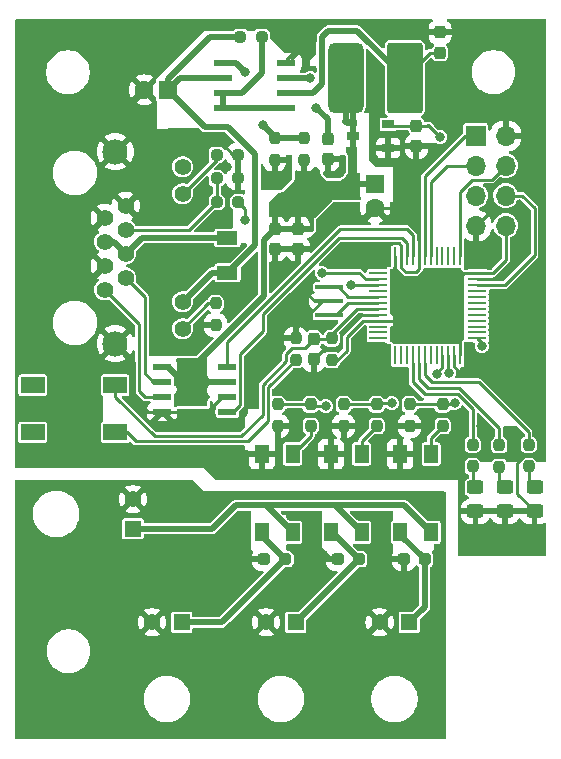
<source format=gtl>
G04 #@! TF.GenerationSoftware,KiCad,Pcbnew,8.0.8*
G04 #@! TF.CreationDate,2025-02-07T18:14:43+09:00*
G04 #@! TF.ProjectId,solenoid valve2020,736f6c65-6e6f-4696-9420-76616c766532,rev?*
G04 #@! TF.SameCoordinates,Original*
G04 #@! TF.FileFunction,Copper,L1,Top*
G04 #@! TF.FilePolarity,Positive*
%FSLAX46Y46*%
G04 Gerber Fmt 4.6, Leading zero omitted, Abs format (unit mm)*
G04 Created by KiCad (PCBNEW 8.0.8) date 2025-02-07 18:14:43*
%MOMM*%
%LPD*%
G01*
G04 APERTURE LIST*
G04 Aperture macros list*
%AMRoundRect*
0 Rectangle with rounded corners*
0 $1 Rounding radius*
0 $2 $3 $4 $5 $6 $7 $8 $9 X,Y pos of 4 corners*
0 Add a 4 corners polygon primitive as box body*
4,1,4,$2,$3,$4,$5,$6,$7,$8,$9,$2,$3,0*
0 Add four circle primitives for the rounded corners*
1,1,$1+$1,$2,$3*
1,1,$1+$1,$4,$5*
1,1,$1+$1,$6,$7*
1,1,$1+$1,$8,$9*
0 Add four rect primitives between the rounded corners*
20,1,$1+$1,$2,$3,$4,$5,0*
20,1,$1+$1,$4,$5,$6,$7,0*
20,1,$1+$1,$6,$7,$8,$9,0*
20,1,$1+$1,$8,$9,$2,$3,0*%
G04 Aperture macros list end*
G04 #@! TA.AperFunction,SMDPad,CuDef*
%ADD10R,1.050000X0.750000*%
G04 #@! TD*
G04 #@! TA.AperFunction,SMDPad,CuDef*
%ADD11R,1.050000X0.800000*%
G04 #@! TD*
G04 #@! TA.AperFunction,SMDPad,CuDef*
%ADD12RoundRect,0.237500X0.250000X0.237500X-0.250000X0.237500X-0.250000X-0.237500X0.250000X-0.237500X0*%
G04 #@! TD*
G04 #@! TA.AperFunction,SMDPad,CuDef*
%ADD13RoundRect,0.237500X-0.237500X0.250000X-0.237500X-0.250000X0.237500X-0.250000X0.237500X0.250000X0*%
G04 #@! TD*
G04 #@! TA.AperFunction,ComponentPad*
%ADD14R,1.700000X1.700000*%
G04 #@! TD*
G04 #@! TA.AperFunction,ComponentPad*
%ADD15O,1.700000X1.700000*%
G04 #@! TD*
G04 #@! TA.AperFunction,SMDPad,CuDef*
%ADD16R,2.000000X1.400000*%
G04 #@! TD*
G04 #@! TA.AperFunction,SMDPad,CuDef*
%ADD17RoundRect,0.237500X-0.237500X0.300000X-0.237500X-0.300000X0.237500X-0.300000X0.237500X0.300000X0*%
G04 #@! TD*
G04 #@! TA.AperFunction,SMDPad,CuDef*
%ADD18RoundRect,0.237500X-0.237500X0.287500X-0.237500X-0.287500X0.237500X-0.287500X0.237500X0.287500X0*%
G04 #@! TD*
G04 #@! TA.AperFunction,SMDPad,CuDef*
%ADD19R,1.550000X0.600000*%
G04 #@! TD*
G04 #@! TA.AperFunction,SMDPad,CuDef*
%ADD20RoundRect,0.250000X-0.450000X0.325000X-0.450000X-0.325000X0.450000X-0.325000X0.450000X0.325000X0*%
G04 #@! TD*
G04 #@! TA.AperFunction,ComponentPad*
%ADD21R,1.400000X1.400000*%
G04 #@! TD*
G04 #@! TA.AperFunction,ComponentPad*
%ADD22C,1.400000*%
G04 #@! TD*
G04 #@! TA.AperFunction,ComponentPad*
%ADD23R,1.600000X1.600000*%
G04 #@! TD*
G04 #@! TA.AperFunction,ComponentPad*
%ADD24C,1.600000*%
G04 #@! TD*
G04 #@! TA.AperFunction,SMDPad,CuDef*
%ADD25RoundRect,0.237500X0.237500X-0.250000X0.237500X0.250000X-0.237500X0.250000X-0.237500X-0.250000X0*%
G04 #@! TD*
G04 #@! TA.AperFunction,SMDPad,CuDef*
%ADD26R,1.200000X1.550000*%
G04 #@! TD*
G04 #@! TA.AperFunction,SMDPad,CuDef*
%ADD27RoundRect,0.237500X-0.250000X-0.237500X0.250000X-0.237500X0.250000X0.237500X-0.250000X0.237500X0*%
G04 #@! TD*
G04 #@! TA.AperFunction,ComponentPad*
%ADD28C,1.397000*%
G04 #@! TD*
G04 #@! TA.AperFunction,ComponentPad*
%ADD29C,2.133600*%
G04 #@! TD*
G04 #@! TA.AperFunction,SMDPad,CuDef*
%ADD30RoundRect,0.237500X0.237500X-0.300000X0.237500X0.300000X-0.237500X0.300000X-0.237500X-0.300000X0*%
G04 #@! TD*
G04 #@! TA.AperFunction,SMDPad,CuDef*
%ADD31RoundRect,0.100000X-1.075000X0.100000X-1.075000X-0.100000X1.075000X-0.100000X1.075000X0.100000X0*%
G04 #@! TD*
G04 #@! TA.AperFunction,SMDPad,CuDef*
%ADD32R,1.810000X1.160000*%
G04 #@! TD*
G04 #@! TA.AperFunction,SMDPad,CuDef*
%ADD33RoundRect,0.237500X-0.287500X-0.237500X0.287500X-0.237500X0.287500X0.237500X-0.287500X0.237500X0*%
G04 #@! TD*
G04 #@! TA.AperFunction,SMDPad,CuDef*
%ADD34R,1.560000X0.280000*%
G04 #@! TD*
G04 #@! TA.AperFunction,SMDPad,CuDef*
%ADD35R,0.280000X1.560000*%
G04 #@! TD*
G04 #@! TA.AperFunction,SMDPad,CuDef*
%ADD36RoundRect,0.250000X-1.250000X-2.750000X1.250000X-2.750000X1.250000X2.750000X-1.250000X2.750000X0*%
G04 #@! TD*
G04 #@! TA.AperFunction,SMDPad,CuDef*
%ADD37RoundRect,0.576923X-0.923077X-2.423077X0.923077X-2.423077X0.923077X2.423077X-0.923077X2.423077X0*%
G04 #@! TD*
G04 #@! TA.AperFunction,SMDPad,CuDef*
%ADD38R,1.520000X0.600000*%
G04 #@! TD*
G04 #@! TA.AperFunction,ViaPad*
%ADD39C,0.800000*%
G04 #@! TD*
G04 #@! TA.AperFunction,Conductor*
%ADD40C,0.250000*%
G04 #@! TD*
G04 #@! TA.AperFunction,Conductor*
%ADD41C,0.500000*%
G04 #@! TD*
G04 APERTURE END LIST*
D10*
G04 #@! TO.P,U7,1,VSS*
G04 #@! TO.N,GNDIO*
X82104000Y-61429000D03*
G04 #@! TO.P,U7,2,VOUT*
G04 #@! TO.N,3v3*
X82104000Y-59429000D03*
D11*
G04 #@! TO.P,U7,3,VIN*
G04 #@! TO.N,5V*
X79154000Y-60429000D03*
G04 #@! TD*
D12*
G04 #@! TO.P,R18,1,1*
G04 #@! TO.N,~{EMS}*
X69412500Y-66000000D03*
G04 #@! TO.P,R18,2,2*
G04 #@! TO.N,Net-(CN1-Pad6)*
X67587500Y-66000000D03*
G04 #@! TD*
D13*
G04 #@! TO.P,R21,1,1*
G04 #@! TO.N,Net-(U6-FB)*
X75000000Y-60587500D03*
G04 #@! TO.P,R21,2,2*
G04 #@! TO.N,5V*
X75000000Y-62412500D03*
G04 #@! TD*
D14*
G04 #@! TO.P,JP1,1,1*
G04 #@! TO.N,/mcu/UART_RX*
X89519000Y-60380000D03*
D15*
G04 #@! TO.P,JP1,2,2*
G04 #@! TO.N,GNDIO*
X92059000Y-60380000D03*
G04 #@! TO.P,JP1,3,3*
G04 #@! TO.N,/mcu/UART_TX*
X89519000Y-62920000D03*
G04 #@! TO.P,JP1,4,4*
G04 #@! TO.N,/mcu/SWCLK*
X92059000Y-62920000D03*
G04 #@! TO.P,JP1,5,5*
G04 #@! TO.N,5V*
X89519000Y-65460000D03*
G04 #@! TO.P,JP1,6,6*
G04 #@! TO.N,/mcu/SWDIO*
X92059000Y-65460000D03*
G04 #@! TO.P,JP1,7,7*
G04 #@! TO.N,GNDIO*
X89519000Y-68000000D03*
G04 #@! TO.P,JP1,8,8*
G04 #@! TO.N,3v3*
X92059000Y-68000000D03*
G04 #@! TD*
D16*
G04 #@! TO.P,SW1,1,1*
G04 #@! TO.N,Net-(R17-Pad1)*
X59000000Y-85500000D03*
G04 #@! TO.N,N/C*
X52000000Y-85500000D03*
G04 #@! TO.P,SW1,2,2*
G04 #@! TO.N,/mcu/~{RESET}*
X59000000Y-81500000D03*
G04 #@! TO.N,N/C*
X52000000Y-81500000D03*
G04 #@! TD*
D17*
G04 #@! TO.P,C18,1,1*
G04 #@! TO.N,3v3*
X84500000Y-59566500D03*
G04 #@! TO.P,C18,2,2*
G04 #@! TO.N,GNDIO*
X84500000Y-61291500D03*
G04 #@! TD*
D18*
G04 #@! TO.P,D8,A,A*
G04 #@! TO.N,GNDIO*
X86500000Y-51625000D03*
G04 #@! TO.P,D8,C,C*
G04 #@! TO.N,Net-(U6-SWE)*
X86500000Y-53375000D03*
G04 #@! TD*
D19*
G04 #@! TO.P,U6,1,GND*
G04 #@! TO.N,Net-(U6-DC)*
X73500000Y-58000000D03*
G04 #@! TO.P,U6,2,TC*
G04 #@! TO.N,Net-(U6-SWE)*
X73500000Y-56730000D03*
G04 #@! TO.P,U6,3,SWE*
G04 #@! TO.N,Net-(U6-TC)*
X73500000Y-55460000D03*
G04 #@! TO.P,U6,4,SWC*
G04 #@! TO.N,GNDIO*
X73500000Y-54190000D03*
G04 #@! TO.P,U6,5,FB*
G04 #@! TO.N,Net-(U6-FB)*
X68100000Y-54190000D03*
G04 #@! TO.P,U6,6,VCC*
G04 #@! TO.N,+24V*
X68100000Y-55460000D03*
G04 #@! TO.P,U6,7,IS*
G04 #@! TO.N,Net-(U6-DC)*
X68100000Y-56730000D03*
G04 #@! TO.P,U6,8,DC*
X68100000Y-58000000D03*
G04 #@! TD*
D13*
G04 #@! TO.P,R14,1,1*
G04 #@! TO.N,/mcu/LED1*
X91500000Y-86587500D03*
G04 #@! TO.P,R14,2,2*
G04 #@! TO.N,Net-(D10-PadA)*
X91500000Y-88412500D03*
G04 #@! TD*
D20*
G04 #@! TO.P,D9,A,A*
G04 #@! TO.N,Net-(D9-PadA)*
X89500000Y-90147000D03*
G04 #@! TO.P,D9,C,C*
G04 #@! TO.N,GNDIO*
X89500000Y-92197000D03*
G04 #@! TD*
D21*
G04 #@! TO.P,X0,1,1*
G04 #@! TO.N,Net-(D0-PadC)*
X64627000Y-101577000D03*
D22*
G04 #@! TO.P,X0,2,2*
G04 #@! TO.N,GND*
X62127000Y-101577000D03*
G04 #@! TD*
D23*
G04 #@! TO.P,C17,1,1*
G04 #@! TO.N,5V*
X81000000Y-64493000D03*
D24*
G04 #@! TO.P,C17,2,2*
G04 #@! TO.N,GNDIO*
X81000000Y-66493000D03*
G04 #@! TD*
D25*
G04 #@! TO.P,R16,1,1*
G04 #@! TO.N,3v3*
X77327000Y-79375500D03*
G04 #@! TO.P,R16,2,2*
G04 #@! TO.N,/mcu/~{RESET}*
X77327000Y-77550500D03*
G04 #@! TD*
G04 #@! TO.P,R19,1,1*
G04 #@! TO.N,GNDIO*
X67500000Y-76412500D03*
G04 #@! TO.P,R19,2,2*
G04 #@! TO.N,Net-(CN1-C-G)*
X67500000Y-74587500D03*
G04 #@! TD*
D26*
G04 #@! TO.P,TLP172AM3,1*
G04 #@! TO.N,Net-(R2-Pad2)*
X74025000Y-87332000D03*
G04 #@! TO.P,TLP172AM3,3*
G04 #@! TO.N,GNDIO*
X71425000Y-87357000D03*
G04 #@! TO.P,TLP172AM3,4*
G04 #@! TO.N,Net-(D0-PadC)*
X71425000Y-93957000D03*
G04 #@! TO.P,TLP172AM3,6*
G04 #@! TO.N,VCC*
X74025000Y-93957000D03*
G04 #@! TD*
D27*
G04 #@! TO.P,R4,1,1*
G04 #@! TO.N,Net-(CN1-Pad6)*
X67587500Y-64000000D03*
G04 #@! TO.P,R4,2,2*
G04 #@! TO.N,GNDIO*
X69412500Y-64000000D03*
G04 #@! TD*
D28*
G04 #@! TO.P,CN1,1,1*
G04 #@! TO.N,/can/CANH*
X58111000Y-73428000D03*
G04 #@! TO.P,CN1,2,2*
G04 #@! TO.N,/can/CANL*
X59889000Y-72412000D03*
G04 #@! TO.P,CN1,3,3*
G04 #@! TO.N,GNDIO*
X58111000Y-71396000D03*
G04 #@! TO.P,CN1,4,4*
G04 #@! TO.N,Net-(CN1-Pad4)*
X59889000Y-70380000D03*
G04 #@! TO.P,CN1,5,5*
X58111000Y-69364000D03*
G04 #@! TO.P,CN1,6,6*
G04 #@! TO.N,Net-(CN1-Pad6)*
X59889000Y-68348000D03*
G04 #@! TO.P,CN1,7,7*
G04 #@! TO.N,GNDIO*
X58111000Y-67332000D03*
G04 #@! TO.P,CN1,8,8*
X59889000Y-66316000D03*
G04 #@! TO.P,CN1,GA,A-G*
G04 #@! TO.N,+24V*
X64715000Y-74444000D03*
G04 #@! TO.P,CN1,GC,C-G*
G04 #@! TO.N,Net-(CN1-C-G)*
X64715000Y-76730000D03*
D29*
G04 #@! TO.P,CN1,M1,SHIELD*
G04 #@! TO.N,GNDIO*
X59000000Y-61744000D03*
G04 #@! TO.P,CN1,M2,SHIELD*
X59000000Y-78000000D03*
D28*
G04 #@! TO.P,CN1,YA,A-Y*
G04 #@! TO.N,LED_CAN*
X64715000Y-63014000D03*
G04 #@! TO.P,CN1,YC,C-Y*
G04 #@! TO.N,Net-(CN1-C-Y)*
X64715000Y-65300000D03*
G04 #@! TD*
D13*
G04 #@! TO.P,R1,1,1*
G04 #@! TO.N,SOLV0*
X72755000Y-83138500D03*
G04 #@! TO.P,R1,2,2*
G04 #@! TO.N,GNDIO*
X72755000Y-84963500D03*
G04 #@! TD*
G04 #@! TO.P,R5,1,1*
G04 #@! TO.N,SOLV1*
X81137000Y-83138500D03*
G04 #@! TO.P,R5,2,2*
G04 #@! TO.N,Net-(R5-Pad2)*
X81137000Y-84963500D03*
G04 #@! TD*
D23*
G04 #@! TO.P,C14,1,1*
G04 #@! TO.N,+24V*
X63455113Y-56500000D03*
D24*
G04 #@! TO.P,C14,2,2*
G04 #@! TO.N,GNDIO*
X61455113Y-56500000D03*
G04 #@! TD*
D26*
G04 #@! TO.P,TLP172AM1,1*
G04 #@! TO.N,Net-(R5-Pad2)*
X79867000Y-87332000D03*
G04 #@! TO.P,TLP172AM1,3*
G04 #@! TO.N,GNDIO*
X77267000Y-87357000D03*
G04 #@! TO.P,TLP172AM1,4*
G04 #@! TO.N,Net-(D1-PadC)*
X77267000Y-93957000D03*
G04 #@! TO.P,TLP172AM1,6*
G04 #@! TO.N,VCC*
X79867000Y-93957000D03*
G04 #@! TD*
D17*
G04 #@! TO.P,C15,1,1*
G04 #@! TO.N,Net-(U6-TC)*
X77000000Y-60637500D03*
G04 #@! TO.P,C15,2,2*
G04 #@! TO.N,GNDIO*
X77000000Y-62362500D03*
G04 #@! TD*
D13*
G04 #@! TO.P,R15,1,1*
G04 #@! TO.N,/mcu/LED2*
X94000000Y-86553000D03*
G04 #@! TO.P,R15,2,2*
G04 #@! TO.N,Net-(D11-PadA)*
X94000000Y-88378000D03*
G04 #@! TD*
D30*
G04 #@! TO.P,C20,1,1*
G04 #@! TO.N,GNDIO*
X75803000Y-79325500D03*
G04 #@! TO.P,C20,2,2*
G04 #@! TO.N,/mcu/~{RESET}*
X75803000Y-77600500D03*
G04 #@! TD*
D21*
G04 #@! TO.P,X2,1,1*
G04 #@! TO.N,Net-(D2-PadC)*
X83891000Y-101577000D03*
D22*
G04 #@! TO.P,X2,2,2*
G04 #@! TO.N,GND*
X81391000Y-101577000D03*
G04 #@! TD*
D21*
G04 #@! TO.P,X1,1,1*
G04 #@! TO.N,Net-(D1-PadC)*
X74279000Y-101577000D03*
D22*
G04 #@! TO.P,X1,2,2*
G04 #@! TO.N,GND*
X71779000Y-101577000D03*
G04 #@! TD*
D31*
G04 #@! TO.P,U$6,1,1*
G04 #@! TO.N,Net-(U1-OSC_IN)*
X77102000Y-73199000D03*
G04 #@! TO.P,U$6,2,2*
G04 #@! TO.N,GNDIO*
X77102000Y-74399000D03*
G04 #@! TO.P,U$6,3,3*
G04 #@! TO.N,Net-(U1-OSC_OUT)*
X77102000Y-75599000D03*
G04 #@! TD*
D13*
G04 #@! TO.P,R13,1,1*
G04 #@! TO.N,/mcu/LED0*
X89265000Y-86553000D03*
G04 #@! TO.P,R13,2,2*
G04 #@! TO.N,Net-(D9-PadA)*
X89265000Y-88378000D03*
G04 #@! TD*
D21*
G04 #@! TO.P,X3,1,1*
G04 #@! TO.N,VCC*
X60500000Y-93663000D03*
D22*
G04 #@! TO.P,X3,2,2*
G04 #@! TO.N,GND*
X60500000Y-91163000D03*
G04 #@! TD*
D20*
G04 #@! TO.P,D11,A,A*
G04 #@! TO.N,Net-(D11-PadA)*
X94500000Y-90147000D03*
G04 #@! TO.P,D11,C,C*
G04 #@! TO.N,GNDIO*
X94500000Y-92197000D03*
G04 #@! TD*
D13*
G04 #@! TO.P,R6,1,1*
G04 #@! TO.N,SOLV2*
X86725000Y-83138500D03*
G04 #@! TO.P,R6,2,2*
G04 #@! TO.N,Net-(R6-Pad2)*
X86725000Y-84963500D03*
G04 #@! TD*
D32*
G04 #@! TO.P,F1,1,1*
G04 #@! TO.N,+24V*
X68500000Y-71975000D03*
G04 #@! TO.P,F1,2,2*
G04 #@! TO.N,Net-(CN1-Pad4)*
X68500000Y-69025000D03*
G04 #@! TD*
D25*
G04 #@! TO.P,R17,1,1*
G04 #@! TO.N,Net-(R17-Pad1)*
X74279000Y-79375500D03*
G04 #@! TO.P,R17,2,2*
G04 #@! TO.N,GNDIO*
X74279000Y-77550500D03*
G04 #@! TD*
D33*
G04 #@! TO.P,D2,A,A*
G04 #@! TO.N,GND*
X83451000Y-96243000D03*
G04 #@! TO.P,D2,C,C*
G04 #@! TO.N,Net-(D2-PadC)*
X85201000Y-96243000D03*
G04 #@! TD*
D13*
G04 #@! TO.P,R2,1,1*
G04 #@! TO.N,SOLV0*
X75549000Y-83138500D03*
G04 #@! TO.P,R2,2,2*
G04 #@! TO.N,Net-(R2-Pad2)*
X75549000Y-84963500D03*
G04 #@! TD*
D17*
G04 #@! TO.P,C16,1,1*
G04 #@! TO.N,5V*
X74500000Y-68275000D03*
G04 #@! TO.P,C16,2,2*
G04 #@! TO.N,GNDIO*
X74500000Y-70000000D03*
G04 #@! TD*
D12*
G04 #@! TO.P,R20,1,1*
G04 #@! TO.N,GNDIO*
X69412500Y-62000000D03*
G04 #@! TO.P,R20,2,2*
G04 #@! TO.N,Net-(CN1-C-Y)*
X67587500Y-62000000D03*
G04 #@! TD*
D34*
G04 #@! TO.P,STM32F103C8T6,1,VBAT*
G04 #@! TO.N,unconnected-(U1-VBAT-Pad1)*
X81275000Y-72041000D03*
G04 #@! TO.P,STM32F103C8T6,2,PC13-TAMPER-RTC*
G04 #@! TO.N,~{EMS}*
X81275000Y-72541000D03*
G04 #@! TO.P,STM32F103C8T6,3,PC14-OSC32_IN*
G04 #@! TO.N,LED_CAN*
X81275000Y-73041000D03*
G04 #@! TO.P,STM32F103C8T6,4,PC15-OSC32_OUT*
G04 #@! TO.N,unconnected-(U1-PC15-OSC32_OUT-Pad4)*
X81275000Y-73541000D03*
G04 #@! TO.P,STM32F103C8T6,5,OSC_IN*
G04 #@! TO.N,Net-(U1-OSC_IN)*
X81275000Y-74041000D03*
G04 #@! TO.P,STM32F103C8T6,6,OSC_OUT*
G04 #@! TO.N,Net-(U1-OSC_OUT)*
X81275000Y-74541000D03*
G04 #@! TO.P,STM32F103C8T6,7,NRST*
G04 #@! TO.N,/mcu/~{RESET}*
X81275000Y-75041000D03*
G04 #@! TO.P,STM32F103C8T6,8,VSSA*
G04 #@! TO.N,GNDIO*
X81275000Y-75541000D03*
G04 #@! TO.P,STM32F103C8T6,9,VDDA*
G04 #@! TO.N,3v3*
X81275000Y-76041000D03*
G04 #@! TO.P,STM32F103C8T6,10,PA0-WKUP*
G04 #@! TO.N,unconnected-(U1-PA0-WKUP-Pad10)*
X81275000Y-76541000D03*
G04 #@! TO.P,STM32F103C8T6,11,PA1*
G04 #@! TO.N,unconnected-(U1-PA1-Pad11)*
X81275000Y-77041000D03*
G04 #@! TO.P,STM32F103C8T6,12,PA2*
G04 #@! TO.N,unconnected-(U1-PA2-Pad12)*
X81275000Y-77541000D03*
D35*
G04 #@! TO.P,STM32F103C8T6,13,PA3*
G04 #@! TO.N,unconnected-(U1-PA3-Pad13)*
X82705000Y-78971000D03*
G04 #@! TO.P,STM32F103C8T6,14,PA4*
G04 #@! TO.N,unconnected-(U1-PA4-Pad14)*
X83205000Y-78971000D03*
G04 #@! TO.P,STM32F103C8T6,15,PA5*
G04 #@! TO.N,unconnected-(U1-PA5-Pad15)*
X83705000Y-78971000D03*
G04 #@! TO.P,STM32F103C8T6,16,PA6*
G04 #@! TO.N,/mcu/LED0*
X84205000Y-78971000D03*
G04 #@! TO.P,STM32F103C8T6,17,PA7*
G04 #@! TO.N,/mcu/LED1*
X84705000Y-78971000D03*
G04 #@! TO.P,STM32F103C8T6,18,PB0*
G04 #@! TO.N,/mcu/LED2*
X85205000Y-78971000D03*
G04 #@! TO.P,STM32F103C8T6,19,PB1*
G04 #@! TO.N,unconnected-(U1-PB1-Pad19)*
X85705000Y-78971000D03*
G04 #@! TO.P,STM32F103C8T6,20,PB2-BOOT1*
G04 #@! TO.N,unconnected-(U1-PB2-BOOT1-Pad20)*
X86205000Y-78971000D03*
G04 #@! TO.P,STM32F103C8T6,21,PB10*
G04 #@! TO.N,SOLV0*
X86705000Y-78971000D03*
G04 #@! TO.P,STM32F103C8T6,22,PB11*
G04 #@! TO.N,SOLV1*
X87205000Y-78971000D03*
G04 #@! TO.P,STM32F103C8T6,23,VSS$1*
G04 #@! TO.N,GNDIO*
X87705000Y-78971000D03*
G04 #@! TO.P,STM32F103C8T6,24,VDD$1*
G04 #@! TO.N,3v3*
X88205000Y-78971000D03*
D34*
G04 #@! TO.P,STM32F103C8T6,25,PB12*
G04 #@! TO.N,SOLV2*
X89635000Y-77541000D03*
G04 #@! TO.P,STM32F103C8T6,26,PB13*
G04 #@! TO.N,unconnected-(U1-PB13-Pad26)*
X89635000Y-77041000D03*
G04 #@! TO.P,STM32F103C8T6,27,PB14*
G04 #@! TO.N,unconnected-(U1-PB14-Pad27)*
X89635000Y-76541000D03*
G04 #@! TO.P,STM32F103C8T6,28,PB15*
G04 #@! TO.N,unconnected-(U1-PB15-Pad28)*
X89635000Y-76041000D03*
G04 #@! TO.P,STM32F103C8T6,29,PA8*
G04 #@! TO.N,unconnected-(U1-PA8-Pad29)*
X89635000Y-75541000D03*
G04 #@! TO.P,STM32F103C8T6,30,PA9*
G04 #@! TO.N,unconnected-(U1-PA9-Pad30)*
X89635000Y-75041000D03*
G04 #@! TO.P,STM32F103C8T6,31,PA10*
G04 #@! TO.N,unconnected-(U1-PA10-Pad31)*
X89635000Y-74541000D03*
G04 #@! TO.P,STM32F103C8T6,32,PA11*
G04 #@! TO.N,unconnected-(U1-PA11-Pad32)*
X89635000Y-74041000D03*
G04 #@! TO.P,STM32F103C8T6,33,PA12*
G04 #@! TO.N,unconnected-(U1-PA12-Pad33)*
X89635000Y-73541000D03*
G04 #@! TO.P,STM32F103C8T6,34,PA13-JTMS-SWDIO*
G04 #@! TO.N,/mcu/SWDIO*
X89635000Y-73041000D03*
G04 #@! TO.P,STM32F103C8T6,35,VSS$2*
G04 #@! TO.N,GNDIO*
X89635000Y-72541000D03*
G04 #@! TO.P,STM32F103C8T6,36,VDD$2*
G04 #@! TO.N,3v3*
X89635000Y-72041000D03*
D35*
G04 #@! TO.P,STM32F103C8T6,37,PA14-JTCK-SWCLK*
G04 #@! TO.N,/mcu/SWCLK*
X88205000Y-70611000D03*
G04 #@! TO.P,STM32F103C8T6,38,PA15-JTDI*
G04 #@! TO.N,unconnected-(U1-PA15-JTDI-Pad38)*
X87705000Y-70611000D03*
G04 #@! TO.P,STM32F103C8T6,39,PB3-JTDO*
G04 #@! TO.N,unconnected-(U1-PB3-JTDO-Pad39)*
X87205000Y-70611000D03*
G04 #@! TO.P,STM32F103C8T6,40,PB4-JNTRST*
G04 #@! TO.N,unconnected-(U1-PB4-JNTRST-Pad40)*
X86705000Y-70611000D03*
G04 #@! TO.P,STM32F103C8T6,41,PB5*
G04 #@! TO.N,SOLV8*
X86205000Y-70611000D03*
G04 #@! TO.P,STM32F103C8T6,42,PB6*
G04 #@! TO.N,/mcu/UART_TX*
X85705000Y-70611000D03*
G04 #@! TO.P,STM32F103C8T6,43,PB7*
G04 #@! TO.N,/mcu/UART_RX*
X85205000Y-70611000D03*
G04 #@! TO.P,STM32F103C8T6,44,BOOT0*
G04 #@! TO.N,GNDIO*
X84705000Y-70611000D03*
G04 #@! TO.P,STM32F103C8T6,45,PB8*
G04 #@! TO.N,CANRX*
X84205000Y-70611000D03*
G04 #@! TO.P,STM32F103C8T6,46,PB9*
G04 #@! TO.N,CANTX*
X83705000Y-70611000D03*
G04 #@! TO.P,STM32F103C8T6,47,VSS$3*
G04 #@! TO.N,GNDIO*
X83205000Y-70611000D03*
G04 #@! TO.P,STM32F103C8T6,48,VDD$3*
G04 #@! TO.N,3v3*
X82705000Y-70611000D03*
G04 #@! TD*
D13*
G04 #@! TO.P,R7,1,1*
G04 #@! TO.N,SOLV2*
X83931000Y-83138500D03*
G04 #@! TO.P,R7,2,2*
G04 #@! TO.N,GNDIO*
X83931000Y-84963500D03*
G04 #@! TD*
D33*
G04 #@! TO.P,D1,A,A*
G04 #@! TO.N,GND*
X77863000Y-96243000D03*
G04 #@! TO.P,D1,C,C*
G04 #@! TO.N,Net-(D1-PadC)*
X79613000Y-96243000D03*
G04 #@! TD*
D20*
G04 #@! TO.P,D10,A,A*
G04 #@! TO.N,Net-(D10-PadA)*
X92000000Y-90147000D03*
G04 #@! TO.P,D10,C,C*
G04 #@! TO.N,GNDIO*
X92000000Y-92197000D03*
G04 #@! TD*
D27*
G04 #@! TO.P,R23,1,1*
G04 #@! TO.N,+24V*
X69587500Y-52000000D03*
G04 #@! TO.P,R23,2,2*
G04 #@! TO.N,Net-(U6-DC)*
X71412500Y-52000000D03*
G04 #@! TD*
D30*
G04 #@! TO.P,C19,1,1*
G04 #@! TO.N,GNDIO*
X72500000Y-70000000D03*
G04 #@! TO.P,C19,2,2*
G04 #@! TO.N,5V*
X72500000Y-68275000D03*
G04 #@! TD*
D36*
G04 #@! TO.P,L1,1,1*
G04 #@! TO.N,Net-(U6-SWE)*
X83500000Y-55500000D03*
D37*
G04 #@! TO.P,L1,2,2*
G04 #@! TO.N,5V*
X78500000Y-55500000D03*
G04 #@! TD*
D38*
G04 #@! TO.P,U2,1,TXD*
G04 #@! TO.N,CANTX*
X68500000Y-83770000D03*
G04 #@! TO.P,U2,2,GND*
G04 #@! TO.N,GNDIO*
X68500000Y-82500000D03*
G04 #@! TO.P,U2,3,VS*
G04 #@! TO.N,5V*
X68500000Y-81230000D03*
G04 #@! TO.P,U2,4,RXD*
G04 #@! TO.N,CANRX*
X68500000Y-79960000D03*
G04 #@! TO.P,U2,5,EN*
G04 #@! TO.N,5V*
X62980000Y-79960000D03*
G04 #@! TO.P,U2,6,CANL*
G04 #@! TO.N,/can/CANL*
X62980000Y-81230000D03*
G04 #@! TO.P,U2,7,CANH*
G04 #@! TO.N,/can/CANH*
X62980000Y-82500000D03*
G04 #@! TO.P,U2,8,S*
G04 #@! TO.N,GNDIO*
X62980000Y-83770000D03*
G04 #@! TD*
D33*
G04 #@! TO.P,D0,A,A*
G04 #@! TO.N,GND*
X71626000Y-96243000D03*
G04 #@! TO.P,D0,C,C*
G04 #@! TO.N,Net-(D0-PadC)*
X73376000Y-96243000D03*
G04 #@! TD*
D13*
G04 #@! TO.P,R3,1,1*
G04 #@! TO.N,SOLV1*
X78343000Y-83138500D03*
G04 #@! TO.P,R3,2,2*
G04 #@! TO.N,GNDIO*
X78343000Y-84963500D03*
G04 #@! TD*
D25*
G04 #@! TO.P,R22,1,1*
G04 #@! TO.N,GNDIO*
X72500000Y-62412500D03*
G04 #@! TO.P,R22,2,2*
G04 #@! TO.N,Net-(U6-FB)*
X72500000Y-60587500D03*
G04 #@! TD*
D26*
G04 #@! TO.P,TLP172AM2,1*
G04 #@! TO.N,Net-(R6-Pad2)*
X85739000Y-87332000D03*
G04 #@! TO.P,TLP172AM2,3*
G04 #@! TO.N,GNDIO*
X83139000Y-87357000D03*
G04 #@! TO.P,TLP172AM2,4*
G04 #@! TO.N,Net-(D2-PadC)*
X83139000Y-93957000D03*
G04 #@! TO.P,TLP172AM2,6*
G04 #@! TO.N,VCC*
X85739000Y-93957000D03*
G04 #@! TD*
D39*
G04 #@! TO.N,GNDIO*
X65000000Y-52000000D03*
X93500000Y-75500000D03*
X77778287Y-70752981D03*
X52500000Y-60000000D03*
X93000000Y-80500000D03*
X79500000Y-78000000D03*
X88000000Y-84500000D03*
X95000000Y-87500000D03*
X52500000Y-79000000D03*
X82500000Y-84500000D03*
X52500000Y-52000000D03*
X70500000Y-71500000D03*
X92500000Y-85500000D03*
X68500000Y-63000000D03*
X72500000Y-64000000D03*
X55500000Y-85500000D03*
X62000000Y-87000000D03*
X83000000Y-81000000D03*
X78000000Y-63500000D03*
X70500000Y-82500000D03*
X88000000Y-57000000D03*
X87500000Y-88000000D03*
X74500000Y-53000000D03*
X81500000Y-51500000D03*
X66500000Y-87000000D03*
X94000000Y-52500000D03*
X92000000Y-94500000D03*
X81000000Y-54500000D03*
X83500000Y-63000000D03*
X94000000Y-57000000D03*
X89500000Y-94500000D03*
X69000000Y-75000000D03*
X83500000Y-51500000D03*
X52500000Y-74500000D03*
X85500000Y-84500000D03*
X94500000Y-64000000D03*
X67500000Y-70500000D03*
X73500000Y-82000000D03*
X63000000Y-78000000D03*
X52500000Y-70000000D03*
X75000000Y-73500000D03*
X80000000Y-84500000D03*
X88000000Y-52500000D03*
X67000000Y-68000000D03*
X67500000Y-60500000D03*
X72500000Y-72500000D03*
X52500000Y-65000000D03*
X94500000Y-94500000D03*
X55500000Y-81500000D03*
X90500000Y-70000000D03*
X62000000Y-71000000D03*
X59000000Y-52000000D03*
X73000000Y-89000000D03*
X79000000Y-89000000D03*
X76500000Y-76500000D03*
X90000000Y-85000000D03*
G04 #@! TO.N,Net-(U6-TC)*
X76000000Y-58000000D03*
X75500000Y-55500000D03*
G04 #@! TO.N,3v3*
X86500000Y-60500000D03*
G04 #@! TO.N,SOLV0*
X86217000Y-80532000D03*
X76819000Y-83289000D03*
G04 #@! TO.N,SOLV1*
X87233000Y-80495000D03*
X82407000Y-83035000D03*
G04 #@! TO.N,SOLV2*
X90027000Y-78209000D03*
X87736347Y-83039653D03*
G04 #@! TO.N,~{EMS}*
X76500000Y-72000000D03*
X70000000Y-67500000D03*
G04 #@! TO.N,Net-(U6-FB)*
X71500000Y-59500000D03*
X70000000Y-55000000D03*
G04 #@! TO.N,LED_CAN*
X79000000Y-73000000D03*
G04 #@! TO.N,GND*
X68000000Y-110000000D03*
X56500000Y-109500000D03*
X81500000Y-93000000D03*
X66500000Y-91500000D03*
X68000000Y-106500000D03*
X70000000Y-93000000D03*
X85500000Y-102500000D03*
X75500000Y-97500000D03*
X77500000Y-106500000D03*
X85000000Y-91000000D03*
X68500000Y-95500000D03*
X81500000Y-97500000D03*
X55000000Y-98000000D03*
X66500000Y-97500000D03*
X51500000Y-90500000D03*
X77500000Y-110000000D03*
X86000000Y-92000000D03*
X62500000Y-97500000D03*
X68000000Y-103000000D03*
X77500000Y-103000000D03*
X85500000Y-110000000D03*
X57000000Y-100000000D03*
X85500000Y-106500000D03*
X64000000Y-91500000D03*
X54500000Y-107000000D03*
X53000000Y-96000000D03*
X53000000Y-100000000D03*
X52500000Y-109500000D03*
X75500000Y-93000000D03*
X57000000Y-96000000D03*
G04 #@! TD*
D40*
G04 #@! TO.N,GNDIO*
X66730000Y-83770000D02*
X62980000Y-83770000D01*
X83611396Y-71951000D02*
X84439000Y-71951000D01*
X93234000Y-70402396D02*
X93234000Y-67234001D01*
X87705000Y-78971000D02*
X87705000Y-79941695D01*
X73500000Y-54190000D02*
X73500000Y-54000000D01*
X73000000Y-77550500D02*
X74279000Y-77550500D01*
X60550000Y-82550000D02*
X61770000Y-83770000D01*
X90884000Y-66635000D02*
X89519000Y-68000000D01*
X92059000Y-60380000D02*
X92059000Y-58941000D01*
X88263305Y-80500000D02*
X93000000Y-80500000D01*
X69375000Y-84500000D02*
X63710000Y-84500000D01*
X83000000Y-69500000D02*
X83205000Y-69705000D01*
X63710000Y-84500000D02*
X62980000Y-83770000D01*
X77704076Y-78463000D02*
X76665500Y-78463000D01*
X82241500Y-61291500D02*
X82104000Y-61429000D01*
X93234000Y-67234001D02*
X92634999Y-66635000D01*
X79031268Y-69500000D02*
X83000000Y-69500000D01*
X92634999Y-66635000D02*
X90884000Y-66635000D01*
X74279000Y-77550500D02*
X74279000Y-77801500D01*
X70035000Y-83840000D02*
X69375000Y-84500000D01*
X93025000Y-88063424D02*
X93025000Y-90722000D01*
X70035000Y-80515500D02*
X70035000Y-83840000D01*
X84439000Y-71951000D02*
X84705000Y-71685000D01*
X82915000Y-66493000D02*
X84705000Y-68283000D01*
D41*
X68500000Y-82500000D02*
X68960000Y-82500000D01*
D40*
X84705000Y-68283000D02*
X84705000Y-70611000D01*
X89635000Y-72541000D02*
X91095396Y-72541000D01*
X67500000Y-60500000D02*
X69000000Y-62000000D01*
X81000000Y-66493000D02*
X82915000Y-66493000D01*
X79615396Y-75541000D02*
X78153198Y-77003198D01*
X69412500Y-62000000D02*
X69412500Y-64000000D01*
X76665500Y-78463000D02*
X75803000Y-79325500D01*
X78153198Y-77003198D02*
X78153198Y-78013878D01*
X93025000Y-90722000D02*
X94500000Y-92197000D01*
X83205000Y-70611000D02*
X83205000Y-71544604D01*
X81275000Y-75541000D02*
X79615396Y-75541000D01*
X92059000Y-58941000D02*
X94000000Y-57000000D01*
X68000000Y-82500000D02*
X66730000Y-83770000D01*
X84705000Y-71685000D02*
X84705000Y-70611000D01*
X72639500Y-77550500D02*
X73000000Y-77550500D01*
X74279000Y-76643188D02*
X74279000Y-77550500D01*
X76523188Y-74399000D02*
X74279000Y-76643188D01*
X73000000Y-77550500D02*
X70035000Y-80515500D01*
X83205000Y-69705000D02*
X83205000Y-70611000D01*
X77102000Y-74399000D02*
X76523188Y-74399000D01*
X68500000Y-82500000D02*
X68000000Y-82500000D01*
X78153198Y-78013878D02*
X77704076Y-78463000D01*
X91095396Y-72541000D02*
X93234000Y-70402396D01*
X75899000Y-74399000D02*
X77102000Y-74399000D01*
X61770000Y-83770000D02*
X62980000Y-83770000D01*
X69000000Y-62000000D02*
X69412500Y-62000000D01*
X73500000Y-54000000D02*
X74500000Y-53000000D01*
X60550000Y-79550000D02*
X60550000Y-82550000D01*
X93588424Y-87500000D02*
X93025000Y-88063424D01*
X87705000Y-79941695D02*
X88263305Y-80500000D01*
X59000000Y-78000000D02*
X60550000Y-79550000D01*
X75000000Y-73500000D02*
X75899000Y-74399000D01*
X77778287Y-70752981D02*
X79031268Y-69500000D01*
X83205000Y-71544604D02*
X83611396Y-71951000D01*
X72500000Y-62412500D02*
X72500000Y-64000000D01*
X95000000Y-87500000D02*
X93588424Y-87500000D01*
X68500000Y-82500000D02*
X68940000Y-82500000D01*
D41*
G04 #@! TO.N,+24V*
X70850000Y-61971146D02*
X68528854Y-59650000D01*
X64495113Y-55460000D02*
X68100000Y-55460000D01*
X70850000Y-69625000D02*
X68500000Y-71975000D01*
X68528854Y-59650000D02*
X66605113Y-59650000D01*
X63455113Y-56500000D02*
X64495113Y-55460000D01*
X66605113Y-59650000D02*
X63455113Y-56500000D01*
X67000000Y-52000000D02*
X63455113Y-55544887D01*
X68500000Y-71975000D02*
X67184000Y-71975000D01*
X69587500Y-52000000D02*
X67000000Y-52000000D01*
X67184000Y-71975000D02*
X64715000Y-74444000D01*
X63455113Y-55544887D02*
X63455113Y-56500000D01*
X70850000Y-61971146D02*
X70850000Y-69625000D01*
D40*
X64858500Y-74587500D02*
X64715000Y-74444000D01*
X68100000Y-55460000D02*
X68730000Y-55460000D01*
D41*
G04 #@! TO.N,Net-(U6-TC)*
X73500000Y-55460000D02*
X73960000Y-55460000D01*
X75500000Y-55500000D02*
X73540000Y-55500000D01*
X77000000Y-59000000D02*
X76000000Y-58000000D01*
X77000000Y-60637500D02*
X77000000Y-59000000D01*
X73540000Y-55500000D02*
X73500000Y-55460000D01*
D40*
G04 #@! TO.N,5V*
X74500000Y-67000000D02*
X74500000Y-68275000D01*
D41*
X79154000Y-63346000D02*
X79154000Y-60429000D01*
D40*
X72500000Y-68275000D02*
X72225000Y-68275000D01*
D41*
X79154000Y-56154000D02*
X78500000Y-55500000D01*
D40*
X79105000Y-60429000D02*
X79154000Y-60429000D01*
D41*
X64710000Y-81230000D02*
X65500000Y-81230000D01*
X71575000Y-69200000D02*
X72500000Y-68275000D01*
X62980000Y-79960000D02*
X63440000Y-79960000D01*
D40*
X75000000Y-62412500D02*
X75000000Y-66500000D01*
D41*
X65500000Y-80050432D02*
X71575000Y-73975432D01*
X65500000Y-81230000D02*
X65500000Y-80050432D01*
X79000000Y-64000000D02*
X79000000Y-63500000D01*
D40*
X75000000Y-66500000D02*
X74500000Y-67000000D01*
D41*
X81000000Y-64493000D02*
X79493000Y-64493000D01*
X79154000Y-60429000D02*
X79154000Y-56154000D01*
X79493000Y-64493000D02*
X79000000Y-64000000D01*
X71575000Y-73975432D02*
X71575000Y-69200000D01*
D40*
X68500000Y-81230000D02*
X68960000Y-81230000D01*
D41*
X63440000Y-79960000D02*
X64710000Y-81230000D01*
X65500000Y-81230000D02*
X68500000Y-81230000D01*
X79000000Y-63500000D02*
X79154000Y-63346000D01*
D40*
X79154000Y-60429000D02*
X79154000Y-60654000D01*
G04 #@! TO.N,3v3*
X81275000Y-76041000D02*
X80003000Y-76041000D01*
X78603198Y-77440802D02*
X78603198Y-78574302D01*
X87995000Y-72411000D02*
X88205000Y-72621000D01*
X82705000Y-70611000D02*
X82705000Y-71681000D01*
X82241500Y-59566500D02*
X82104000Y-59429000D01*
X86500000Y-60500000D02*
X85500000Y-59500000D01*
X85433500Y-59566500D02*
X84500000Y-59566500D01*
X89635000Y-72041000D02*
X88565000Y-72041000D01*
X89635000Y-72041000D02*
X90959000Y-72041000D01*
X87995000Y-72401000D02*
X88205000Y-72401000D01*
X77802000Y-79375500D02*
X77327000Y-79375500D01*
X88205000Y-72875000D02*
X88205000Y-78971000D01*
X83425000Y-72401000D02*
X87741000Y-72401000D01*
X80003000Y-76041000D02*
X78603198Y-77440802D01*
X87741000Y-72411000D02*
X88205000Y-72875000D01*
X88565000Y-72041000D02*
X88205000Y-72401000D01*
X87741000Y-72401000D02*
X87995000Y-72401000D01*
X81275000Y-76041000D02*
X84565000Y-76041000D01*
X87741000Y-72401000D02*
X87741000Y-72411000D01*
X84500000Y-59566500D02*
X82241500Y-59566500D01*
X88205000Y-72621000D02*
X88205000Y-72875000D01*
X88205000Y-72401000D02*
X88205000Y-72621000D01*
X87995000Y-72401000D02*
X87995000Y-72411000D01*
X85500000Y-59500000D02*
X85433500Y-59566500D01*
X82705000Y-71681000D02*
X83425000Y-72401000D01*
X78603198Y-78574302D02*
X77802000Y-79375500D01*
X84565000Y-76041000D02*
X88565000Y-72041000D01*
X90959000Y-72041000D02*
X92059000Y-70941000D01*
X92059000Y-70941000D02*
X92059000Y-68000000D01*
G04 #@! TO.N,/mcu/~{RESET}*
X77327000Y-77193000D02*
X77327000Y-77550500D01*
X79479000Y-75041000D02*
X77327000Y-77193000D01*
X75803000Y-77600500D02*
X77277000Y-77600500D01*
X62325000Y-85825000D02*
X69675000Y-85825000D01*
X69675000Y-85825000D02*
X71500000Y-84000000D01*
X59000000Y-81500000D02*
X59000000Y-82500000D01*
X71500000Y-81479000D02*
X73479000Y-79500000D01*
X75040500Y-78363000D02*
X75803000Y-77600500D01*
X73479000Y-79500000D02*
X73479000Y-78885924D01*
X77277000Y-77600500D02*
X77327000Y-77550500D01*
X71500000Y-84000000D02*
X71500000Y-81479000D01*
X59000000Y-82500000D02*
X62325000Y-85825000D01*
X74001924Y-78363000D02*
X75040500Y-78363000D01*
X81275000Y-75041000D02*
X79479000Y-75041000D01*
X75637000Y-77366500D02*
X75687000Y-77316500D01*
X73479000Y-78885924D02*
X74001924Y-78363000D01*
G04 #@! TO.N,SOLV0*
X75699500Y-83289000D02*
X75549000Y-83138500D01*
X76819000Y-83289000D02*
X75699500Y-83289000D01*
X75549000Y-83138500D02*
X72755000Y-83138500D01*
X86217000Y-80485695D02*
X86217000Y-80532000D01*
X86705000Y-78971000D02*
X86705000Y-79997695D01*
X86705000Y-79997695D02*
X86217000Y-80485695D01*
G04 #@! TO.N,SOLV1*
X82407000Y-83035000D02*
X81240500Y-83035000D01*
X78343000Y-83138500D02*
X81137000Y-83138500D01*
X81240500Y-83035000D02*
X81137000Y-83138500D01*
X87205000Y-80467000D02*
X87233000Y-80495000D01*
X87205000Y-78971000D02*
X87205000Y-80467000D01*
G04 #@! TO.N,Net-(CN1-Pad6)*
X65239500Y-68348000D02*
X67587500Y-66000000D01*
X67587500Y-64000000D02*
X67587500Y-66000000D01*
X59889000Y-68348000D02*
X65239500Y-68348000D01*
G04 #@! TO.N,SOLV2*
X86725000Y-83138500D02*
X87637500Y-83138500D01*
X90027000Y-77933000D02*
X89635000Y-77541000D01*
X90027000Y-78209000D02*
X90027000Y-77933000D01*
X83931000Y-83138500D02*
X86725000Y-83138500D01*
X87637500Y-83138500D02*
X87736347Y-83039653D01*
D41*
G04 #@! TO.N,VCC*
X77327000Y-91671000D02*
X83453000Y-91671000D01*
X83453000Y-91671000D02*
X85739000Y-93957000D01*
X74025000Y-93957000D02*
X71739000Y-91671000D01*
X71739000Y-91671000D02*
X69199000Y-91671000D01*
X71739000Y-91671000D02*
X77327000Y-91671000D01*
X67207000Y-93663000D02*
X60500000Y-93663000D01*
X69199000Y-91671000D02*
X67207000Y-93663000D01*
X77581000Y-91671000D02*
X77327000Y-91671000D01*
X79867000Y-93957000D02*
X77581000Y-91671000D01*
D40*
G04 #@! TO.N,/mcu/LED0*
X84205000Y-79595000D02*
X84205000Y-81237000D01*
X89265000Y-83543000D02*
X89265000Y-86553000D01*
X85201000Y-82273000D02*
X87995000Y-82273000D01*
X87995000Y-82273000D02*
X89265000Y-83543000D01*
X84205000Y-81237000D02*
X84185000Y-81257000D01*
X84185000Y-81257000D02*
X85201000Y-82273000D01*
G04 #@! TO.N,Net-(D9-PadA)*
X89265000Y-88378000D02*
X89265000Y-89912000D01*
X89265000Y-89912000D02*
X89500000Y-90147000D01*
G04 #@! TO.N,/mcu/LED1*
X91500000Y-85141604D02*
X91500000Y-86587500D01*
X85455000Y-81765000D02*
X88123396Y-81765000D01*
X84693000Y-79607000D02*
X84693000Y-81003000D01*
X84693000Y-81003000D02*
X85455000Y-81765000D01*
X84705000Y-79595000D02*
X84693000Y-79607000D01*
X88123396Y-81765000D02*
X91500000Y-85141604D01*
G04 #@! TO.N,Net-(D10-PadA)*
X91500000Y-88412500D02*
X91500000Y-89647000D01*
X91500000Y-89647000D02*
X92000000Y-90147000D01*
G04 #@! TO.N,/mcu/LED2*
X85205000Y-80665000D02*
X85797000Y-81257000D01*
X89757000Y-81257000D02*
X94000000Y-85500000D01*
X85797000Y-81257000D02*
X89757000Y-81257000D01*
X85205000Y-79595000D02*
X85205000Y-80665000D01*
X94000000Y-85500000D02*
X94000000Y-86553000D01*
G04 #@! TO.N,Net-(D11-PadA)*
X94000000Y-88378000D02*
X94000000Y-89647000D01*
X94000000Y-89647000D02*
X94500000Y-90147000D01*
G04 #@! TO.N,~{EMS}*
X70000000Y-66587500D02*
X69412500Y-66000000D01*
X70000000Y-67500000D02*
X70000000Y-66587500D01*
X80205000Y-72541000D02*
X79664000Y-72000000D01*
X81275000Y-72541000D02*
X80205000Y-72541000D01*
X79664000Y-72000000D02*
X76500000Y-72000000D01*
G04 #@! TO.N,Net-(CN1-C-G)*
X66857500Y-74587500D02*
X64715000Y-76730000D01*
X67500000Y-74587500D02*
X66857500Y-74587500D01*
G04 #@! TO.N,Net-(CN1-C-Y)*
X67587500Y-62000000D02*
X67587500Y-62427500D01*
X67587500Y-62427500D02*
X64715000Y-65300000D01*
X64915000Y-65500000D02*
X64715000Y-65300000D01*
D41*
G04 #@! TO.N,Net-(U6-FB)*
X69190000Y-54190000D02*
X70000000Y-55000000D01*
X68100000Y-54190000D02*
X69190000Y-54190000D01*
X71500000Y-59500000D02*
X72500000Y-60500000D01*
X72500000Y-60500000D02*
X72500000Y-60587500D01*
X75000000Y-60587500D02*
X72500000Y-60587500D01*
G04 #@! TO.N,Net-(U6-DC)*
X69770000Y-56730000D02*
X68100000Y-56730000D01*
X68100000Y-56730000D02*
X68100000Y-58000000D01*
X68100000Y-58000000D02*
X73500000Y-58000000D01*
X71412500Y-52000000D02*
X71412500Y-55087500D01*
X71412500Y-55087500D02*
X69770000Y-56730000D01*
D40*
G04 #@! TO.N,/mcu/SWDIO*
X93460000Y-65460000D02*
X92059000Y-65460000D01*
X91959000Y-73041000D02*
X94500000Y-70500000D01*
X94500000Y-70500000D02*
X94500000Y-66500000D01*
X94500000Y-66500000D02*
X93460000Y-65460000D01*
X89635000Y-73041000D02*
X91959000Y-73041000D01*
G04 #@! TO.N,/mcu/UART_RX*
X88620000Y-60380000D02*
X89519000Y-60380000D01*
X85205000Y-70611000D02*
X85205000Y-63795000D01*
X85205000Y-63795000D02*
X88620000Y-60380000D01*
G04 #@! TO.N,/mcu/UART_TX*
X87080000Y-62920000D02*
X89519000Y-62920000D01*
X85705000Y-64295000D02*
X87080000Y-62920000D01*
X85705000Y-70611000D02*
X85709000Y-70607000D01*
X85705000Y-70611000D02*
X85705000Y-64295000D01*
G04 #@! TO.N,LED_CAN*
X81275000Y-73041000D02*
X79041000Y-73041000D01*
X79041000Y-73041000D02*
X79000000Y-73000000D01*
G04 #@! TO.N,CANRX*
X84205000Y-68831000D02*
X83677000Y-68303000D01*
X83677000Y-68303000D02*
X78060604Y-68303000D01*
X68500000Y-77863604D02*
X78060604Y-68303000D01*
X68500000Y-79960000D02*
X68500000Y-77863604D01*
X84205000Y-70611000D02*
X84205000Y-68831000D01*
G04 #@! TO.N,CANTX*
X68960000Y-83770000D02*
X69585000Y-83145000D01*
X71500000Y-76960000D02*
X71500000Y-75500000D01*
X77972000Y-69028000D02*
X83262000Y-69028000D01*
X83705000Y-69471000D02*
X83705000Y-70611000D01*
X68500000Y-83770000D02*
X68960000Y-83770000D01*
X67770000Y-83770000D02*
X68500000Y-83770000D01*
X71500000Y-75500000D02*
X77972000Y-69028000D01*
X83262000Y-69028000D02*
X83705000Y-69471000D01*
X69585000Y-83145000D02*
X69585000Y-78875000D01*
X69585000Y-78875000D02*
X71500000Y-76960000D01*
G04 #@! TO.N,Net-(U1-OSC_OUT)*
X77680812Y-75599000D02*
X77102000Y-75599000D01*
X78738812Y-74541000D02*
X77680812Y-75599000D01*
X81275000Y-74541000D02*
X78738812Y-74541000D01*
G04 #@! TO.N,Net-(U1-OSC_IN)*
X81275000Y-74041000D02*
X78747000Y-74041000D01*
X78747000Y-74041000D02*
X77905000Y-73199000D01*
X77905000Y-73199000D02*
X77102000Y-73199000D01*
G04 #@! TO.N,/mcu/SWCLK*
X89222299Y-64095000D02*
X90884000Y-64095000D01*
X90884000Y-64095000D02*
X92059000Y-62920000D01*
X88205000Y-70611000D02*
X88205000Y-65112299D01*
X88205000Y-65112299D02*
X89222299Y-64095000D01*
D41*
G04 #@! TO.N,Net-(CN1-Pad4)*
X58873000Y-69364000D02*
X59889000Y-70380000D01*
X58111000Y-69364000D02*
X58873000Y-69364000D01*
X61244000Y-69025000D02*
X68500000Y-69025000D01*
X59889000Y-70380000D02*
X61244000Y-69025000D01*
D40*
G04 #@! TO.N,/can/CANH*
X57683000Y-73000000D02*
X58111000Y-73428000D01*
X61500000Y-82500000D02*
X62980000Y-82500000D01*
X61000000Y-76317000D02*
X61000000Y-82000000D01*
X61000000Y-82000000D02*
X61500000Y-82500000D01*
X58111000Y-73428000D02*
X61000000Y-76317000D01*
G04 #@! TO.N,/can/CANL*
X59889000Y-72412000D02*
X61500000Y-74023000D01*
X62230000Y-81230000D02*
X62980000Y-81230000D01*
X61500000Y-80500000D02*
X62230000Y-81230000D01*
X61500000Y-74023000D02*
X61500000Y-80500000D01*
G04 #@! TO.N,Net-(R2-Pad2)*
X75549000Y-85808000D02*
X75549000Y-84963500D01*
X74025000Y-87332000D02*
X75549000Y-85808000D01*
G04 #@! TO.N,Net-(R5-Pad2)*
X79867000Y-86233500D02*
X81137000Y-84963500D01*
X79867000Y-87332000D02*
X79867000Y-86233500D01*
G04 #@! TO.N,Net-(R6-Pad2)*
X85739000Y-87332000D02*
X85739000Y-85949500D01*
X85739000Y-85949500D02*
X86725000Y-84963500D01*
D41*
G04 #@! TO.N,Net-(D1-PadC)*
X77267000Y-93957000D02*
X77327000Y-93957000D01*
X79613000Y-96243000D02*
X74279000Y-101577000D01*
X77327000Y-93957000D02*
X79613000Y-96243000D01*
G04 #@! TO.N,Net-(D2-PadC)*
X83139000Y-94181000D02*
X85201000Y-96243000D01*
X83139000Y-93447000D02*
X83139000Y-93528000D01*
X85201000Y-100267000D02*
X83891000Y-101577000D01*
X85201000Y-96243000D02*
X85201000Y-100267000D01*
X83139000Y-93957000D02*
X83139000Y-94181000D01*
X83790000Y-101476000D02*
X83891000Y-101577000D01*
G04 #@! TO.N,Net-(D0-PadC)*
X73376000Y-96243000D02*
X68042000Y-101577000D01*
X71425000Y-94292000D02*
X73376000Y-96243000D01*
X64486000Y-101436000D02*
X64627000Y-101577000D01*
X71425000Y-93957000D02*
X71425000Y-94292000D01*
X68042000Y-101577000D02*
X64627000Y-101577000D01*
D40*
G04 #@! TO.N,GND*
X71626000Y-96243000D02*
X69243000Y-96243000D01*
X77338000Y-96243000D02*
X75500000Y-94405000D01*
X69243000Y-96243000D02*
X68500000Y-95500000D01*
X77863000Y-96243000D02*
X77338000Y-96243000D01*
X75500000Y-94405000D02*
X75500000Y-93000000D01*
G04 #@! TO.N,Net-(R17-Pad1)*
X71955000Y-81699500D02*
X71955000Y-84545000D01*
X60775000Y-86275000D02*
X60000000Y-85500000D01*
X60000000Y-85500000D02*
X59000000Y-85500000D01*
X74279000Y-79375500D02*
X71955000Y-81699500D01*
X70225000Y-86275000D02*
X60775000Y-86275000D01*
X71955000Y-84545000D02*
X70225000Y-86275000D01*
D41*
G04 #@! TO.N,Net-(U6-SWE)*
X75770000Y-56730000D02*
X73500000Y-56730000D01*
X83500000Y-55500000D02*
X79500000Y-51500000D01*
X79500000Y-51500000D02*
X77000000Y-51500000D01*
X76500000Y-56000000D02*
X75770000Y-56730000D01*
X76500000Y-52000000D02*
X76500000Y-56000000D01*
X77000000Y-51500000D02*
X76500000Y-52000000D01*
D40*
X85625000Y-53375000D02*
X83500000Y-55500000D01*
X86500000Y-53375000D02*
X85625000Y-53375000D01*
G04 #@! TD*
G04 #@! TA.AperFunction,Conductor*
G04 #@! TO.N,GNDIO*
G36*
X66055223Y-59741914D02*
G01*
X66077738Y-59759729D01*
X66328499Y-60010490D01*
X66328501Y-60010491D01*
X66328505Y-60010494D01*
X66431224Y-60069798D01*
X66431226Y-60069799D01*
X66444941Y-60073473D01*
X66444944Y-60073475D01*
X66444945Y-60073475D01*
X66466259Y-60079185D01*
X66545804Y-60100500D01*
X68290889Y-60100500D01*
X68357928Y-60120185D01*
X68378570Y-60136819D01*
X69069182Y-60827431D01*
X69102667Y-60888754D01*
X69097683Y-60958446D01*
X69055811Y-61014379D01*
X69018211Y-61031485D01*
X69018776Y-61033189D01*
X68848699Y-61089546D01*
X68848688Y-61089551D01*
X68701965Y-61180052D01*
X68701961Y-61180055D01*
X68580055Y-61301961D01*
X68580052Y-61301965D01*
X68489551Y-61448688D01*
X68489546Y-61448699D01*
X68458893Y-61541206D01*
X68419120Y-61598651D01*
X68354605Y-61625474D01*
X68285829Y-61613159D01*
X68234629Y-61565616D01*
X68231557Y-61560144D01*
X68229117Y-61555529D01*
X68229116Y-61555525D01*
X68150711Y-61449289D01*
X68125253Y-61430500D01*
X68044476Y-61370884D01*
X67919848Y-61327274D01*
X67919849Y-61327274D01*
X67890260Y-61324500D01*
X67890256Y-61324500D01*
X67284744Y-61324500D01*
X67284740Y-61324500D01*
X67255150Y-61327274D01*
X67130523Y-61370884D01*
X67024289Y-61449288D01*
X67024288Y-61449289D01*
X66945884Y-61555523D01*
X66902274Y-61680150D01*
X66899500Y-61709739D01*
X66899500Y-62290260D01*
X66902274Y-62319849D01*
X66945884Y-62444476D01*
X66952291Y-62453157D01*
X66976261Y-62518786D01*
X66960945Y-62586956D01*
X66940201Y-62614470D01*
X65137661Y-64417010D01*
X65076338Y-64450495D01*
X65006646Y-64445511D01*
X64999550Y-64442611D01*
X64994341Y-64440292D01*
X64994336Y-64440290D01*
X64809489Y-64401000D01*
X64620511Y-64401000D01*
X64435663Y-64440290D01*
X64435658Y-64440292D01*
X64263024Y-64517155D01*
X64263019Y-64517157D01*
X64110141Y-64628230D01*
X64110138Y-64628232D01*
X64110138Y-64628233D01*
X64090261Y-64650309D01*
X63983684Y-64768673D01*
X63889200Y-64932326D01*
X63889199Y-64932328D01*
X63830803Y-65112053D01*
X63830802Y-65112056D01*
X63811048Y-65300000D01*
X63830802Y-65487943D01*
X63830803Y-65487946D01*
X63889199Y-65667671D01*
X63889200Y-65667673D01*
X63983684Y-65831326D01*
X63983685Y-65831328D01*
X63983687Y-65831330D01*
X64110138Y-65971767D01*
X64110141Y-65971769D01*
X64263019Y-66082842D01*
X64263020Y-66082842D01*
X64263024Y-66082845D01*
X64376797Y-66133500D01*
X64435658Y-66159707D01*
X64435663Y-66159709D01*
X64620511Y-66199000D01*
X64809489Y-66199000D01*
X64994337Y-66159709D01*
X65166976Y-66082845D01*
X65319862Y-65971767D01*
X65446313Y-65831330D01*
X65540801Y-65667670D01*
X65599198Y-65487942D01*
X65618952Y-65300000D01*
X65599198Y-65112058D01*
X65564819Y-65006253D01*
X65562825Y-64936413D01*
X65595068Y-64880257D01*
X66687819Y-63787507D01*
X66749142Y-63754022D01*
X66818834Y-63759006D01*
X66874767Y-63800878D01*
X66899184Y-63866342D01*
X66899500Y-63875188D01*
X66899500Y-64290260D01*
X66902274Y-64319849D01*
X66945884Y-64444476D01*
X67024288Y-64550710D01*
X67024289Y-64550711D01*
X67129328Y-64628233D01*
X67130525Y-64629116D01*
X67178957Y-64646063D01*
X67235730Y-64686782D01*
X67261478Y-64751735D01*
X67262000Y-64763103D01*
X67262000Y-65236896D01*
X67242315Y-65303935D01*
X67189511Y-65349690D01*
X67178956Y-65353937D01*
X67130523Y-65370884D01*
X67024289Y-65449288D01*
X67024288Y-65449289D01*
X66945884Y-65555523D01*
X66902274Y-65680150D01*
X66899500Y-65709739D01*
X66899500Y-66176311D01*
X66879815Y-66243350D01*
X66863181Y-66263992D01*
X65140992Y-67986181D01*
X65079669Y-68019666D01*
X65053311Y-68022500D01*
X60810740Y-68022500D01*
X60743701Y-68002815D01*
X60703353Y-67960500D01*
X60620315Y-67816673D01*
X60620314Y-67816672D01*
X60620313Y-67816670D01*
X60493862Y-67676233D01*
X60469660Y-67658649D01*
X60400318Y-67608269D01*
X60357652Y-67552939D01*
X60351673Y-67483326D01*
X60384279Y-67421531D01*
X60420987Y-67397239D01*
X60420373Y-67396005D01*
X60425506Y-67393448D01*
X60541237Y-67321790D01*
X59973093Y-66753647D01*
X60060571Y-66730208D01*
X60161930Y-66671689D01*
X60244689Y-66588930D01*
X60303208Y-66487571D01*
X60326647Y-66400094D01*
X60896788Y-66970235D01*
X60896789Y-66970235D01*
X60912349Y-66949632D01*
X60912350Y-66949629D01*
X61011350Y-66750813D01*
X61011356Y-66750798D01*
X61072139Y-66537168D01*
X61072140Y-66537166D01*
X61092634Y-66316000D01*
X61092634Y-66315999D01*
X61072140Y-66094833D01*
X61072139Y-66094831D01*
X61011356Y-65881201D01*
X61011350Y-65881186D01*
X60912351Y-65682370D01*
X60912349Y-65682367D01*
X60896788Y-65661762D01*
X60326647Y-66231904D01*
X60303208Y-66144429D01*
X60244689Y-66043070D01*
X60161930Y-65960311D01*
X60060571Y-65901792D01*
X59973094Y-65878352D01*
X60541237Y-65310208D01*
X60541236Y-65310207D01*
X60425509Y-65238552D01*
X60425503Y-65238549D01*
X60218392Y-65158315D01*
X60000055Y-65117500D01*
X59777945Y-65117500D01*
X59559607Y-65158315D01*
X59352495Y-65238550D01*
X59236761Y-65310208D01*
X59804906Y-65878352D01*
X59717429Y-65901792D01*
X59616070Y-65960311D01*
X59533311Y-66043070D01*
X59474792Y-66144429D01*
X59451352Y-66231905D01*
X58881210Y-65661762D01*
X58865651Y-65682367D01*
X58865646Y-65682374D01*
X58766649Y-65881186D01*
X58766643Y-65881201D01*
X58705860Y-66094831D01*
X58705860Y-66094832D01*
X58704701Y-66107339D01*
X58678913Y-66172276D01*
X58622112Y-66212962D01*
X58552331Y-66216480D01*
X58536436Y-66211522D01*
X58440392Y-66174315D01*
X58222055Y-66133500D01*
X57999945Y-66133500D01*
X57781607Y-66174315D01*
X57574495Y-66254550D01*
X57458761Y-66326208D01*
X58026905Y-66894352D01*
X57939429Y-66917792D01*
X57838070Y-66976311D01*
X57755311Y-67059070D01*
X57696792Y-67160429D01*
X57673352Y-67247905D01*
X57103210Y-66677762D01*
X57087651Y-66698367D01*
X57087646Y-66698374D01*
X56988649Y-66897186D01*
X56988643Y-66897201D01*
X56927860Y-67110831D01*
X56927859Y-67110833D01*
X56907366Y-67331999D01*
X56907366Y-67332000D01*
X56927859Y-67553166D01*
X56927860Y-67553168D01*
X56988643Y-67766798D01*
X56988649Y-67766813D01*
X57087646Y-67965626D01*
X57087651Y-67965634D01*
X57103209Y-67986235D01*
X57673352Y-67416093D01*
X57696792Y-67503571D01*
X57755311Y-67604930D01*
X57838070Y-67687689D01*
X57939429Y-67746208D01*
X58026904Y-67769647D01*
X57458761Y-68337790D01*
X57458762Y-68337791D01*
X57574490Y-68409447D01*
X57579631Y-68412007D01*
X57578731Y-68413813D01*
X57626991Y-68450896D01*
X57650582Y-68516662D01*
X57634872Y-68584743D01*
X57599682Y-68624269D01*
X57506142Y-68692230D01*
X57506138Y-68692233D01*
X57494323Y-68705355D01*
X57379684Y-68832673D01*
X57285200Y-68996326D01*
X57285199Y-68996328D01*
X57226803Y-69176053D01*
X57226802Y-69176056D01*
X57207048Y-69364000D01*
X57226802Y-69551943D01*
X57226803Y-69551946D01*
X57285199Y-69731671D01*
X57285200Y-69731673D01*
X57379684Y-69895326D01*
X57379685Y-69895328D01*
X57379687Y-69895330D01*
X57506138Y-70035767D01*
X57506141Y-70035769D01*
X57599681Y-70103730D01*
X57642347Y-70159060D01*
X57648326Y-70228673D01*
X57615720Y-70290468D01*
X57579018Y-70314771D01*
X57579628Y-70315995D01*
X57574496Y-70318550D01*
X57458761Y-70390208D01*
X58026905Y-70958352D01*
X57939429Y-70981792D01*
X57838070Y-71040311D01*
X57755311Y-71123070D01*
X57696792Y-71224429D01*
X57673352Y-71311905D01*
X57103210Y-70741762D01*
X57087651Y-70762367D01*
X57087646Y-70762374D01*
X56988649Y-70961186D01*
X56988643Y-70961201D01*
X56927860Y-71174831D01*
X56927859Y-71174833D01*
X56907366Y-71395999D01*
X56907366Y-71396000D01*
X56927859Y-71617166D01*
X56927860Y-71617168D01*
X56988643Y-71830798D01*
X56988649Y-71830813D01*
X57087646Y-72029626D01*
X57087651Y-72029634D01*
X57103209Y-72050235D01*
X57673352Y-71480093D01*
X57696792Y-71567571D01*
X57755311Y-71668930D01*
X57838070Y-71751689D01*
X57939429Y-71810208D01*
X58026904Y-71833647D01*
X57458761Y-72401790D01*
X57577911Y-72475564D01*
X57624547Y-72527591D01*
X57635651Y-72596573D01*
X57607698Y-72660608D01*
X57564306Y-72692456D01*
X57564400Y-72692618D01*
X57562931Y-72693465D01*
X57560092Y-72695550D01*
X57557365Y-72696679D01*
X57483138Y-72739535D01*
X57483135Y-72739537D01*
X57422537Y-72800135D01*
X57422535Y-72800138D01*
X57379681Y-72874361D01*
X57379681Y-72874363D01*
X57372747Y-72900239D01*
X57360361Y-72930142D01*
X57285198Y-73060330D01*
X57226803Y-73240053D01*
X57226802Y-73240056D01*
X57207048Y-73428000D01*
X57226802Y-73615943D01*
X57226803Y-73615946D01*
X57285199Y-73795671D01*
X57285200Y-73795673D01*
X57379684Y-73959326D01*
X57379685Y-73959328D01*
X57379687Y-73959330D01*
X57506138Y-74099767D01*
X57506141Y-74099769D01*
X57659019Y-74210842D01*
X57659020Y-74210842D01*
X57659024Y-74210845D01*
X57773918Y-74261999D01*
X57831658Y-74287707D01*
X57831663Y-74287709D01*
X58016511Y-74327000D01*
X58205489Y-74327000D01*
X58390337Y-74287709D01*
X58395542Y-74285391D01*
X58464787Y-74276104D01*
X58528065Y-74305728D01*
X58533661Y-74310988D01*
X60638181Y-76415508D01*
X60671666Y-76476831D01*
X60674500Y-76503189D01*
X60674500Y-77324963D01*
X60654815Y-77392002D01*
X60602011Y-77437757D01*
X60532853Y-77447701D01*
X60469297Y-77418676D01*
X60435939Y-77372416D01*
X60400346Y-77286487D01*
X60273711Y-77079839D01*
X59725642Y-77627908D01*
X59720294Y-77614995D01*
X59631343Y-77481870D01*
X59518130Y-77368657D01*
X59385005Y-77279706D01*
X59372089Y-77274356D01*
X59920159Y-76726287D01*
X59713512Y-76599653D01*
X59485664Y-76505276D01*
X59245862Y-76447705D01*
X59000000Y-76428355D01*
X58754137Y-76447705D01*
X58514335Y-76505276D01*
X58286495Y-76599650D01*
X58286490Y-76599653D01*
X58079839Y-76726287D01*
X58627909Y-77274356D01*
X58614995Y-77279706D01*
X58481870Y-77368657D01*
X58368657Y-77481870D01*
X58279706Y-77614995D01*
X58274356Y-77627909D01*
X57726287Y-77079839D01*
X57599653Y-77286490D01*
X57599650Y-77286495D01*
X57505276Y-77514335D01*
X57447705Y-77754137D01*
X57428355Y-77999999D01*
X57447705Y-78245862D01*
X57505276Y-78485664D01*
X57599653Y-78713512D01*
X57726287Y-78920159D01*
X58274356Y-78372089D01*
X58279706Y-78385005D01*
X58368657Y-78518130D01*
X58481870Y-78631343D01*
X58614995Y-78720294D01*
X58627909Y-78725643D01*
X58353552Y-79000000D01*
X50500000Y-79000000D01*
X50500000Y-76099026D01*
X53694900Y-76099026D01*
X53694900Y-76344973D01*
X53727000Y-76588791D01*
X53790654Y-76826350D01*
X53863764Y-77002852D01*
X53884767Y-77053558D01*
X54007733Y-77266541D01*
X54007736Y-77266546D01*
X54007738Y-77266548D01*
X54157445Y-77461651D01*
X54157451Y-77461658D01*
X54331341Y-77635548D01*
X54331347Y-77635553D01*
X54526459Y-77785267D01*
X54739442Y-77908233D01*
X54966654Y-78002347D01*
X55204206Y-78065999D01*
X55448034Y-78098100D01*
X55448041Y-78098100D01*
X55693959Y-78098100D01*
X55693966Y-78098100D01*
X55937794Y-78065999D01*
X56175346Y-78002347D01*
X56402558Y-77908233D01*
X56615541Y-77785267D01*
X56810653Y-77635553D01*
X56984553Y-77461653D01*
X57134267Y-77266541D01*
X57257233Y-77053558D01*
X57351347Y-76826346D01*
X57414999Y-76588794D01*
X57447100Y-76344966D01*
X57447100Y-76099034D01*
X57414999Y-75855206D01*
X57351347Y-75617654D01*
X57343416Y-75598508D01*
X57273208Y-75429009D01*
X57257233Y-75390442D01*
X57134267Y-75177459D01*
X57080282Y-75107104D01*
X56984554Y-74982348D01*
X56984548Y-74982341D01*
X56810658Y-74808451D01*
X56810651Y-74808445D01*
X56615548Y-74658738D01*
X56615546Y-74658736D01*
X56615541Y-74658733D01*
X56402558Y-74535767D01*
X56402554Y-74535765D01*
X56175350Y-74441654D01*
X55937791Y-74378000D01*
X55693973Y-74345900D01*
X55693966Y-74345900D01*
X55448034Y-74345900D01*
X55448026Y-74345900D01*
X55204208Y-74378000D01*
X54966649Y-74441654D01*
X54739445Y-74535765D01*
X54739441Y-74535767D01*
X54611152Y-74609835D01*
X54526459Y-74658733D01*
X54526456Y-74658734D01*
X54526451Y-74658738D01*
X54331348Y-74808445D01*
X54331341Y-74808451D01*
X54157451Y-74982341D01*
X54157445Y-74982348D01*
X54007738Y-75177451D01*
X54007734Y-75177456D01*
X54007733Y-75177459D01*
X53975402Y-75233458D01*
X53884767Y-75390441D01*
X53884765Y-75390445D01*
X53790654Y-75617649D01*
X53727000Y-75855208D01*
X53694900Y-76099026D01*
X50500000Y-76099026D01*
X50500000Y-63399026D01*
X53694900Y-63399026D01*
X53694900Y-63644973D01*
X53727000Y-63888791D01*
X53790654Y-64126350D01*
X53858548Y-64290260D01*
X53884767Y-64353558D01*
X54007733Y-64566541D01*
X54007736Y-64566546D01*
X54007738Y-64566548D01*
X54157445Y-64761651D01*
X54157451Y-64761658D01*
X54331341Y-64935548D01*
X54331348Y-64935554D01*
X54526451Y-65085261D01*
X54526459Y-65085267D01*
X54739442Y-65208233D01*
X54966654Y-65302347D01*
X55204206Y-65365999D01*
X55448034Y-65398100D01*
X55448041Y-65398100D01*
X55693959Y-65398100D01*
X55693966Y-65398100D01*
X55937794Y-65365999D01*
X56175346Y-65302347D01*
X56402558Y-65208233D01*
X56615541Y-65085267D01*
X56810653Y-64935553D01*
X56984553Y-64761653D01*
X57134267Y-64566541D01*
X57257233Y-64353558D01*
X57351347Y-64126346D01*
X57414999Y-63888794D01*
X57447100Y-63644966D01*
X57447100Y-63399034D01*
X57414999Y-63155206D01*
X57351347Y-62917654D01*
X57257233Y-62690442D01*
X57134267Y-62477459D01*
X57108961Y-62444479D01*
X56984554Y-62282348D01*
X56984548Y-62282341D01*
X56810658Y-62108451D01*
X56810651Y-62108445D01*
X56615548Y-61958738D01*
X56615546Y-61958736D01*
X56615541Y-61958733D01*
X56402558Y-61835767D01*
X56402554Y-61835765D01*
X56181014Y-61744000D01*
X57428355Y-61744000D01*
X57447705Y-61989862D01*
X57505276Y-62229664D01*
X57599653Y-62457512D01*
X57726287Y-62664159D01*
X58274356Y-62116089D01*
X58279706Y-62129005D01*
X58368657Y-62262130D01*
X58481870Y-62375343D01*
X58614995Y-62464294D01*
X58627908Y-62469643D01*
X58079839Y-63017711D01*
X58286487Y-63144346D01*
X58514335Y-63238723D01*
X58754137Y-63296294D01*
X59000000Y-63315644D01*
X59245862Y-63296294D01*
X59485664Y-63238723D01*
X59713512Y-63144346D01*
X59920159Y-63017711D01*
X59916448Y-63014000D01*
X63811048Y-63014000D01*
X63830802Y-63201943D01*
X63830803Y-63201946D01*
X63889199Y-63381671D01*
X63889200Y-63381673D01*
X63983684Y-63545326D01*
X63983685Y-63545328D01*
X63983687Y-63545330D01*
X64110138Y-63685767D01*
X64110141Y-63685769D01*
X64263019Y-63796842D01*
X64263020Y-63796842D01*
X64263024Y-63796845D01*
X64397200Y-63856584D01*
X64435658Y-63873707D01*
X64435663Y-63873709D01*
X64620511Y-63913000D01*
X64809489Y-63913000D01*
X64994337Y-63873709D01*
X65166976Y-63796845D01*
X65319862Y-63685767D01*
X65446313Y-63545330D01*
X65540801Y-63381670D01*
X65599198Y-63201942D01*
X65618952Y-63014000D01*
X65599198Y-62826058D01*
X65540801Y-62646330D01*
X65521269Y-62612500D01*
X65446315Y-62482673D01*
X65446314Y-62482672D01*
X65446313Y-62482670D01*
X65319862Y-62342233D01*
X65267239Y-62304000D01*
X65166980Y-62231157D01*
X65166977Y-62231155D01*
X65166976Y-62231155D01*
X65104289Y-62203245D01*
X64994341Y-62154292D01*
X64994336Y-62154290D01*
X64809489Y-62115000D01*
X64620511Y-62115000D01*
X64435663Y-62154290D01*
X64435658Y-62154292D01*
X64263024Y-62231155D01*
X64263019Y-62231157D01*
X64110141Y-62342230D01*
X64110138Y-62342232D01*
X64110138Y-62342233D01*
X64073594Y-62382819D01*
X63983684Y-62482673D01*
X63889200Y-62646326D01*
X63889199Y-62646328D01*
X63830803Y-62826053D01*
X63830802Y-62826056D01*
X63811048Y-63014000D01*
X59916448Y-63014000D01*
X59372090Y-62469643D01*
X59385005Y-62464294D01*
X59518130Y-62375343D01*
X59631343Y-62262130D01*
X59720294Y-62129005D01*
X59725643Y-62116091D01*
X60273711Y-62664159D01*
X60400346Y-62457512D01*
X60494723Y-62229664D01*
X60552294Y-61989862D01*
X60571644Y-61744000D01*
X60552294Y-61498137D01*
X60494723Y-61258335D01*
X60400346Y-61030487D01*
X60273711Y-60823839D01*
X59725642Y-61371908D01*
X59720294Y-61358995D01*
X59631343Y-61225870D01*
X59518130Y-61112657D01*
X59385005Y-61023706D01*
X59372089Y-61018356D01*
X59920159Y-60470287D01*
X59713512Y-60343653D01*
X59485664Y-60249276D01*
X59245862Y-60191705D01*
X59000000Y-60172355D01*
X58754137Y-60191705D01*
X58514335Y-60249276D01*
X58286495Y-60343650D01*
X58286490Y-60343653D01*
X58079839Y-60470287D01*
X58627909Y-61018356D01*
X58614995Y-61023706D01*
X58481870Y-61112657D01*
X58368657Y-61225870D01*
X58279706Y-61358995D01*
X58274356Y-61371909D01*
X57726287Y-60823839D01*
X57599653Y-61030490D01*
X57599650Y-61030495D01*
X57505276Y-61258335D01*
X57447705Y-61498137D01*
X57428355Y-61744000D01*
X56181014Y-61744000D01*
X56175350Y-61741654D01*
X55937791Y-61678000D01*
X55693973Y-61645900D01*
X55693966Y-61645900D01*
X55448034Y-61645900D01*
X55448026Y-61645900D01*
X55204208Y-61678000D01*
X54966649Y-61741654D01*
X54739445Y-61835765D01*
X54739441Y-61835767D01*
X54618988Y-61905311D01*
X54526459Y-61958733D01*
X54526456Y-61958734D01*
X54526451Y-61958738D01*
X54331348Y-62108445D01*
X54331341Y-62108451D01*
X54157451Y-62282341D01*
X54157445Y-62282348D01*
X54007738Y-62477451D01*
X54007734Y-62477456D01*
X54007733Y-62477459D01*
X53961925Y-62556800D01*
X53884767Y-62690441D01*
X53884765Y-62690445D01*
X53790654Y-62917649D01*
X53727000Y-63155208D01*
X53694900Y-63399026D01*
X50500000Y-63399026D01*
X50500000Y-60000000D01*
X65987847Y-59723431D01*
X66055223Y-59741914D01*
G37*
G04 #@! TD.AperFunction*
G04 #@! TA.AperFunction,Conductor*
G36*
X60273711Y-78920159D02*
G01*
X60400346Y-78713511D01*
X60400348Y-78713508D01*
X60435939Y-78627584D01*
X60479780Y-78573180D01*
X60546074Y-78551115D01*
X60613773Y-78568394D01*
X60661384Y-78619531D01*
X60674500Y-78675036D01*
X60674500Y-79000000D01*
X59646447Y-79000000D01*
X59372090Y-78725643D01*
X59385005Y-78720294D01*
X59518130Y-78631343D01*
X59631343Y-78518130D01*
X59720294Y-78385005D01*
X59725643Y-78372090D01*
X60273711Y-78920159D01*
G37*
G04 #@! TD.AperFunction*
G04 #@! TA.AperFunction,Conductor*
G36*
X67337539Y-69495185D02*
G01*
X67383294Y-69547989D01*
X67394500Y-69599500D01*
X67394500Y-69624752D01*
X67406131Y-69683229D01*
X67406132Y-69683230D01*
X67450447Y-69749552D01*
X67516769Y-69793867D01*
X67516770Y-69793868D01*
X67575247Y-69805499D01*
X67575250Y-69805500D01*
X67575252Y-69805500D01*
X69424750Y-69805500D01*
X69424751Y-69805499D01*
X69439568Y-69802552D01*
X69483229Y-69793868D01*
X69483229Y-69793867D01*
X69483231Y-69793867D01*
X69549552Y-69749552D01*
X69593867Y-69683231D01*
X69593867Y-69683229D01*
X69593868Y-69683229D01*
X69604592Y-69629311D01*
X69605500Y-69624748D01*
X69605500Y-69624000D01*
X69605611Y-69623621D01*
X69606097Y-69618688D01*
X69607032Y-69618780D01*
X69625185Y-69556961D01*
X69677989Y-69511206D01*
X69729500Y-69500000D01*
X70038535Y-69500000D01*
X70105574Y-69519685D01*
X70151329Y-69572489D01*
X70161273Y-69641647D01*
X70132248Y-69705203D01*
X70126216Y-69711681D01*
X68679716Y-71158181D01*
X68618393Y-71191666D01*
X68592035Y-71194500D01*
X67575247Y-71194500D01*
X67516770Y-71206131D01*
X67516769Y-71206132D01*
X67450447Y-71250447D01*
X67406132Y-71316769D01*
X67406131Y-71316770D01*
X67394500Y-71375247D01*
X67394500Y-71400500D01*
X67374815Y-71467539D01*
X67322011Y-71513294D01*
X67270500Y-71524500D01*
X67124691Y-71524500D01*
X67010114Y-71555201D01*
X67010113Y-71555201D01*
X67010111Y-71555202D01*
X66981508Y-71571717D01*
X66981505Y-71571718D01*
X66907392Y-71614506D01*
X66907384Y-71614512D01*
X64995157Y-73526738D01*
X64933834Y-73560223D01*
X64881696Y-73560348D01*
X64865040Y-73556807D01*
X64809489Y-73545000D01*
X64620511Y-73545000D01*
X64435663Y-73584290D01*
X64435658Y-73584292D01*
X64263024Y-73661155D01*
X64263019Y-73661157D01*
X64110141Y-73772230D01*
X64110138Y-73772232D01*
X64110138Y-73772233D01*
X64081080Y-73804505D01*
X63983684Y-73912673D01*
X63889200Y-74076326D01*
X63889199Y-74076328D01*
X63830803Y-74256053D01*
X63830802Y-74256056D01*
X63811048Y-74444000D01*
X63830802Y-74631943D01*
X63830803Y-74631946D01*
X63889199Y-74811671D01*
X63889200Y-74811673D01*
X63983684Y-74975326D01*
X63983685Y-74975328D01*
X63983687Y-74975330D01*
X64110138Y-75115767D01*
X64110141Y-75115769D01*
X64263019Y-75226842D01*
X64263020Y-75226842D01*
X64263024Y-75226845D01*
X64395504Y-75285829D01*
X64435658Y-75303707D01*
X64435663Y-75303709D01*
X64620511Y-75343000D01*
X64809489Y-75343000D01*
X64994337Y-75303709D01*
X65166976Y-75226845D01*
X65319862Y-75115767D01*
X65446313Y-74975330D01*
X65540801Y-74811670D01*
X65599198Y-74631942D01*
X65618952Y-74444000D01*
X65599753Y-74261347D01*
X65612322Y-74192622D01*
X65635390Y-74160711D01*
X67203660Y-72592441D01*
X67264982Y-72558958D01*
X67334674Y-72563942D01*
X67390607Y-72605814D01*
X67405901Y-72632671D01*
X67406133Y-72633231D01*
X67450447Y-72699552D01*
X67516769Y-72743867D01*
X67516770Y-72743868D01*
X67575247Y-72755499D01*
X67575250Y-72755500D01*
X67575252Y-72755500D01*
X69424750Y-72755500D01*
X69424751Y-72755499D01*
X69439568Y-72752552D01*
X69483229Y-72743868D01*
X69483229Y-72743867D01*
X69483231Y-72743867D01*
X69549552Y-72699552D01*
X69593867Y-72633231D01*
X69593867Y-72633229D01*
X69593868Y-72633229D01*
X69605499Y-72574752D01*
X69605500Y-72574750D01*
X69605500Y-71557965D01*
X69625185Y-71490926D01*
X69641819Y-71470284D01*
X70912819Y-70199284D01*
X70974142Y-70165799D01*
X71043834Y-70170783D01*
X71099767Y-70212655D01*
X71124184Y-70278119D01*
X71124500Y-70286965D01*
X71124500Y-73737466D01*
X71104815Y-73804505D01*
X71088181Y-73825147D01*
X68686680Y-76226648D01*
X68625357Y-76260133D01*
X68555665Y-76255149D01*
X68499732Y-76213277D01*
X68475315Y-76147813D01*
X68474999Y-76138967D01*
X68474999Y-76113360D01*
X68474998Y-76113345D01*
X68464680Y-76012347D01*
X68410453Y-75848699D01*
X68410448Y-75848688D01*
X68319947Y-75701965D01*
X68319944Y-75701961D01*
X68198038Y-75580055D01*
X68198034Y-75580052D01*
X68051311Y-75489551D01*
X68051300Y-75489546D01*
X67958793Y-75458893D01*
X67901348Y-75419121D01*
X67874525Y-75354605D01*
X67886840Y-75285829D01*
X67934383Y-75234629D01*
X67939859Y-75231555D01*
X67944470Y-75229117D01*
X67944475Y-75229116D01*
X68050711Y-75150711D01*
X68129116Y-75044475D01*
X68172725Y-74919849D01*
X68175500Y-74890256D01*
X68175500Y-74284744D01*
X68175447Y-74284182D01*
X68172725Y-74255150D01*
X68147419Y-74182831D01*
X68129116Y-74130525D01*
X68122461Y-74121508D01*
X68050711Y-74024289D01*
X68050710Y-74024288D01*
X67944476Y-73945884D01*
X67819848Y-73902274D01*
X67819849Y-73902274D01*
X67790260Y-73899500D01*
X67790256Y-73899500D01*
X67209744Y-73899500D01*
X67209740Y-73899500D01*
X67180150Y-73902274D01*
X67055523Y-73945884D01*
X66949289Y-74024288D01*
X66949288Y-74024289D01*
X66870884Y-74130523D01*
X66847582Y-74197117D01*
X66806860Y-74253892D01*
X66762636Y-74275935D01*
X66734539Y-74283464D01*
X66734536Y-74283465D01*
X66731863Y-74284180D01*
X66731859Y-74284182D01*
X66657644Y-74327030D01*
X66657636Y-74327036D01*
X66597033Y-74387640D01*
X65137661Y-75847011D01*
X65076338Y-75880496D01*
X65006646Y-75875512D01*
X64999542Y-75872608D01*
X64994340Y-75870292D01*
X64994336Y-75870290D01*
X64809489Y-75831000D01*
X64620511Y-75831000D01*
X64435663Y-75870290D01*
X64435658Y-75870292D01*
X64263024Y-75947155D01*
X64263019Y-75947157D01*
X64110141Y-76058230D01*
X63983684Y-76198673D01*
X63889200Y-76362326D01*
X63889199Y-76362328D01*
X63830803Y-76542053D01*
X63830802Y-76542056D01*
X63811048Y-76730000D01*
X63830802Y-76917943D01*
X63830803Y-76917946D01*
X63889199Y-77097671D01*
X63889200Y-77097673D01*
X63983684Y-77261326D01*
X63983685Y-77261328D01*
X63983687Y-77261330D01*
X64110138Y-77401767D01*
X64110141Y-77401769D01*
X64263019Y-77512842D01*
X64263020Y-77512842D01*
X64263024Y-77512845D01*
X64368828Y-77559952D01*
X64435658Y-77589707D01*
X64435663Y-77589709D01*
X64620511Y-77629000D01*
X64809489Y-77629000D01*
X64994337Y-77589709D01*
X65166976Y-77512845D01*
X65319862Y-77401767D01*
X65446313Y-77261330D01*
X65540801Y-77097670D01*
X65599198Y-76917942D01*
X65618952Y-76730000D01*
X65599198Y-76542058D01*
X65564819Y-76436253D01*
X65562825Y-76366413D01*
X65595068Y-76310257D01*
X66764737Y-75140587D01*
X66826058Y-75107104D01*
X66895750Y-75112088D01*
X66940940Y-75145917D01*
X66942718Y-75144140D01*
X66949288Y-75150710D01*
X66949289Y-75150711D01*
X67055525Y-75229116D01*
X67055529Y-75229117D01*
X67060144Y-75231557D01*
X67110216Y-75280286D01*
X67125995Y-75348350D01*
X67102470Y-75414141D01*
X67047111Y-75456769D01*
X67041206Y-75458893D01*
X66948699Y-75489546D01*
X66948688Y-75489551D01*
X66801965Y-75580052D01*
X66801961Y-75580055D01*
X66680055Y-75701961D01*
X66680052Y-75701965D01*
X66589551Y-75848688D01*
X66589546Y-75848699D01*
X66535319Y-76012347D01*
X66525000Y-76113345D01*
X66525000Y-76162500D01*
X67376000Y-76162500D01*
X67443039Y-76182185D01*
X67488794Y-76234989D01*
X67500000Y-76286500D01*
X67500000Y-76538500D01*
X67480315Y-76605539D01*
X67427511Y-76651294D01*
X67376000Y-76662500D01*
X66525001Y-76662500D01*
X66525001Y-76711654D01*
X66535319Y-76812652D01*
X66589546Y-76976300D01*
X66589551Y-76976311D01*
X66680052Y-77123034D01*
X66680055Y-77123038D01*
X66801961Y-77244944D01*
X66801965Y-77244947D01*
X66948688Y-77335448D01*
X66948699Y-77335453D01*
X67112347Y-77389680D01*
X67213345Y-77399999D01*
X67213933Y-77399999D01*
X67214057Y-77400035D01*
X67216501Y-77400160D01*
X67216492Y-77400320D01*
X67216494Y-77400321D01*
X67216491Y-77400344D01*
X67216471Y-77400743D01*
X67280978Y-77419666D01*
X67326747Y-77472458D01*
X67336709Y-77541613D01*
X67307700Y-77605177D01*
X67301647Y-77611680D01*
X65949648Y-78963681D01*
X65888325Y-78997166D01*
X65861967Y-79000000D01*
X61949500Y-79000000D01*
X61882461Y-78980315D01*
X61836706Y-78927511D01*
X61825500Y-78876000D01*
X61825500Y-73980149D01*
X61825500Y-73980147D01*
X61805139Y-73904158D01*
X61803318Y-73897361D01*
X61760465Y-73823138D01*
X60769070Y-72831743D01*
X60735585Y-72770420D01*
X60738819Y-72705746D01*
X60773198Y-72599942D01*
X60792952Y-72412000D01*
X60773198Y-72224058D01*
X60714801Y-72044330D01*
X60706316Y-72029634D01*
X60620315Y-71880673D01*
X60620314Y-71880672D01*
X60620313Y-71880670D01*
X60493862Y-71740233D01*
X60456540Y-71713117D01*
X60340980Y-71629157D01*
X60340977Y-71629155D01*
X60340976Y-71629155D01*
X60230274Y-71579867D01*
X60168341Y-71552292D01*
X60168336Y-71552290D01*
X60029402Y-71522759D01*
X60003670Y-71517289D01*
X59942189Y-71484098D01*
X59908413Y-71422935D01*
X59913065Y-71353220D01*
X59954670Y-71297088D01*
X60003670Y-71274710D01*
X60168337Y-71239709D01*
X60340976Y-71162845D01*
X60493862Y-71051767D01*
X60620313Y-70911330D01*
X60714801Y-70747670D01*
X60773198Y-70567942D01*
X60792952Y-70380000D01*
X60773753Y-70197347D01*
X60786322Y-70128622D01*
X60809390Y-70096711D01*
X61394284Y-69511819D01*
X61455607Y-69478334D01*
X61481965Y-69475500D01*
X67270500Y-69475500D01*
X67337539Y-69495185D01*
G37*
G04 #@! TD.AperFunction*
G04 #@! TA.AperFunction,Conductor*
G36*
X75832831Y-71730009D02*
G01*
X75888764Y-71771881D01*
X75913181Y-71837345D01*
X75912436Y-71862376D01*
X75894318Y-71999998D01*
X75894318Y-72000001D01*
X75914955Y-72156760D01*
X75914956Y-72156762D01*
X75974893Y-72301464D01*
X75975464Y-72302841D01*
X76071718Y-72428282D01*
X76197159Y-72524536D01*
X76282630Y-72559939D01*
X76337034Y-72603779D01*
X76359099Y-72670073D01*
X76341820Y-72737773D01*
X76290683Y-72785384D01*
X76235178Y-72798500D01*
X75982143Y-72798500D01*
X75982117Y-72798502D01*
X75957012Y-72801413D01*
X75957008Y-72801415D01*
X75854235Y-72846793D01*
X75774794Y-72926234D01*
X75729415Y-73029006D01*
X75729415Y-73029008D01*
X75726500Y-73054131D01*
X75726500Y-73343856D01*
X75726502Y-73343882D01*
X75729413Y-73368987D01*
X75729415Y-73368991D01*
X75774793Y-73471764D01*
X75843162Y-73540133D01*
X75876647Y-73601456D01*
X75871663Y-73671148D01*
X75829791Y-73727081D01*
X75802935Y-73742375D01*
X75724411Y-73774901D01*
X75599075Y-73871075D01*
X75502899Y-73996413D01*
X75442445Y-74142365D01*
X75442444Y-74142369D01*
X75427000Y-74259669D01*
X75427000Y-74538324D01*
X75442442Y-74655628D01*
X75442444Y-74655633D01*
X75502899Y-74801585D01*
X75599075Y-74926924D01*
X75724412Y-75023099D01*
X75802934Y-75055624D01*
X75857337Y-75099465D01*
X75879402Y-75165759D01*
X75862123Y-75233458D01*
X75843163Y-75257866D01*
X75774793Y-75326236D01*
X75729415Y-75429006D01*
X75729415Y-75429008D01*
X75726500Y-75454131D01*
X75726500Y-75743856D01*
X75726502Y-75743882D01*
X75729413Y-75768987D01*
X75729415Y-75768991D01*
X75774793Y-75871764D01*
X75774794Y-75871765D01*
X75854235Y-75951206D01*
X75957009Y-75996585D01*
X75982135Y-75999500D01*
X77760811Y-75999499D01*
X77827850Y-76019184D01*
X77873605Y-76071987D01*
X77883549Y-76141146D01*
X77854524Y-76204702D01*
X77848492Y-76211180D01*
X77233492Y-76826181D01*
X77172169Y-76859666D01*
X77145811Y-76862500D01*
X77036740Y-76862500D01*
X77007150Y-76865274D01*
X76882523Y-76908884D01*
X76776289Y-76987288D01*
X76776288Y-76987289D01*
X76697884Y-77093523D01*
X76682041Y-77138800D01*
X76641319Y-77195576D01*
X76576365Y-77221322D01*
X76507804Y-77207865D01*
X76457402Y-77159477D01*
X76447959Y-77138800D01*
X76432115Y-77093523D01*
X76353711Y-76987289D01*
X76353710Y-76987288D01*
X76247476Y-76908884D01*
X76122848Y-76865274D01*
X76122849Y-76865274D01*
X76093260Y-76862500D01*
X76093256Y-76862500D01*
X75512744Y-76862500D01*
X75512740Y-76862500D01*
X75483150Y-76865274D01*
X75358523Y-76908884D01*
X75317785Y-76938950D01*
X75252156Y-76962920D01*
X75183986Y-76947604D01*
X75138615Y-76904276D01*
X75098947Y-76839965D01*
X75098944Y-76839961D01*
X74977038Y-76718055D01*
X74977034Y-76718052D01*
X74830311Y-76627551D01*
X74830300Y-76627546D01*
X74666652Y-76573319D01*
X74565654Y-76563000D01*
X74529000Y-76563000D01*
X74529000Y-77426500D01*
X74509315Y-77493539D01*
X74456511Y-77539294D01*
X74405000Y-77550500D01*
X74279000Y-77550500D01*
X74279000Y-77676500D01*
X74259315Y-77743539D01*
X74206511Y-77789294D01*
X74155000Y-77800500D01*
X73304001Y-77800500D01*
X73304001Y-77849654D01*
X73314319Y-77950652D01*
X73330671Y-78000000D01*
X70920327Y-78000000D01*
X71668982Y-77251345D01*
X73304000Y-77251345D01*
X73304000Y-77300500D01*
X74029000Y-77300500D01*
X74029000Y-76563000D01*
X73992361Y-76563000D01*
X73992343Y-76563001D01*
X73891347Y-76573319D01*
X73727699Y-76627546D01*
X73727688Y-76627551D01*
X73580965Y-76718052D01*
X73580961Y-76718055D01*
X73459055Y-76839961D01*
X73459052Y-76839965D01*
X73368551Y-76986688D01*
X73368546Y-76986699D01*
X73314319Y-77150347D01*
X73304000Y-77251345D01*
X71668982Y-77251345D01*
X71760465Y-77159862D01*
X71803318Y-77085639D01*
X71825500Y-77002853D01*
X71825500Y-76917147D01*
X71825500Y-75686189D01*
X71845185Y-75619150D01*
X71861819Y-75598508D01*
X73765731Y-73694596D01*
X75701818Y-71758508D01*
X75763139Y-71725025D01*
X75832831Y-71730009D01*
G37*
G04 #@! TD.AperFunction*
G04 #@! TA.AperFunction,Conductor*
G36*
X79938039Y-75386185D02*
G01*
X79983794Y-75438989D01*
X79995000Y-75490500D01*
X79995000Y-75611012D01*
X79975315Y-75678051D01*
X79922511Y-75723806D01*
X79903095Y-75730786D01*
X79877362Y-75737681D01*
X79877361Y-75737681D01*
X79803138Y-75780535D01*
X79803135Y-75780537D01*
X78342735Y-77240937D01*
X78342731Y-77240943D01*
X78299879Y-77315164D01*
X78299878Y-77315164D01*
X78293216Y-77340033D01*
X78277698Y-77397947D01*
X78277698Y-78000000D01*
X77958732Y-78000000D01*
X77999725Y-77882849D01*
X78002500Y-77853260D01*
X78002500Y-77247739D01*
X77999725Y-77218151D01*
X77993635Y-77200747D01*
X77963881Y-77115718D01*
X77960319Y-77045941D01*
X77993240Y-76987085D01*
X79577507Y-75402819D01*
X79638830Y-75369334D01*
X79665188Y-75366500D01*
X79871000Y-75366500D01*
X79938039Y-75386185D01*
G37*
G04 #@! TD.AperFunction*
G04 #@! TA.AperFunction,Conductor*
G36*
X80213834Y-76393007D02*
G01*
X80269767Y-76434879D01*
X80294184Y-76500343D01*
X80294500Y-76509189D01*
X80294500Y-76700748D01*
X80296669Y-76711654D01*
X80307640Y-76766810D01*
X80307640Y-76815190D01*
X80298230Y-76862500D01*
X80294500Y-76881252D01*
X80294500Y-77200748D01*
X80295916Y-77207865D01*
X80307640Y-77266810D01*
X80307640Y-77315190D01*
X80294500Y-77381252D01*
X80294500Y-77700752D01*
X80306131Y-77759229D01*
X80306132Y-77759230D01*
X80350447Y-77825552D01*
X80416769Y-77869867D01*
X80416770Y-77869868D01*
X80475247Y-77881499D01*
X80475250Y-77881500D01*
X81876000Y-77881500D01*
X81943039Y-77901185D01*
X81988794Y-77953989D01*
X81998470Y-77998470D01*
X82000000Y-78000000D01*
X78928698Y-78000000D01*
X78928698Y-77626991D01*
X78948383Y-77559952D01*
X78965017Y-77539310D01*
X80082819Y-76421508D01*
X80144142Y-76388023D01*
X80213834Y-76393007D01*
G37*
G04 #@! TD.AperFunction*
G04 #@! TA.AperFunction,Conductor*
G36*
X88723392Y-77834201D02*
G01*
X88776768Y-77869867D01*
X88776770Y-77869868D01*
X88835247Y-77881499D01*
X88835250Y-77881500D01*
X88835252Y-77881500D01*
X89327099Y-77881500D01*
X89394138Y-77901185D01*
X89439893Y-77953989D01*
X89446509Y-78000000D01*
X88530500Y-78000000D01*
X88530500Y-77937302D01*
X88550185Y-77870263D01*
X88602989Y-77824508D01*
X88672147Y-77814564D01*
X88723392Y-77834201D01*
G37*
G04 #@! TD.AperFunction*
G04 #@! TA.AperFunction,Conductor*
G36*
X95500000Y-78000000D02*
G01*
X90590406Y-78000000D01*
X90559355Y-77925037D01*
X90551887Y-77855569D01*
X90570814Y-77808696D01*
X90603867Y-77759231D01*
X90604881Y-77754137D01*
X90615499Y-77700752D01*
X90615500Y-77700750D01*
X90615500Y-77381249D01*
X90602360Y-77315192D01*
X90602360Y-77266808D01*
X90615500Y-77200750D01*
X90615500Y-76881249D01*
X90602360Y-76815192D01*
X90602360Y-76766808D01*
X90615500Y-76700750D01*
X90615500Y-76381249D01*
X90602360Y-76315192D01*
X90602360Y-76266808D01*
X90615500Y-76200750D01*
X90615500Y-75881249D01*
X90602360Y-75815192D01*
X90602360Y-75766808D01*
X90615500Y-75700750D01*
X90615500Y-75381249D01*
X90602360Y-75315192D01*
X90602360Y-75266808D01*
X90615500Y-75200750D01*
X90615500Y-74881249D01*
X90602360Y-74815192D01*
X90602360Y-74766808D01*
X90615500Y-74700750D01*
X90615500Y-74381249D01*
X90602360Y-74315192D01*
X90602360Y-74266808D01*
X90615500Y-74200750D01*
X90615500Y-73881249D01*
X90602360Y-73815192D01*
X90602360Y-73766808D01*
X90615500Y-73700750D01*
X90615500Y-73490500D01*
X90635185Y-73423461D01*
X90687989Y-73377706D01*
X90739500Y-73366500D01*
X92001851Y-73366500D01*
X92001853Y-73366500D01*
X92084639Y-73344318D01*
X92158862Y-73301465D01*
X94689652Y-70770672D01*
X94689657Y-70770669D01*
X94699860Y-70760465D01*
X94699862Y-70760465D01*
X94760465Y-70699862D01*
X94803318Y-70625638D01*
X94825501Y-70542853D01*
X94825501Y-70457147D01*
X94825501Y-70449552D01*
X94825500Y-70449534D01*
X94825500Y-66457149D01*
X94825500Y-66457147D01*
X94803318Y-66374362D01*
X94803318Y-66374361D01*
X94760465Y-66300138D01*
X93659862Y-65199535D01*
X93622750Y-65178108D01*
X93585640Y-65156682D01*
X93544246Y-65145591D01*
X93502853Y-65134500D01*
X93502852Y-65134500D01*
X93149583Y-65134500D01*
X93082544Y-65114815D01*
X93036789Y-65062011D01*
X93035021Y-65057951D01*
X93034233Y-65056051D01*
X93034232Y-65056046D01*
X92936685Y-64873550D01*
X92884702Y-64810209D01*
X92805410Y-64713589D01*
X92645452Y-64582317D01*
X92645453Y-64582317D01*
X92645450Y-64582315D01*
X92462954Y-64484768D01*
X92264934Y-64424700D01*
X92264932Y-64424699D01*
X92264934Y-64424699D01*
X92059000Y-64404417D01*
X91853067Y-64424699D01*
X91655043Y-64484769D01*
X91544898Y-64543643D01*
X91472550Y-64582315D01*
X91472548Y-64582316D01*
X91472547Y-64582317D01*
X91312589Y-64713589D01*
X91181317Y-64873547D01*
X91181315Y-64873550D01*
X91148176Y-64935548D01*
X91083769Y-65056043D01*
X91023699Y-65254067D01*
X91003417Y-65460000D01*
X91023699Y-65665932D01*
X91028687Y-65682374D01*
X91083768Y-65863954D01*
X91181315Y-66046450D01*
X91181317Y-66046452D01*
X91312589Y-66206410D01*
X91362529Y-66247394D01*
X91472550Y-66337685D01*
X91655046Y-66435232D01*
X91853066Y-66495300D01*
X91853065Y-66495300D01*
X91871529Y-66497118D01*
X92059000Y-66515583D01*
X92264934Y-66495300D01*
X92462954Y-66435232D01*
X92645450Y-66337685D01*
X92805410Y-66206410D01*
X92936685Y-66046450D01*
X93034232Y-65863954D01*
X93034234Y-65863945D01*
X93035021Y-65862049D01*
X93035701Y-65861203D01*
X93037104Y-65858581D01*
X93037601Y-65858846D01*
X93078862Y-65807645D01*
X93145156Y-65785579D01*
X93149583Y-65785500D01*
X93273811Y-65785500D01*
X93340850Y-65805185D01*
X93361492Y-65821819D01*
X94138181Y-66598508D01*
X94171666Y-66659831D01*
X94174500Y-66686189D01*
X94174500Y-70313811D01*
X94154815Y-70380850D01*
X94138181Y-70401492D01*
X91860492Y-72679181D01*
X91799169Y-72712666D01*
X91772811Y-72715500D01*
X91039000Y-72715500D01*
X90971961Y-72695815D01*
X90926206Y-72643011D01*
X90915000Y-72591500D01*
X90915000Y-72484920D01*
X90934685Y-72417881D01*
X90987489Y-72372126D01*
X91006902Y-72365147D01*
X91084639Y-72344318D01*
X91158862Y-72301465D01*
X92319465Y-71140862D01*
X92362318Y-71066639D01*
X92384500Y-70983853D01*
X92384500Y-70898147D01*
X92384500Y-69090583D01*
X92404185Y-69023544D01*
X92456989Y-68977789D01*
X92461049Y-68976021D01*
X92462945Y-68975234D01*
X92462954Y-68975232D01*
X92645450Y-68877685D01*
X92805410Y-68746410D01*
X92936685Y-68586450D01*
X93034232Y-68403954D01*
X93094300Y-68205934D01*
X93114583Y-68000000D01*
X93094300Y-67794066D01*
X93034232Y-67596046D01*
X92936685Y-67413550D01*
X92861380Y-67321790D01*
X92805410Y-67253589D01*
X92660695Y-67134826D01*
X92645450Y-67122315D01*
X92462954Y-67024768D01*
X92264934Y-66964700D01*
X92264932Y-66964699D01*
X92264934Y-66964699D01*
X92059000Y-66944417D01*
X91853067Y-66964699D01*
X91655043Y-67024769D01*
X91590872Y-67059070D01*
X91472550Y-67122315D01*
X91472548Y-67122316D01*
X91472547Y-67122317D01*
X91312589Y-67253589D01*
X91181317Y-67413547D01*
X91181315Y-67413550D01*
X91154519Y-67463681D01*
X91083767Y-67596046D01*
X91063593Y-67662552D01*
X91025296Y-67720990D01*
X90961483Y-67749447D01*
X90892416Y-67738886D01*
X90840023Y-67692661D01*
X90825158Y-67658649D01*
X90792433Y-67536516D01*
X90792429Y-67536507D01*
X90692600Y-67322422D01*
X90692599Y-67322420D01*
X90557113Y-67128926D01*
X90557108Y-67128920D01*
X90390082Y-66961894D01*
X90196578Y-66826399D01*
X89982492Y-66726570D01*
X89982486Y-66726567D01*
X89860349Y-66693841D01*
X89800689Y-66657476D01*
X89770160Y-66594629D01*
X89778455Y-66525253D01*
X89822940Y-66471375D01*
X89856444Y-66455407D01*
X89922954Y-66435232D01*
X90105450Y-66337685D01*
X90265410Y-66206410D01*
X90396685Y-66046450D01*
X90494232Y-65863954D01*
X90554300Y-65665934D01*
X90574583Y-65460000D01*
X90554300Y-65254066D01*
X90494232Y-65056046D01*
X90396685Y-64873550D01*
X90265410Y-64713590D01*
X90246455Y-64698034D01*
X90176171Y-64640353D01*
X90136837Y-64582608D01*
X90134966Y-64512763D01*
X90171153Y-64452995D01*
X90233909Y-64422279D01*
X90254836Y-64420500D01*
X90926851Y-64420500D01*
X90926853Y-64420500D01*
X91009639Y-64398318D01*
X91083862Y-64355465D01*
X91518006Y-63921319D01*
X91579327Y-63887836D01*
X91649018Y-63892820D01*
X91653144Y-63894444D01*
X91655041Y-63895230D01*
X91655043Y-63895230D01*
X91655046Y-63895232D01*
X91853066Y-63955300D01*
X91853065Y-63955300D01*
X91871529Y-63957118D01*
X92059000Y-63975583D01*
X92264934Y-63955300D01*
X92462954Y-63895232D01*
X92645450Y-63797685D01*
X92805410Y-63666410D01*
X92936685Y-63506450D01*
X93034232Y-63323954D01*
X93094300Y-63125934D01*
X93114583Y-62920000D01*
X93094300Y-62714066D01*
X93034232Y-62516046D01*
X92936685Y-62333550D01*
X92879975Y-62264448D01*
X92805410Y-62173589D01*
X92663296Y-62056961D01*
X92645450Y-62042315D01*
X92462954Y-61944768D01*
X92396447Y-61924593D01*
X92338009Y-61886296D01*
X92309553Y-61822484D01*
X92320113Y-61753417D01*
X92366337Y-61701023D01*
X92400350Y-61686158D01*
X92522483Y-61653433D01*
X92522492Y-61653429D01*
X92736578Y-61553600D01*
X92930082Y-61418105D01*
X93097105Y-61251082D01*
X93232600Y-61057578D01*
X93332429Y-60843492D01*
X93332432Y-60843486D01*
X93389636Y-60630000D01*
X92492012Y-60630000D01*
X92524925Y-60572993D01*
X92559000Y-60445826D01*
X92559000Y-60314174D01*
X92524925Y-60187007D01*
X92492012Y-60130000D01*
X93389636Y-60130000D01*
X93389635Y-60129999D01*
X93332432Y-59916513D01*
X93332429Y-59916507D01*
X93232600Y-59702422D01*
X93232599Y-59702420D01*
X93097113Y-59508926D01*
X93097108Y-59508920D01*
X92930082Y-59341894D01*
X92736578Y-59206399D01*
X92522492Y-59106570D01*
X92522486Y-59106567D01*
X92309000Y-59049364D01*
X92309000Y-59946988D01*
X92251993Y-59914075D01*
X92124826Y-59880000D01*
X91993174Y-59880000D01*
X91866007Y-59914075D01*
X91809000Y-59946988D01*
X91809000Y-59049364D01*
X91808999Y-59049364D01*
X91595513Y-59106567D01*
X91595507Y-59106570D01*
X91381422Y-59206399D01*
X91381420Y-59206400D01*
X91187926Y-59341886D01*
X91187920Y-59341891D01*
X91020891Y-59508920D01*
X91020886Y-59508926D01*
X90885400Y-59702420D01*
X90885399Y-59702422D01*
X90805882Y-59872948D01*
X90759710Y-59925387D01*
X90692516Y-59944539D01*
X90625635Y-59924323D01*
X90580300Y-59871158D01*
X90569500Y-59820543D01*
X90569500Y-59510249D01*
X90569499Y-59510247D01*
X90557868Y-59451770D01*
X90557867Y-59451769D01*
X90513552Y-59385447D01*
X90447230Y-59341132D01*
X90447229Y-59341131D01*
X90388752Y-59329500D01*
X90388748Y-59329500D01*
X88649252Y-59329500D01*
X88649247Y-59329500D01*
X88590770Y-59341131D01*
X88590769Y-59341132D01*
X88524447Y-59385447D01*
X88480132Y-59451769D01*
X88480131Y-59451770D01*
X88468500Y-59510247D01*
X88468500Y-60021275D01*
X88448815Y-60088314D01*
X88425622Y-60113525D01*
X88425885Y-60113788D01*
X84944537Y-63595135D01*
X84944535Y-63595138D01*
X84901681Y-63669361D01*
X84900304Y-63674503D01*
X84879500Y-63752145D01*
X84879500Y-69207000D01*
X84859815Y-69274039D01*
X84807011Y-69319794D01*
X84755500Y-69331000D01*
X84654500Y-69331000D01*
X84587461Y-69311315D01*
X84541706Y-69258511D01*
X84530500Y-69207000D01*
X84530500Y-68883855D01*
X84530501Y-68883842D01*
X84530501Y-68788148D01*
X84508317Y-68705358D01*
X84508315Y-68705355D01*
X84477117Y-68651319D01*
X84477116Y-68651318D01*
X84465465Y-68631138D01*
X84404862Y-68570535D01*
X84404861Y-68570534D01*
X84400531Y-68566204D01*
X84400520Y-68566194D01*
X83876864Y-68042537D01*
X83876863Y-68042536D01*
X83876862Y-68042535D01*
X83837252Y-68019666D01*
X83802640Y-67999682D01*
X83752453Y-67986235D01*
X83719853Y-67977500D01*
X81424461Y-67977500D01*
X81357422Y-67957815D01*
X81311667Y-67905011D01*
X81301723Y-67835853D01*
X81330748Y-67772297D01*
X81389526Y-67734523D01*
X81392368Y-67733725D01*
X81446317Y-67719269D01*
X81446331Y-67719264D01*
X81652478Y-67623136D01*
X81725471Y-67572024D01*
X81046447Y-66893000D01*
X81052661Y-66893000D01*
X81154394Y-66865741D01*
X81245606Y-66813080D01*
X81320080Y-66738606D01*
X81372741Y-66647394D01*
X81400000Y-66545661D01*
X81400000Y-66539447D01*
X82079024Y-67218471D01*
X82130136Y-67145478D01*
X82226264Y-66939331D01*
X82226269Y-66939317D01*
X82285139Y-66719610D01*
X82285141Y-66719599D01*
X82304966Y-66493000D01*
X82304966Y-66492997D01*
X82285141Y-66266400D01*
X82285139Y-66266389D01*
X82255586Y-66156093D01*
X82257249Y-66086243D01*
X82296412Y-66028381D01*
X82360640Y-66000877D01*
X82375361Y-66000000D01*
X82500000Y-66000000D01*
X82500000Y-63000000D01*
X81051362Y-63000000D01*
X80984323Y-62980315D01*
X80963681Y-62963681D01*
X80536319Y-62536319D01*
X80502834Y-62474996D01*
X80500000Y-62448638D01*
X80500000Y-61851844D01*
X81079000Y-61851844D01*
X81085401Y-61911372D01*
X81085403Y-61911379D01*
X81135645Y-62046086D01*
X81135649Y-62046093D01*
X81221809Y-62161187D01*
X81221812Y-62161190D01*
X81336906Y-62247350D01*
X81336913Y-62247354D01*
X81471620Y-62297596D01*
X81471627Y-62297598D01*
X81531155Y-62303999D01*
X81531172Y-62304000D01*
X81854000Y-62304000D01*
X82354000Y-62304000D01*
X82676828Y-62304000D01*
X82676844Y-62303999D01*
X82736372Y-62297598D01*
X82736379Y-62297596D01*
X82871086Y-62247354D01*
X82871093Y-62247350D01*
X82986187Y-62161190D01*
X82986190Y-62161187D01*
X83072350Y-62046093D01*
X83072354Y-62046086D01*
X83122596Y-61911379D01*
X83122598Y-61911372D01*
X83128999Y-61851844D01*
X83129000Y-61851827D01*
X83129000Y-61679000D01*
X82354000Y-61679000D01*
X82354000Y-62304000D01*
X81854000Y-62304000D01*
X81854000Y-61679000D01*
X81079000Y-61679000D01*
X81079000Y-61851844D01*
X80500000Y-61851844D01*
X80500000Y-61640654D01*
X83525001Y-61640654D01*
X83535319Y-61741652D01*
X83589546Y-61905300D01*
X83589551Y-61905311D01*
X83680052Y-62052034D01*
X83680055Y-62052038D01*
X83801961Y-62173944D01*
X83801965Y-62173947D01*
X83948688Y-62264448D01*
X83948699Y-62264453D01*
X84112347Y-62318680D01*
X84213352Y-62328999D01*
X84250000Y-62328999D01*
X84750000Y-62328999D01*
X84786640Y-62328999D01*
X84786654Y-62328998D01*
X84887652Y-62318680D01*
X85051300Y-62264453D01*
X85051311Y-62264448D01*
X85198034Y-62173947D01*
X85198038Y-62173944D01*
X85319944Y-62052038D01*
X85319947Y-62052034D01*
X85410448Y-61905311D01*
X85410453Y-61905300D01*
X85464680Y-61741652D01*
X85474999Y-61640654D01*
X85475000Y-61640641D01*
X85475000Y-61541500D01*
X84750000Y-61541500D01*
X84750000Y-62328999D01*
X84250000Y-62328999D01*
X84250000Y-61541500D01*
X83525001Y-61541500D01*
X83525001Y-61640654D01*
X80500000Y-61640654D01*
X80500000Y-61006155D01*
X81079000Y-61006155D01*
X81079000Y-61179000D01*
X81854000Y-61179000D01*
X82354000Y-61179000D01*
X83129000Y-61179000D01*
X83129000Y-61006172D01*
X83128999Y-61006155D01*
X83122598Y-60946627D01*
X83122596Y-60946620D01*
X83072354Y-60811913D01*
X83072350Y-60811906D01*
X82986190Y-60696812D01*
X82986187Y-60696809D01*
X82871093Y-60610649D01*
X82871086Y-60610645D01*
X82736379Y-60560403D01*
X82736372Y-60560401D01*
X82676844Y-60554000D01*
X82354000Y-60554000D01*
X82354000Y-61179000D01*
X81854000Y-61179000D01*
X81854000Y-60554000D01*
X81531155Y-60554000D01*
X81471627Y-60560401D01*
X81471620Y-60560403D01*
X81336913Y-60610645D01*
X81336906Y-60610649D01*
X81221812Y-60696809D01*
X81221809Y-60696812D01*
X81135649Y-60811906D01*
X81135645Y-60811913D01*
X81085403Y-60946620D01*
X81085401Y-60946627D01*
X81079000Y-61006155D01*
X80500000Y-61006155D01*
X80500000Y-59500000D01*
X81378500Y-59441433D01*
X81378500Y-59823752D01*
X81390131Y-59882229D01*
X81390132Y-59882230D01*
X81434447Y-59948552D01*
X81500769Y-59992867D01*
X81500770Y-59992868D01*
X81559247Y-60004499D01*
X81559250Y-60004500D01*
X81559252Y-60004500D01*
X82648750Y-60004500D01*
X82648751Y-60004499D01*
X82663568Y-60001552D01*
X82707229Y-59992868D01*
X82707229Y-59992867D01*
X82707231Y-59992867D01*
X82773552Y-59948552D01*
X82774517Y-59947106D01*
X82777432Y-59944670D01*
X82782185Y-59939918D01*
X82782610Y-59940343D01*
X82828129Y-59902304D01*
X82877618Y-59892000D01*
X83719400Y-59892000D01*
X83786439Y-59911685D01*
X83832194Y-59964489D01*
X83836441Y-59975045D01*
X83870269Y-60071718D01*
X83870884Y-60073475D01*
X83913104Y-60130681D01*
X83939494Y-60166439D01*
X83963464Y-60232068D01*
X83948148Y-60300238D01*
X83904821Y-60345610D01*
X83801962Y-60409054D01*
X83680055Y-60530961D01*
X83680052Y-60530965D01*
X83589551Y-60677688D01*
X83589546Y-60677699D01*
X83535319Y-60841347D01*
X83525000Y-60942345D01*
X83525000Y-61041500D01*
X85474999Y-61041500D01*
X85480180Y-61036319D01*
X85541503Y-61002834D01*
X85567861Y-61000000D01*
X86123092Y-61000000D01*
X86190131Y-61019685D01*
X86196438Y-61024119D01*
X86197155Y-61024533D01*
X86197159Y-61024536D01*
X86343238Y-61085044D01*
X86421619Y-61095363D01*
X86499999Y-61105682D01*
X86500000Y-61105682D01*
X86500001Y-61105682D01*
X86552254Y-61098802D01*
X86656762Y-61085044D01*
X86802841Y-61024536D01*
X86928282Y-60928282D01*
X87024536Y-60802841D01*
X87085044Y-60656762D01*
X87105682Y-60500000D01*
X87085044Y-60343238D01*
X87024536Y-60197159D01*
X86928282Y-60071718D01*
X86802841Y-59975464D01*
X86801829Y-59975045D01*
X86656762Y-59914956D01*
X86656760Y-59914955D01*
X86500001Y-59894318D01*
X86499997Y-59894318D01*
X86432179Y-59903246D01*
X86363144Y-59892480D01*
X86328314Y-59867988D01*
X86015893Y-59555567D01*
X85699862Y-59239535D01*
X85655191Y-59213744D01*
X85625640Y-59196682D01*
X85578872Y-59184151D01*
X85542853Y-59174500D01*
X85457147Y-59174500D01*
X85374357Y-59196683D01*
X85339873Y-59216593D01*
X85271973Y-59233066D01*
X85205946Y-59210213D01*
X85188054Y-59187463D01*
X95500000Y-58500000D01*
X95500000Y-78000000D01*
G37*
G04 #@! TD.AperFunction*
G04 #@! TA.AperFunction,Conductor*
G36*
X79691678Y-66019685D02*
G01*
X79737433Y-66072489D01*
X79747377Y-66141647D01*
X79744414Y-66156093D01*
X79714860Y-66266389D01*
X79714858Y-66266400D01*
X79695034Y-66492997D01*
X79695034Y-66493000D01*
X79714858Y-66719599D01*
X79714860Y-66719610D01*
X79773730Y-66939317D01*
X79773735Y-66939331D01*
X79869863Y-67145478D01*
X79920974Y-67218472D01*
X80600000Y-66539446D01*
X80600000Y-66545661D01*
X80627259Y-66647394D01*
X80679920Y-66738606D01*
X80754394Y-66813080D01*
X80845606Y-66865741D01*
X80947339Y-66893000D01*
X80953553Y-66893000D01*
X80274526Y-67572025D01*
X80347513Y-67623132D01*
X80347521Y-67623136D01*
X80553668Y-67719264D01*
X80553682Y-67719269D01*
X80607632Y-67733725D01*
X80667293Y-67770090D01*
X80697822Y-67832937D01*
X80689527Y-67902312D01*
X80645042Y-67956190D01*
X80578490Y-67977465D01*
X80575539Y-67977500D01*
X78103457Y-67977500D01*
X78017751Y-67977500D01*
X77934965Y-67999682D01*
X77901863Y-68018794D01*
X77900353Y-68019666D01*
X77860742Y-68042534D01*
X77860740Y-68042536D01*
X77800137Y-68103140D01*
X75651819Y-70251457D01*
X75590496Y-70284942D01*
X75520804Y-70279958D01*
X75476457Y-70251457D01*
X75475000Y-70250000D01*
X74750000Y-70250000D01*
X74750000Y-71062267D01*
X74753692Y-71069029D01*
X74748708Y-71138721D01*
X74720207Y-71183068D01*
X72237181Y-73666095D01*
X72175858Y-73699580D01*
X72106166Y-73694596D01*
X72050233Y-73652724D01*
X72025816Y-73587260D01*
X72025500Y-73578414D01*
X72025500Y-71155622D01*
X72045185Y-71088583D01*
X72097989Y-71042828D01*
X72162103Y-71032264D01*
X72213352Y-71037499D01*
X72250000Y-71037499D01*
X72750000Y-71037499D01*
X72786640Y-71037499D01*
X72786654Y-71037498D01*
X72887652Y-71027180D01*
X73051300Y-70972953D01*
X73051311Y-70972948D01*
X73198034Y-70882447D01*
X73198038Y-70882444D01*
X73319943Y-70760539D01*
X73394461Y-70639728D01*
X73446409Y-70593004D01*
X73515372Y-70581782D01*
X73579454Y-70609625D01*
X73605539Y-70639728D01*
X73680056Y-70760539D01*
X73801961Y-70882444D01*
X73801965Y-70882447D01*
X73948688Y-70972948D01*
X73948699Y-70972953D01*
X74112347Y-71027180D01*
X74213352Y-71037499D01*
X74250000Y-71037499D01*
X74250000Y-70250000D01*
X72750000Y-70250000D01*
X72750000Y-71037499D01*
X72250000Y-71037499D01*
X72250000Y-70124000D01*
X72269685Y-70056961D01*
X72322489Y-70011206D01*
X72374000Y-70000000D01*
X72500000Y-70000000D01*
X72500000Y-69874000D01*
X72519685Y-69806961D01*
X72572489Y-69761206D01*
X72624000Y-69750000D01*
X75474999Y-69750000D01*
X75474999Y-69650860D01*
X75474998Y-69650845D01*
X75464680Y-69549847D01*
X75410453Y-69386199D01*
X75410448Y-69386188D01*
X75319947Y-69239465D01*
X75319944Y-69239461D01*
X75292164Y-69211681D01*
X75258679Y-69150358D01*
X75263663Y-69080666D01*
X75305535Y-69024733D01*
X75370999Y-69000316D01*
X75379845Y-69000000D01*
X75500000Y-69000000D01*
X76000000Y-68500000D01*
X76000000Y-67551362D01*
X76019685Y-67484323D01*
X76036319Y-67463681D01*
X77463681Y-66036319D01*
X77525004Y-66002834D01*
X77551362Y-66000000D01*
X79624639Y-66000000D01*
X79691678Y-66019685D01*
G37*
G04 #@! TD.AperFunction*
G04 #@! TA.AperFunction,Conductor*
G36*
X82617192Y-69373185D02*
G01*
X82662947Y-69425989D01*
X82672891Y-69495147D01*
X82649418Y-69551813D01*
X82626855Y-69581952D01*
X82570921Y-69623822D01*
X82551050Y-69628430D01*
X82551226Y-69629311D01*
X82486770Y-69642131D01*
X82486769Y-69642132D01*
X82420447Y-69686447D01*
X82376132Y-69752769D01*
X82376131Y-69752770D01*
X82364500Y-69811247D01*
X82364500Y-71376000D01*
X82344815Y-71443039D01*
X82292011Y-71488794D01*
X82240500Y-71500000D01*
X82000000Y-71500000D01*
X82000000Y-71576500D01*
X81980315Y-71643539D01*
X81927511Y-71689294D01*
X81876000Y-71700500D01*
X80475247Y-71700500D01*
X80416770Y-71712131D01*
X80416769Y-71712132D01*
X80350447Y-71756447D01*
X80306132Y-71822769D01*
X80306131Y-71822770D01*
X80294499Y-71881250D01*
X80294291Y-71883366D01*
X80293872Y-71884401D01*
X80293311Y-71887226D01*
X80292774Y-71887119D01*
X80268123Y-71948151D01*
X80211085Y-71988504D01*
X80141285Y-71991614D01*
X80083208Y-71958881D01*
X79863864Y-71739537D01*
X79863862Y-71739535D01*
X79826750Y-71718108D01*
X79789640Y-71696682D01*
X79748246Y-71685591D01*
X79706853Y-71674500D01*
X79706852Y-71674500D01*
X77068299Y-71674500D01*
X77001260Y-71654815D01*
X76969923Y-71625986D01*
X76928283Y-71571719D01*
X76928282Y-71571718D01*
X76802841Y-71475464D01*
X76790335Y-71470284D01*
X76656762Y-71414956D01*
X76656760Y-71414955D01*
X76500001Y-71394318D01*
X76499999Y-71394318D01*
X76362376Y-71412436D01*
X76293341Y-71401670D01*
X76241085Y-71355290D01*
X76222200Y-71288021D01*
X76242681Y-71221221D01*
X76258505Y-71201821D01*
X78070508Y-69389819D01*
X78131831Y-69356334D01*
X78158189Y-69353500D01*
X82550153Y-69353500D01*
X82617192Y-69373185D01*
G37*
G04 #@! TD.AperFunction*
G04 #@! TA.AperFunction,Conductor*
G36*
X90993745Y-68259454D02*
G01*
X91047623Y-68303939D01*
X91063593Y-68337447D01*
X91083768Y-68403954D01*
X91181315Y-68586450D01*
X91181317Y-68586452D01*
X91312589Y-68746410D01*
X91409209Y-68825702D01*
X91472550Y-68877685D01*
X91655046Y-68975232D01*
X91655051Y-68975233D01*
X91656951Y-68976021D01*
X91657796Y-68976701D01*
X91660419Y-68978104D01*
X91660153Y-68978601D01*
X91711355Y-69019862D01*
X91733421Y-69086156D01*
X91733500Y-69090583D01*
X91733500Y-70754811D01*
X91713815Y-70821850D01*
X91697181Y-70842492D01*
X90860492Y-71679181D01*
X90799169Y-71712666D01*
X90772811Y-71715500D01*
X90522373Y-71715500D01*
X90498182Y-71713117D01*
X90434752Y-71700500D01*
X90434748Y-71700500D01*
X88835252Y-71700500D01*
X88835247Y-71700500D01*
X88771818Y-71713117D01*
X88747627Y-71715500D01*
X88624000Y-71715500D01*
X88556961Y-71695815D01*
X88511206Y-71643011D01*
X88500000Y-71591500D01*
X88500000Y-71557530D01*
X88519685Y-71490491D01*
X88520861Y-71488695D01*
X88533867Y-71469231D01*
X88533867Y-71469230D01*
X88533868Y-71469229D01*
X88545499Y-71410752D01*
X88545500Y-71410750D01*
X88545500Y-69811249D01*
X88545499Y-69811247D01*
X88532883Y-69747818D01*
X88530500Y-69723627D01*
X88530500Y-69194091D01*
X88550185Y-69127052D01*
X88602989Y-69081297D01*
X88672147Y-69071353D01*
X88725624Y-69092517D01*
X88841414Y-69173596D01*
X88841420Y-69173599D01*
X89055507Y-69273429D01*
X89055516Y-69273433D01*
X89269000Y-69330634D01*
X89269000Y-68433012D01*
X89326007Y-68465925D01*
X89453174Y-68500000D01*
X89584826Y-68500000D01*
X89711993Y-68465925D01*
X89769000Y-68433012D01*
X89769000Y-69330633D01*
X89982483Y-69273433D01*
X89982492Y-69273429D01*
X90196578Y-69173600D01*
X90390082Y-69038105D01*
X90557105Y-68871082D01*
X90692600Y-68677578D01*
X90792429Y-68463492D01*
X90792433Y-68463483D01*
X90825158Y-68341350D01*
X90861522Y-68281690D01*
X90924369Y-68251160D01*
X90993745Y-68259454D01*
G37*
G04 #@! TD.AperFunction*
G04 #@! TA.AperFunction,Conductor*
G36*
X69605539Y-62019685D02*
G01*
X69651294Y-62072489D01*
X69662500Y-62124000D01*
X69662500Y-64974999D01*
X69711640Y-64974999D01*
X69711654Y-64974998D01*
X69812652Y-64964680D01*
X69836996Y-64956614D01*
X69906824Y-64954212D01*
X69966866Y-64989944D01*
X69998059Y-65052464D01*
X70000000Y-65074320D01*
X70000000Y-65241794D01*
X69980315Y-65308833D01*
X69927511Y-65354588D01*
X69858353Y-65364532D01*
X69835045Y-65358836D01*
X69744846Y-65327274D01*
X69715260Y-65324500D01*
X69715256Y-65324500D01*
X69109744Y-65324500D01*
X69109740Y-65324500D01*
X69080150Y-65327274D01*
X68955523Y-65370884D01*
X68849289Y-65449288D01*
X68849288Y-65449289D01*
X68770884Y-65555523D01*
X68727274Y-65680150D01*
X68724500Y-65709739D01*
X68724500Y-66290260D01*
X68727274Y-66319849D01*
X68770884Y-66444476D01*
X68849288Y-66550710D01*
X68849289Y-66550711D01*
X68949633Y-66624768D01*
X68991884Y-66680415D01*
X69000000Y-66724538D01*
X69000000Y-68120500D01*
X68980315Y-68187539D01*
X68927511Y-68233294D01*
X68876000Y-68244500D01*
X67575247Y-68244500D01*
X67516770Y-68256131D01*
X67516769Y-68256132D01*
X67450447Y-68300447D01*
X67406132Y-68366769D01*
X67406131Y-68366770D01*
X67394500Y-68425247D01*
X67394500Y-68450500D01*
X67374815Y-68517539D01*
X67322011Y-68563294D01*
X67270500Y-68574500D01*
X65772689Y-68574500D01*
X65705650Y-68554815D01*
X65659895Y-68502011D01*
X65649951Y-68432853D01*
X65678976Y-68369297D01*
X65685008Y-68362819D01*
X67336008Y-66711819D01*
X67397331Y-66678334D01*
X67423689Y-66675500D01*
X67890260Y-66675500D01*
X67919849Y-66672725D01*
X67922810Y-66671689D01*
X68044475Y-66629116D01*
X68150711Y-66550711D01*
X68229116Y-66444475D01*
X68272725Y-66319849D01*
X68274573Y-66300141D01*
X68275500Y-66290260D01*
X68275500Y-65709739D01*
X68272725Y-65680150D01*
X68229115Y-65555523D01*
X68150711Y-65449289D01*
X68150710Y-65449288D01*
X68044476Y-65370884D01*
X67996044Y-65353937D01*
X67939269Y-65313215D01*
X67913522Y-65248262D01*
X67913000Y-65236896D01*
X67913000Y-64763103D01*
X67932685Y-64696064D01*
X67985489Y-64650309D01*
X67996022Y-64646070D01*
X68044475Y-64629116D01*
X68150711Y-64550711D01*
X68229116Y-64444475D01*
X68229117Y-64444470D01*
X68231555Y-64439859D01*
X68280282Y-64389785D01*
X68348346Y-64374004D01*
X68414138Y-64397526D01*
X68456767Y-64452884D01*
X68458893Y-64458793D01*
X68489546Y-64551300D01*
X68489551Y-64551311D01*
X68580052Y-64698034D01*
X68580055Y-64698038D01*
X68701961Y-64819944D01*
X68701965Y-64819947D01*
X68848688Y-64910448D01*
X68848699Y-64910453D01*
X69012347Y-64964680D01*
X69113351Y-64974999D01*
X69162499Y-64974998D01*
X69162500Y-64974998D01*
X69162500Y-62124000D01*
X69182185Y-62056961D01*
X69234989Y-62011206D01*
X69286500Y-62000000D01*
X69538500Y-62000000D01*
X69605539Y-62019685D01*
G37*
G04 #@! TD.AperFunction*
G04 #@! TA.AperFunction,Conductor*
G36*
X73943039Y-62019685D02*
G01*
X73988794Y-62072489D01*
X74000000Y-62124000D01*
X74000000Y-63948638D01*
X73980315Y-64015677D01*
X73963681Y-64036319D01*
X73036319Y-64963681D01*
X72974996Y-64997166D01*
X72948638Y-65000000D01*
X71424500Y-65000000D01*
X71357461Y-64980315D01*
X71311706Y-64927511D01*
X71300500Y-64876000D01*
X71300500Y-62872439D01*
X71320185Y-62805400D01*
X71372989Y-62759645D01*
X71442147Y-62749701D01*
X71505703Y-62778726D01*
X71542206Y-62833435D01*
X71589546Y-62976300D01*
X71589551Y-62976311D01*
X71680052Y-63123034D01*
X71680055Y-63123038D01*
X71801961Y-63244944D01*
X71801965Y-63244947D01*
X71948688Y-63335448D01*
X71948699Y-63335453D01*
X72112347Y-63389680D01*
X72213352Y-63399999D01*
X72250000Y-63399999D01*
X72750000Y-63399999D01*
X72786640Y-63399999D01*
X72786654Y-63399998D01*
X72887652Y-63389680D01*
X73051300Y-63335453D01*
X73051311Y-63335448D01*
X73198034Y-63244947D01*
X73198038Y-63244944D01*
X73319944Y-63123038D01*
X73319947Y-63123034D01*
X73410448Y-62976311D01*
X73410453Y-62976300D01*
X73464680Y-62812652D01*
X73474999Y-62711654D01*
X73475000Y-62711641D01*
X73475000Y-62662500D01*
X72750000Y-62662500D01*
X72750000Y-63399999D01*
X72250000Y-63399999D01*
X72250000Y-62536500D01*
X72269685Y-62469461D01*
X72322489Y-62423706D01*
X72374000Y-62412500D01*
X72500000Y-62412500D01*
X72500000Y-62286500D01*
X72519685Y-62219461D01*
X72572489Y-62173706D01*
X72624000Y-62162500D01*
X73474999Y-62162500D01*
X73474999Y-62124000D01*
X73494684Y-62056961D01*
X73547488Y-62011206D01*
X73598999Y-62000000D01*
X73876000Y-62000000D01*
X73943039Y-62019685D01*
G37*
G04 #@! TD.AperFunction*
G04 #@! TA.AperFunction,Conductor*
G36*
X78443039Y-62019685D02*
G01*
X78488794Y-62072489D01*
X78500000Y-62124000D01*
X78500000Y-63448638D01*
X78480315Y-63515677D01*
X78463681Y-63536319D01*
X78036319Y-63963681D01*
X77974996Y-63997166D01*
X77948638Y-64000000D01*
X77051362Y-64000000D01*
X76984323Y-63980315D01*
X76963681Y-63963681D01*
X76610808Y-63610808D01*
X76577323Y-63549485D01*
X76582307Y-63479793D01*
X76624179Y-63423860D01*
X76689643Y-63399443D01*
X76711092Y-63399769D01*
X76713352Y-63399999D01*
X76750000Y-63399999D01*
X77250000Y-63399999D01*
X77286640Y-63399999D01*
X77286654Y-63399998D01*
X77387652Y-63389680D01*
X77551300Y-63335453D01*
X77551311Y-63335448D01*
X77698034Y-63244947D01*
X77698038Y-63244944D01*
X77819944Y-63123038D01*
X77819947Y-63123034D01*
X77910448Y-62976311D01*
X77910453Y-62976300D01*
X77964680Y-62812652D01*
X77974999Y-62711654D01*
X77975000Y-62711641D01*
X77975000Y-62612500D01*
X77250000Y-62612500D01*
X77250000Y-63399999D01*
X76750000Y-63399999D01*
X76750000Y-62486500D01*
X76769685Y-62419461D01*
X76822489Y-62373706D01*
X76874000Y-62362500D01*
X77000000Y-62362500D01*
X77000000Y-62236500D01*
X77019685Y-62169461D01*
X77072489Y-62123706D01*
X77124000Y-62112500D01*
X77974999Y-62112500D01*
X77979779Y-62107719D01*
X77994684Y-62056961D01*
X78047488Y-62011206D01*
X78098999Y-62000000D01*
X78376000Y-62000000D01*
X78443039Y-62019685D01*
G37*
G04 #@! TD.AperFunction*
G04 #@! TA.AperFunction,Conductor*
G36*
X68414138Y-62397526D02*
G01*
X68456767Y-62452884D01*
X68458893Y-62458793D01*
X68489546Y-62551300D01*
X68489551Y-62551311D01*
X68580052Y-62698034D01*
X68580055Y-62698038D01*
X68701961Y-62819944D01*
X68701965Y-62819947D01*
X68822771Y-62894462D01*
X68869496Y-62946410D01*
X68880717Y-63015372D01*
X68852874Y-63079454D01*
X68822771Y-63105538D01*
X68701965Y-63180052D01*
X68701961Y-63180055D01*
X68580055Y-63301961D01*
X68580052Y-63301965D01*
X68489551Y-63448688D01*
X68489546Y-63448699D01*
X68458893Y-63541206D01*
X68419120Y-63598651D01*
X68354605Y-63625474D01*
X68285829Y-63613159D01*
X68234629Y-63565616D01*
X68231557Y-63560144D01*
X68229117Y-63555529D01*
X68229116Y-63555525D01*
X68150711Y-63449289D01*
X68116256Y-63423860D01*
X68044476Y-63370884D01*
X67919848Y-63327274D01*
X67919849Y-63327274D01*
X67890260Y-63324500D01*
X67890256Y-63324500D01*
X67450188Y-63324500D01*
X67383149Y-63304815D01*
X67337394Y-63252011D01*
X67327450Y-63182853D01*
X67356475Y-63119297D01*
X67362507Y-63112819D01*
X67421211Y-63054116D01*
X67763508Y-62711819D01*
X67824831Y-62678334D01*
X67851189Y-62675500D01*
X67890260Y-62675500D01*
X67919849Y-62672725D01*
X67957543Y-62659535D01*
X68044475Y-62629116D01*
X68150711Y-62550711D01*
X68229116Y-62444475D01*
X68229117Y-62444470D01*
X68231555Y-62439859D01*
X68280282Y-62389785D01*
X68348346Y-62374004D01*
X68414138Y-62397526D01*
G37*
G04 #@! TD.AperFunction*
G04 #@! TD*
G04 #@! TA.AperFunction,Conductor*
G04 #@! TO.N,5V*
G36*
X66757365Y-79019685D02*
G01*
X66803120Y-79072489D01*
X66813064Y-79141647D01*
X66809303Y-79158935D01*
X66802827Y-79180989D01*
X66802826Y-79180995D01*
X66802825Y-79180999D01*
X66795698Y-79230567D01*
X66794500Y-79238900D01*
X66794500Y-80655507D01*
X66799197Y-80699186D01*
X66810397Y-80750674D01*
X66812342Y-80758633D01*
X66812890Y-80760873D01*
X66836404Y-80805000D01*
X66855899Y-80841583D01*
X66855901Y-80841586D01*
X66901660Y-80894395D01*
X66917197Y-80910252D01*
X66919246Y-80912343D01*
X66936534Y-80922013D01*
X66985432Y-80971919D01*
X67000000Y-81030233D01*
X67000000Y-81428886D01*
X66980315Y-81495925D01*
X66942501Y-81530776D01*
X66943656Y-81532457D01*
X66937917Y-81536398D01*
X66885104Y-81582160D01*
X66867160Y-81599742D01*
X66867154Y-81599749D01*
X66822511Y-81679559D01*
X66822509Y-81679564D01*
X66802826Y-81746596D01*
X66802825Y-81746601D01*
X66802825Y-81746602D01*
X66794638Y-81803545D01*
X66794500Y-81804503D01*
X66794500Y-82071404D01*
X66794574Y-82076964D01*
X66794750Y-82083543D01*
X66794751Y-82083556D01*
X66794752Y-82083558D01*
X66806386Y-82146427D01*
X66812739Y-82164432D01*
X66829633Y-82212317D01*
X66839429Y-82235463D01*
X66845515Y-82242897D01*
X66897363Y-82306234D01*
X66944346Y-82342729D01*
X66952066Y-82348725D01*
X66992935Y-82405395D01*
X67000000Y-82446653D01*
X67000000Y-82552974D01*
X66980315Y-82620013D01*
X66942501Y-82654864D01*
X66943656Y-82656545D01*
X66937917Y-82660486D01*
X66885104Y-82706248D01*
X66867160Y-82723830D01*
X66867154Y-82723837D01*
X66822511Y-82803647D01*
X66822509Y-82803652D01*
X66802826Y-82870684D01*
X66802825Y-82870689D01*
X66802825Y-82870690D01*
X66797979Y-82904398D01*
X66794500Y-82928591D01*
X66794500Y-83170500D01*
X66774815Y-83237539D01*
X66722011Y-83283294D01*
X66670500Y-83294500D01*
X64363992Y-83294500D01*
X64320313Y-83299197D01*
X64268825Y-83310397D01*
X64258627Y-83312890D01*
X64193041Y-83347840D01*
X64182314Y-83353556D01*
X64113893Y-83367710D01*
X64048681Y-83342627D01*
X64007382Y-83286270D01*
X64000000Y-83244123D01*
X64000000Y-82276458D01*
X64019685Y-82209419D01*
X64057503Y-82174568D01*
X64056347Y-82172885D01*
X64062076Y-82168949D01*
X64062085Y-82168945D01*
X64114889Y-82123190D01*
X64132843Y-82105599D01*
X64177490Y-82025782D01*
X64197175Y-81958743D01*
X64205500Y-81900845D01*
X64205500Y-81829154D01*
X64203898Y-81803541D01*
X64200045Y-81772868D01*
X64172874Y-81693610D01*
X64164538Y-81679563D01*
X64137226Y-81633536D01*
X64137217Y-81633521D01*
X64126953Y-81618415D01*
X64123091Y-81612730D01*
X64107313Y-81599749D01*
X64047087Y-81550200D01*
X64048720Y-81548215D01*
X64010938Y-81504149D01*
X64000000Y-81453228D01*
X64000000Y-80752013D01*
X64019685Y-80684974D01*
X64049690Y-80652746D01*
X64097187Y-80617190D01*
X64097190Y-80617186D01*
X64183352Y-80502088D01*
X64183354Y-80502086D01*
X64233596Y-80367379D01*
X64233598Y-80367372D01*
X64239999Y-80307844D01*
X64240000Y-80307827D01*
X64240000Y-79612172D01*
X64239999Y-79612155D01*
X64233598Y-79552627D01*
X64233596Y-79552620D01*
X64183354Y-79417913D01*
X64183350Y-79417906D01*
X64172798Y-79403810D01*
X64148381Y-79338346D01*
X64163233Y-79270073D01*
X64212639Y-79220668D01*
X64272065Y-79205500D01*
X65861968Y-79205500D01*
X65864509Y-79205363D01*
X65883936Y-79204322D01*
X65883943Y-79204321D01*
X65883947Y-79204321D01*
X65910294Y-79201488D01*
X65986811Y-79177529D01*
X66048134Y-79144044D01*
X66094959Y-79108991D01*
X66167631Y-79036317D01*
X66228953Y-79002834D01*
X66255312Y-79000000D01*
X66690326Y-79000000D01*
X66757365Y-79019685D01*
G37*
G04 #@! TD.AperFunction*
G04 #@! TD*
G04 #@! TA.AperFunction,Conductor*
G04 #@! TO.N,GNDIO*
G36*
X85845272Y-50519685D02*
G01*
X85891027Y-50572489D01*
X85900971Y-50641647D01*
X85871946Y-50705203D01*
X85843331Y-50729538D01*
X85801962Y-50755054D01*
X85680055Y-50876961D01*
X85680052Y-50876965D01*
X85589551Y-51023688D01*
X85589546Y-51023699D01*
X85535319Y-51187347D01*
X85525000Y-51288345D01*
X85525000Y-51375000D01*
X87474999Y-51375000D01*
X87474999Y-51288360D01*
X87474998Y-51288345D01*
X87464680Y-51187347D01*
X87410453Y-51023699D01*
X87410448Y-51023688D01*
X87319947Y-50876965D01*
X87319944Y-50876961D01*
X87198037Y-50755054D01*
X87156669Y-50729538D01*
X87109945Y-50677590D01*
X87098724Y-50608627D01*
X87126567Y-50544545D01*
X87184636Y-50505690D01*
X87221767Y-50500000D01*
X95376000Y-50500000D01*
X95443039Y-50519685D01*
X95488794Y-50572489D01*
X95500000Y-50624000D01*
X95500000Y-58500000D01*
X85188054Y-59187463D01*
X85162755Y-59155292D01*
X85160832Y-59150162D01*
X85142801Y-59098634D01*
X85129116Y-59059525D01*
X85110460Y-59034247D01*
X85050711Y-58953289D01*
X85050710Y-58953288D01*
X84936999Y-58869366D01*
X84938857Y-58866848D01*
X84900181Y-58829209D01*
X84884402Y-58761144D01*
X84907927Y-58695354D01*
X84955506Y-58658716D01*
X84954669Y-58657133D01*
X84962876Y-58652794D01*
X84962882Y-58652793D01*
X85072150Y-58572150D01*
X85152793Y-58462882D01*
X85182414Y-58378229D01*
X85197646Y-58334701D01*
X85197646Y-58334699D01*
X85200500Y-58304269D01*
X85200500Y-54878711D01*
X89182500Y-54878711D01*
X89182500Y-55121288D01*
X89202569Y-55273735D01*
X89214162Y-55361789D01*
X89216326Y-55369866D01*
X89276947Y-55596104D01*
X89362581Y-55802841D01*
X89369776Y-55820212D01*
X89491064Y-56030289D01*
X89491066Y-56030292D01*
X89491067Y-56030293D01*
X89638733Y-56222736D01*
X89638739Y-56222743D01*
X89810256Y-56394260D01*
X89810263Y-56394266D01*
X89923321Y-56481018D01*
X90002711Y-56541936D01*
X90212788Y-56663224D01*
X90436900Y-56756054D01*
X90671211Y-56818838D01*
X90851586Y-56842584D01*
X90911711Y-56850500D01*
X90911712Y-56850500D01*
X91154289Y-56850500D01*
X91202388Y-56844167D01*
X91394789Y-56818838D01*
X91629100Y-56756054D01*
X91853212Y-56663224D01*
X92063289Y-56541936D01*
X92255738Y-56394265D01*
X92427265Y-56222738D01*
X92574936Y-56030289D01*
X92696224Y-55820212D01*
X92789054Y-55596100D01*
X92851838Y-55361789D01*
X92883500Y-55121288D01*
X92883500Y-54878712D01*
X92851838Y-54638211D01*
X92789054Y-54403900D01*
X92696224Y-54179788D01*
X92574936Y-53969711D01*
X92498022Y-53869475D01*
X92427266Y-53777263D01*
X92427260Y-53777256D01*
X92255743Y-53605739D01*
X92255736Y-53605733D01*
X92063293Y-53458067D01*
X92063292Y-53458066D01*
X92063289Y-53458064D01*
X91853212Y-53336776D01*
X91853205Y-53336773D01*
X91629104Y-53243947D01*
X91394785Y-53181161D01*
X91154289Y-53149500D01*
X91154288Y-53149500D01*
X90911712Y-53149500D01*
X90911711Y-53149500D01*
X90671214Y-53181161D01*
X90436895Y-53243947D01*
X90212794Y-53336773D01*
X90212785Y-53336777D01*
X90002706Y-53458067D01*
X89810263Y-53605733D01*
X89810256Y-53605739D01*
X89638739Y-53777256D01*
X89638733Y-53777263D01*
X89491067Y-53969706D01*
X89491064Y-53969710D01*
X89491064Y-53969711D01*
X89487600Y-53975711D01*
X89369777Y-54179785D01*
X89369773Y-54179794D01*
X89276947Y-54403895D01*
X89214161Y-54638214D01*
X89182500Y-54878711D01*
X85200500Y-54878711D01*
X85200500Y-54311188D01*
X85220185Y-54244149D01*
X85236819Y-54223507D01*
X85438552Y-54021774D01*
X85658754Y-53801571D01*
X85720075Y-53768088D01*
X85789766Y-53773072D01*
X85845700Y-53814943D01*
X85863474Y-53848299D01*
X85870884Y-53869475D01*
X85870884Y-53869476D01*
X85949288Y-53975710D01*
X85949289Y-53975711D01*
X86055523Y-54054115D01*
X86055524Y-54054115D01*
X86055525Y-54054116D01*
X86180151Y-54097725D01*
X86180150Y-54097725D01*
X86209740Y-54100500D01*
X86209744Y-54100500D01*
X86790260Y-54100500D01*
X86819849Y-54097725D01*
X86944475Y-54054116D01*
X87050711Y-53975711D01*
X87129116Y-53869475D01*
X87172725Y-53744849D01*
X87175500Y-53715256D01*
X87175500Y-53034744D01*
X87175361Y-53033266D01*
X87172725Y-53005150D01*
X87129115Y-52880523D01*
X87050711Y-52774289D01*
X87045032Y-52768610D01*
X87011547Y-52707287D01*
X87016531Y-52637595D01*
X87058403Y-52581662D01*
X87067616Y-52575391D01*
X87198034Y-52494947D01*
X87198038Y-52494944D01*
X87319944Y-52373038D01*
X87319947Y-52373034D01*
X87410448Y-52226311D01*
X87410453Y-52226300D01*
X87464680Y-52062652D01*
X87474999Y-51961654D01*
X87475000Y-51961641D01*
X87475000Y-51875000D01*
X85525001Y-51875000D01*
X85525001Y-51961654D01*
X85535319Y-52062652D01*
X85589546Y-52226300D01*
X85589551Y-52226311D01*
X85680052Y-52373034D01*
X85680055Y-52373038D01*
X85801961Y-52494944D01*
X85801965Y-52494947D01*
X85932383Y-52575391D01*
X85979108Y-52627339D01*
X85990329Y-52696302D01*
X85962486Y-52760383D01*
X85954971Y-52768607D01*
X85949286Y-52774291D01*
X85870884Y-52880523D01*
X85870884Y-52880524D01*
X85840815Y-52966455D01*
X85800093Y-53023231D01*
X85735140Y-53048978D01*
X85723774Y-53049500D01*
X85582147Y-53049500D01*
X85499361Y-53071682D01*
X85499358Y-53071683D01*
X85462250Y-53093107D01*
X85462250Y-53093108D01*
X85425855Y-53114121D01*
X85425138Y-53114535D01*
X85425135Y-53114537D01*
X85412181Y-53127492D01*
X85350858Y-53160977D01*
X85281166Y-53155993D01*
X85225233Y-53114121D01*
X85200816Y-53048657D01*
X85200500Y-53039811D01*
X85200500Y-52695730D01*
X85197646Y-52665300D01*
X85197646Y-52665298D01*
X85152793Y-52537119D01*
X85152792Y-52537117D01*
X85072150Y-52427850D01*
X84962882Y-52347207D01*
X84962880Y-52347206D01*
X84834700Y-52302353D01*
X84804270Y-52299500D01*
X84804266Y-52299500D01*
X82195734Y-52299500D01*
X82195730Y-52299500D01*
X82165300Y-52302353D01*
X82165298Y-52302353D01*
X82037119Y-52347206D01*
X82037117Y-52347207D01*
X81927850Y-52427850D01*
X81847207Y-52537117D01*
X81847206Y-52537119D01*
X81802353Y-52665298D01*
X81802353Y-52665300D01*
X81799500Y-52695730D01*
X81799500Y-52863035D01*
X81779815Y-52930074D01*
X81727011Y-52975829D01*
X81657853Y-52985773D01*
X81594297Y-52956748D01*
X81587819Y-52950716D01*
X79776616Y-51139513D01*
X79776614Y-51139511D01*
X79725250Y-51109856D01*
X79673888Y-51080201D01*
X79661780Y-51076957D01*
X79649673Y-51073713D01*
X79649670Y-51073712D01*
X79611478Y-51063478D01*
X79559309Y-51049500D01*
X76940691Y-51049500D01*
X76850325Y-51073713D01*
X76850324Y-51073712D01*
X76826115Y-51080200D01*
X76826106Y-51080204D01*
X76723392Y-51139505D01*
X76723384Y-51139511D01*
X76139513Y-51723383D01*
X76139509Y-51723389D01*
X76080201Y-51826112D01*
X76080200Y-51826117D01*
X76049500Y-51940691D01*
X76049500Y-52399138D01*
X76029815Y-52466177D01*
X76013181Y-52486819D01*
X76000000Y-52499999D01*
X76000000Y-53448638D01*
X75980315Y-53515677D01*
X75963681Y-53536319D01*
X75500000Y-53999999D01*
X75500000Y-54000000D01*
X75500000Y-54500000D01*
X75925500Y-54500000D01*
X75992539Y-54519685D01*
X76038294Y-54572489D01*
X76049500Y-54624000D01*
X76049500Y-54913284D01*
X76029815Y-54980323D01*
X75977011Y-55026078D01*
X75907853Y-55036022D01*
X75850015Y-55011661D01*
X75802841Y-54975464D01*
X75656762Y-54914956D01*
X75656760Y-54914955D01*
X75500001Y-54894318D01*
X75499999Y-54894318D01*
X75343239Y-54914955D01*
X75343237Y-54914956D01*
X75197157Y-54975464D01*
X75134067Y-55023876D01*
X75068898Y-55049070D01*
X75058581Y-55049500D01*
X74728461Y-55049500D01*
X74661422Y-55029815D01*
X74615667Y-54977011D01*
X74605723Y-54907853D01*
X74629195Y-54851189D01*
X74718350Y-54732093D01*
X74718354Y-54732086D01*
X74768596Y-54597379D01*
X74768598Y-54597372D01*
X74774999Y-54537844D01*
X74775000Y-54537827D01*
X74775000Y-53842172D01*
X74774999Y-53842155D01*
X74768598Y-53782627D01*
X74768596Y-53782620D01*
X74718354Y-53647913D01*
X74718350Y-53647906D01*
X74632191Y-53532814D01*
X74632182Y-53532805D01*
X74562734Y-53480815D01*
X74562733Y-53480816D01*
X74021774Y-54021774D01*
X73668223Y-53668223D01*
X73946447Y-53390000D01*
X73441362Y-53390000D01*
X73374323Y-53370315D01*
X73353681Y-53353681D01*
X72136819Y-52136819D01*
X72103334Y-52075496D01*
X72100500Y-52049138D01*
X72100500Y-51709739D01*
X72097725Y-51680150D01*
X72071522Y-51605268D01*
X72054116Y-51555525D01*
X72049669Y-51549500D01*
X71975711Y-51449289D01*
X71975710Y-51449288D01*
X71869476Y-51370884D01*
X71744848Y-51327274D01*
X71744849Y-51327274D01*
X71715260Y-51324500D01*
X71715256Y-51324500D01*
X71109744Y-51324500D01*
X71109740Y-51324500D01*
X71080150Y-51327274D01*
X70955523Y-51370884D01*
X70849289Y-51449288D01*
X70849036Y-51449632D01*
X70848662Y-51449915D01*
X70842718Y-51455860D01*
X70841904Y-51455046D01*
X70793389Y-51491884D01*
X70749265Y-51500000D01*
X70250735Y-51500000D01*
X70183696Y-51480315D01*
X70157439Y-51455702D01*
X70157282Y-51455860D01*
X70152401Y-51450979D01*
X70150964Y-51449632D01*
X70150710Y-51449288D01*
X70044476Y-51370884D01*
X69919848Y-51327274D01*
X69919849Y-51327274D01*
X69890260Y-51324500D01*
X69890256Y-51324500D01*
X69284744Y-51324500D01*
X69284740Y-51324500D01*
X69255150Y-51327274D01*
X69130523Y-51370884D01*
X69024289Y-51449288D01*
X69024036Y-51449632D01*
X69023662Y-51449915D01*
X69017718Y-51455860D01*
X69016904Y-51455046D01*
X68968389Y-51491884D01*
X68924265Y-51500000D01*
X66499999Y-51500000D01*
X62500000Y-55499999D01*
X62500000Y-55533637D01*
X62480315Y-55600676D01*
X62479102Y-55602527D01*
X62466246Y-55621766D01*
X62466244Y-55621770D01*
X62454613Y-55680247D01*
X62454613Y-55802691D01*
X62434928Y-55869730D01*
X62418294Y-55890372D01*
X61855113Y-56453553D01*
X61855113Y-56447339D01*
X61827854Y-56345606D01*
X61775193Y-56254394D01*
X61700719Y-56179920D01*
X61609507Y-56127259D01*
X61507774Y-56100000D01*
X61501558Y-56100000D01*
X62180585Y-55420974D01*
X62107591Y-55369863D01*
X61901444Y-55273735D01*
X61901430Y-55273730D01*
X61681723Y-55214860D01*
X61681712Y-55214858D01*
X61455115Y-55195034D01*
X61455111Y-55195034D01*
X61228513Y-55214858D01*
X61228502Y-55214860D01*
X61008795Y-55273730D01*
X61008786Y-55273734D01*
X60802629Y-55369866D01*
X60802625Y-55369868D01*
X60729639Y-55420973D01*
X60729639Y-55420974D01*
X61408666Y-56100000D01*
X61402452Y-56100000D01*
X61300719Y-56127259D01*
X61209507Y-56179920D01*
X61135033Y-56254394D01*
X61082372Y-56345606D01*
X61055113Y-56447339D01*
X61055113Y-56453552D01*
X60376087Y-55774526D01*
X60376086Y-55774526D01*
X60324981Y-55847512D01*
X60324979Y-55847516D01*
X60228847Y-56053673D01*
X60228843Y-56053682D01*
X60169973Y-56273389D01*
X60169971Y-56273400D01*
X60150147Y-56499997D01*
X60150147Y-56500002D01*
X60169971Y-56726599D01*
X60169973Y-56726610D01*
X60228843Y-56946317D01*
X60228848Y-56946331D01*
X60324976Y-57152478D01*
X60376087Y-57225472D01*
X61055113Y-56546446D01*
X61055113Y-56552661D01*
X61082372Y-56654394D01*
X61135033Y-56745606D01*
X61209507Y-56820080D01*
X61300719Y-56872741D01*
X61402452Y-56900000D01*
X61408666Y-56900000D01*
X60729639Y-57579025D01*
X60802626Y-57630132D01*
X60802634Y-57630136D01*
X61008781Y-57726264D01*
X61008795Y-57726269D01*
X61228502Y-57785139D01*
X61228513Y-57785141D01*
X61455111Y-57804966D01*
X61455115Y-57804966D01*
X61681712Y-57785141D01*
X61681723Y-57785139D01*
X61901430Y-57726269D01*
X61901444Y-57726264D01*
X62107591Y-57630136D01*
X62180584Y-57579024D01*
X61501560Y-56900000D01*
X61507774Y-56900000D01*
X61609507Y-56872741D01*
X61700719Y-56820080D01*
X61775193Y-56745606D01*
X61827854Y-56654394D01*
X61855113Y-56552661D01*
X61855113Y-56546446D01*
X62418294Y-57109627D01*
X62451779Y-57170950D01*
X62454613Y-57197308D01*
X62454613Y-57319752D01*
X62466244Y-57378229D01*
X62471239Y-57385703D01*
X62479100Y-57397468D01*
X62499980Y-57464144D01*
X62500000Y-57466361D01*
X62500000Y-59785713D01*
X62500000Y-59785714D01*
X50500000Y-60000000D01*
X50500000Y-54878711D01*
X53149500Y-54878711D01*
X53149500Y-55121288D01*
X53169569Y-55273735D01*
X53181162Y-55361789D01*
X53183326Y-55369866D01*
X53243947Y-55596104D01*
X53329581Y-55802841D01*
X53336776Y-55820212D01*
X53458064Y-56030289D01*
X53458066Y-56030292D01*
X53458067Y-56030293D01*
X53605733Y-56222736D01*
X53605739Y-56222743D01*
X53777256Y-56394260D01*
X53777263Y-56394266D01*
X53890321Y-56481018D01*
X53969711Y-56541936D01*
X54179788Y-56663224D01*
X54403900Y-56756054D01*
X54638211Y-56818838D01*
X54818586Y-56842584D01*
X54878711Y-56850500D01*
X54878712Y-56850500D01*
X55121289Y-56850500D01*
X55169388Y-56844167D01*
X55361789Y-56818838D01*
X55596100Y-56756054D01*
X55820212Y-56663224D01*
X56030289Y-56541936D01*
X56222738Y-56394265D01*
X56394265Y-56222738D01*
X56541936Y-56030289D01*
X56663224Y-55820212D01*
X56756054Y-55596100D01*
X56818838Y-55361789D01*
X56850500Y-55121288D01*
X56850500Y-54878712D01*
X56818838Y-54638211D01*
X56756054Y-54403900D01*
X56663224Y-54179788D01*
X56541936Y-53969711D01*
X56465022Y-53869475D01*
X56394266Y-53777263D01*
X56394260Y-53777256D01*
X56222743Y-53605739D01*
X56222736Y-53605733D01*
X56030293Y-53458067D01*
X56030292Y-53458066D01*
X56030289Y-53458064D01*
X55820212Y-53336776D01*
X55820205Y-53336773D01*
X55596104Y-53243947D01*
X55361785Y-53181161D01*
X55121289Y-53149500D01*
X55121288Y-53149500D01*
X54878712Y-53149500D01*
X54878711Y-53149500D01*
X54638214Y-53181161D01*
X54403895Y-53243947D01*
X54179794Y-53336773D01*
X54179785Y-53336777D01*
X53969706Y-53458067D01*
X53777263Y-53605733D01*
X53777256Y-53605739D01*
X53605739Y-53777256D01*
X53605733Y-53777263D01*
X53458067Y-53969706D01*
X53458064Y-53969710D01*
X53458064Y-53969711D01*
X53454600Y-53975711D01*
X53336777Y-54179785D01*
X53336773Y-54179794D01*
X53243947Y-54403895D01*
X53181161Y-54638214D01*
X53149500Y-54878711D01*
X50500000Y-54878711D01*
X50500000Y-50624000D01*
X50519685Y-50556961D01*
X50572489Y-50511206D01*
X50624000Y-50500000D01*
X85778233Y-50500000D01*
X85845272Y-50519685D01*
G37*
G04 #@! TD.AperFunction*
G04 #@! TA.AperFunction,Conductor*
G36*
X80405703Y-53043252D02*
G01*
X80412181Y-53049284D01*
X81763181Y-54400284D01*
X81796666Y-54461607D01*
X81799500Y-54487965D01*
X81799500Y-58304269D01*
X81802353Y-58334699D01*
X81802353Y-58334701D01*
X81840793Y-58444552D01*
X81847207Y-58462882D01*
X81927850Y-58572150D01*
X82005869Y-58629730D01*
X82048119Y-58685377D01*
X82053578Y-58755033D01*
X82020511Y-58816583D01*
X81959417Y-58850484D01*
X81932235Y-58853500D01*
X81559247Y-58853500D01*
X81500770Y-58865131D01*
X81500769Y-58865132D01*
X81434447Y-58909447D01*
X81390132Y-58975769D01*
X81390131Y-58975770D01*
X81378500Y-59034247D01*
X81378500Y-59441433D01*
X80500000Y-59500000D01*
X80500000Y-58500000D01*
X80203087Y-58500000D01*
X80136048Y-58480315D01*
X80090293Y-58427511D01*
X80080349Y-58358353D01*
X80098093Y-58310028D01*
X80127943Y-58262522D01*
X80185804Y-58097164D01*
X80185804Y-58097162D01*
X80185805Y-58097160D01*
X80200499Y-57966740D01*
X80200500Y-57966736D01*
X80200500Y-53136965D01*
X80220185Y-53069926D01*
X80272989Y-53024171D01*
X80342147Y-53014227D01*
X80405703Y-53043252D01*
G37*
G04 #@! TD.AperFunction*
G04 #@! TD*
G04 #@! TA.AperFunction,Conductor*
G04 #@! TO.N,5V*
G36*
X78750000Y-59000000D02*
G01*
X79376000Y-59000000D01*
X79443039Y-59019685D01*
X79488794Y-59072489D01*
X79500000Y-59124000D01*
X79500000Y-59405000D01*
X79480315Y-59472039D01*
X79427511Y-59517794D01*
X79411784Y-59521215D01*
X79404000Y-59529000D01*
X79404000Y-61329000D01*
X79415639Y-61340639D01*
X79443039Y-61348685D01*
X79488794Y-61401489D01*
X79500000Y-61453000D01*
X79500000Y-63500000D01*
X79577561Y-63500000D01*
X79644600Y-63519685D01*
X79690355Y-63572489D01*
X79700851Y-63637253D01*
X79700000Y-63645166D01*
X79700000Y-64243000D01*
X80684314Y-64243000D01*
X80679920Y-64247394D01*
X80627259Y-64338606D01*
X80600000Y-64440339D01*
X80600000Y-64545661D01*
X80627259Y-64647394D01*
X80679920Y-64738606D01*
X80684314Y-64743000D01*
X79700000Y-64743000D01*
X79700000Y-65340844D01*
X79706401Y-65400372D01*
X79706403Y-65400379D01*
X79756645Y-65535086D01*
X79756646Y-65535088D01*
X79811241Y-65608017D01*
X79835658Y-65673481D01*
X79820807Y-65741754D01*
X79771402Y-65791160D01*
X79703129Y-65806012D01*
X79685629Y-65803497D01*
X79682550Y-65802827D01*
X79682537Y-65802825D01*
X79624639Y-65794500D01*
X77551362Y-65794500D01*
X77551361Y-65794500D01*
X77529381Y-65795678D01*
X77503034Y-65798511D01*
X77503032Y-65798512D01*
X77426521Y-65822470D01*
X77426516Y-65822471D01*
X77365188Y-65855960D01*
X77318384Y-65890998D01*
X77318363Y-65891016D01*
X75891013Y-67318365D01*
X75891012Y-67318366D01*
X75876325Y-67334716D01*
X75876313Y-67334730D01*
X75859672Y-67355379D01*
X75822509Y-67426424D01*
X75802826Y-67493456D01*
X75802825Y-67493464D01*
X75798801Y-67521454D01*
X75794500Y-67551365D01*
X75794500Y-68363517D01*
X75774815Y-68430556D01*
X75758181Y-68451199D01*
X75667370Y-68542009D01*
X75606046Y-68575493D01*
X75536355Y-68570509D01*
X75492008Y-68542008D01*
X75475000Y-68525000D01*
X72624000Y-68525000D01*
X72556961Y-68505315D01*
X72511206Y-68452511D01*
X72500000Y-68401000D01*
X72500000Y-68275000D01*
X72374000Y-68275000D01*
X72306961Y-68255315D01*
X72261206Y-68202511D01*
X72250000Y-68151000D01*
X72250000Y-68025000D01*
X72750000Y-68025000D01*
X74250000Y-68025000D01*
X74750000Y-68025000D01*
X75474999Y-68025000D01*
X75474999Y-67925860D01*
X75474998Y-67925845D01*
X75464680Y-67824847D01*
X75410453Y-67661199D01*
X75410448Y-67661188D01*
X75319947Y-67514465D01*
X75319944Y-67514461D01*
X75198038Y-67392555D01*
X75198034Y-67392552D01*
X75051311Y-67302051D01*
X75051300Y-67302046D01*
X74887652Y-67247819D01*
X74786654Y-67237500D01*
X74750000Y-67237500D01*
X74750000Y-68025000D01*
X74250000Y-68025000D01*
X74250000Y-67237500D01*
X74213361Y-67237500D01*
X74213343Y-67237501D01*
X74112347Y-67247819D01*
X73948699Y-67302046D01*
X73948688Y-67302051D01*
X73801965Y-67392552D01*
X73801961Y-67392555D01*
X73680055Y-67514461D01*
X73680052Y-67514465D01*
X73605538Y-67635271D01*
X73553590Y-67681996D01*
X73484628Y-67693217D01*
X73420546Y-67665374D01*
X73394462Y-67635271D01*
X73319947Y-67514465D01*
X73319944Y-67514461D01*
X73198038Y-67392555D01*
X73198034Y-67392552D01*
X73051311Y-67302051D01*
X73051300Y-67302046D01*
X72887652Y-67247819D01*
X72786654Y-67237500D01*
X72750000Y-67237500D01*
X72750000Y-68025000D01*
X72250000Y-68025000D01*
X72250000Y-67237500D01*
X72213361Y-67237500D01*
X72213340Y-67237501D01*
X72136601Y-67245341D01*
X72067908Y-67232571D01*
X72017024Y-67184690D01*
X72000000Y-67121983D01*
X72000000Y-66051362D01*
X72019685Y-65984323D01*
X72036319Y-65963681D01*
X72758181Y-65241819D01*
X72819504Y-65208334D01*
X72845862Y-65205500D01*
X72948639Y-65205500D01*
X72951180Y-65205363D01*
X72970607Y-65204322D01*
X72970614Y-65204321D01*
X72970618Y-65204321D01*
X72996965Y-65201488D01*
X73073482Y-65177529D01*
X73134805Y-65144044D01*
X73181629Y-65108991D01*
X74108991Y-64181629D01*
X74123693Y-64165262D01*
X74140327Y-64144620D01*
X74177490Y-64073575D01*
X74197175Y-64006536D01*
X74205500Y-63948638D01*
X74205500Y-63407621D01*
X74225185Y-63340582D01*
X74277989Y-63294827D01*
X74347147Y-63284883D01*
X74394598Y-63302083D01*
X74448693Y-63335450D01*
X74448699Y-63335453D01*
X74612347Y-63389680D01*
X74713352Y-63399999D01*
X74750000Y-63399999D01*
X74750000Y-62536500D01*
X74769685Y-62469461D01*
X74822489Y-62423706D01*
X74874000Y-62412500D01*
X75126000Y-62412500D01*
X75193039Y-62432185D01*
X75238794Y-62484989D01*
X75250000Y-62536500D01*
X75250000Y-63399999D01*
X75286640Y-63399999D01*
X75286654Y-63399998D01*
X75387652Y-63389680D01*
X75551300Y-63335453D01*
X75551311Y-63335448D01*
X75698034Y-63244947D01*
X75698038Y-63244944D01*
X75819943Y-63123039D01*
X75853245Y-63069049D01*
X75905193Y-63022325D01*
X75974155Y-63011102D01*
X76038238Y-63038946D01*
X76046465Y-63046465D01*
X76345207Y-63345207D01*
X76378692Y-63406530D01*
X76376600Y-63457911D01*
X76378602Y-63458283D01*
X76377330Y-63465133D01*
X76372347Y-63534811D01*
X76372346Y-63534831D01*
X76372090Y-63559964D01*
X76396958Y-63647967D01*
X76396959Y-63647970D01*
X76396960Y-63647971D01*
X76429465Y-63707500D01*
X76430447Y-63709297D01*
X76465487Y-63756104D01*
X76465491Y-63756108D01*
X76465498Y-63756118D01*
X76465505Y-63756125D01*
X76818365Y-64108986D01*
X76818366Y-64108987D01*
X76834716Y-64123674D01*
X76834730Y-64123686D01*
X76834738Y-64123693D01*
X76843136Y-64130460D01*
X76855379Y-64140327D01*
X76926424Y-64177490D01*
X76993456Y-64197173D01*
X76993458Y-64197173D01*
X76993464Y-64197175D01*
X77051362Y-64205500D01*
X77051366Y-64205500D01*
X77948639Y-64205500D01*
X77951180Y-64205363D01*
X77970607Y-64204322D01*
X77970614Y-64204321D01*
X77970618Y-64204321D01*
X77996965Y-64201488D01*
X78073482Y-64177529D01*
X78134805Y-64144044D01*
X78181629Y-64108991D01*
X78222651Y-64067967D01*
X78262875Y-64041089D01*
X78302841Y-64024536D01*
X78428282Y-63928282D01*
X78524536Y-63802841D01*
X78541088Y-63762878D01*
X78567969Y-63722650D01*
X78574989Y-63715630D01*
X78608991Y-63681629D01*
X78623693Y-63665262D01*
X78640327Y-63644620D01*
X78677490Y-63573575D01*
X78688868Y-63534826D01*
X78697173Y-63506543D01*
X78697173Y-63506542D01*
X78697175Y-63506536D01*
X78705500Y-63448638D01*
X78705500Y-62124000D01*
X78700803Y-62080316D01*
X78691916Y-62039464D01*
X78689602Y-62028825D01*
X78689342Y-62027761D01*
X78687110Y-62018627D01*
X78644100Y-61937915D01*
X78598345Y-61885111D01*
X78598339Y-61885104D01*
X78580757Y-61867160D01*
X78580756Y-61867159D01*
X78580754Y-61867157D01*
X78563462Y-61857484D01*
X78514566Y-61807577D01*
X78500000Y-61749266D01*
X78500000Y-61453000D01*
X78519685Y-61385961D01*
X78572489Y-61340206D01*
X78624000Y-61329000D01*
X78904000Y-61329000D01*
X78904000Y-59529000D01*
X78580362Y-59529000D01*
X78513323Y-59509315D01*
X78492681Y-59492681D01*
X78211681Y-59211681D01*
X78178196Y-59150358D01*
X78183180Y-59080666D01*
X78215223Y-59037861D01*
X78213681Y-59036319D01*
X78224411Y-59025588D01*
X78225052Y-59024733D01*
X78225394Y-59024605D01*
X78250000Y-59000000D01*
X78250000Y-57500000D01*
X78750000Y-57500000D01*
X78750000Y-59000000D01*
G37*
G04 #@! TD.AperFunction*
G04 #@! TD*
G04 #@! TA.AperFunction,Conductor*
G04 #@! TO.N,3v3*
G36*
X82827957Y-71519685D02*
G01*
X82873712Y-71572489D01*
X82880690Y-71591899D01*
X82892279Y-71635149D01*
X82901682Y-71670244D01*
X82912856Y-71689597D01*
X82944535Y-71744466D01*
X82944536Y-71744467D01*
X82944537Y-71744468D01*
X83346590Y-72146520D01*
X83346600Y-72146531D01*
X83350930Y-72150861D01*
X83350931Y-72150862D01*
X83411534Y-72211465D01*
X83411536Y-72211466D01*
X83411540Y-72211469D01*
X83442793Y-72229513D01*
X83442797Y-72229514D01*
X83442798Y-72229515D01*
X83485757Y-72254318D01*
X83568543Y-72276501D01*
X83568545Y-72276501D01*
X83661845Y-72276501D01*
X83661861Y-72276500D01*
X84481851Y-72276500D01*
X84481853Y-72276500D01*
X84564639Y-72254318D01*
X84638862Y-72211465D01*
X84904860Y-71945466D01*
X84904862Y-71945465D01*
X84965465Y-71884862D01*
X84989369Y-71843459D01*
X85008318Y-71810639D01*
X85030500Y-71727853D01*
X85030500Y-71715500D01*
X85050185Y-71648461D01*
X85102989Y-71602706D01*
X85154500Y-71591500D01*
X85364750Y-71591500D01*
X85430808Y-71578360D01*
X85479192Y-71578360D01*
X85545249Y-71591500D01*
X85545252Y-71591500D01*
X85864750Y-71591500D01*
X85930808Y-71578360D01*
X85979192Y-71578360D01*
X86045249Y-71591500D01*
X86045252Y-71591500D01*
X86364750Y-71591500D01*
X86430808Y-71578360D01*
X86479192Y-71578360D01*
X86545249Y-71591500D01*
X86545252Y-71591500D01*
X86864750Y-71591500D01*
X86930808Y-71578360D01*
X86979192Y-71578360D01*
X87045249Y-71591500D01*
X87045252Y-71591500D01*
X87364750Y-71591500D01*
X87430808Y-71578360D01*
X87479192Y-71578360D01*
X87545249Y-71591500D01*
X87545252Y-71591500D01*
X87864750Y-71591500D01*
X87930808Y-71578360D01*
X87979192Y-71578360D01*
X88045249Y-71591500D01*
X88045252Y-71591500D01*
X88189793Y-71591500D01*
X88256832Y-71611185D01*
X88302587Y-71663989D01*
X88310248Y-71686061D01*
X88312890Y-71696872D01*
X88312891Y-71696875D01*
X88355899Y-71777583D01*
X88355901Y-71777586D01*
X88401660Y-71830395D01*
X88419242Y-71848339D01*
X88419246Y-71848343D01*
X88436534Y-71858013D01*
X88485432Y-71907919D01*
X88500000Y-71966233D01*
X88500000Y-77585204D01*
X88480315Y-77652243D01*
X88457204Y-77678916D01*
X88415606Y-77714961D01*
X88397660Y-77732544D01*
X88397654Y-77732551D01*
X88353011Y-77812361D01*
X88353009Y-77812366D01*
X88333325Y-77879403D01*
X88331276Y-77893652D01*
X88302249Y-77957206D01*
X88243469Y-77994978D01*
X88208539Y-78000000D01*
X87924719Y-78000000D01*
X87900528Y-77997617D01*
X87887260Y-77994978D01*
X87864749Y-77990500D01*
X87864748Y-77990500D01*
X87545252Y-77990500D01*
X87545251Y-77990500D01*
X87522740Y-77994978D01*
X87509471Y-77997617D01*
X87485281Y-78000000D01*
X87424719Y-78000000D01*
X87400528Y-77997617D01*
X87387260Y-77994978D01*
X87364749Y-77990500D01*
X87364748Y-77990500D01*
X87045252Y-77990500D01*
X87045251Y-77990500D01*
X87022740Y-77994978D01*
X87009471Y-77997617D01*
X86985281Y-78000000D01*
X86924719Y-78000000D01*
X86900528Y-77997617D01*
X86887260Y-77994978D01*
X86864749Y-77990500D01*
X86864748Y-77990500D01*
X86545252Y-77990500D01*
X86545251Y-77990500D01*
X86522740Y-77994978D01*
X86509471Y-77997617D01*
X86485281Y-78000000D01*
X86424719Y-78000000D01*
X86400528Y-77997617D01*
X86387260Y-77994978D01*
X86364749Y-77990500D01*
X86364748Y-77990500D01*
X86045252Y-77990500D01*
X86045251Y-77990500D01*
X86022740Y-77994978D01*
X86009471Y-77997617D01*
X85985281Y-78000000D01*
X85924719Y-78000000D01*
X85900528Y-77997617D01*
X85887260Y-77994978D01*
X85864749Y-77990500D01*
X85864748Y-77990500D01*
X85545252Y-77990500D01*
X85545251Y-77990500D01*
X85522740Y-77994978D01*
X85509471Y-77997617D01*
X85485281Y-78000000D01*
X85424719Y-78000000D01*
X85400528Y-77997617D01*
X85387260Y-77994978D01*
X85364749Y-77990500D01*
X85364748Y-77990500D01*
X85045252Y-77990500D01*
X85045251Y-77990500D01*
X85022740Y-77994978D01*
X85009471Y-77997617D01*
X84985281Y-78000000D01*
X84924719Y-78000000D01*
X84900528Y-77997617D01*
X84887260Y-77994978D01*
X84864749Y-77990500D01*
X84864748Y-77990500D01*
X84545252Y-77990500D01*
X84545251Y-77990500D01*
X84522740Y-77994978D01*
X84509471Y-77997617D01*
X84485281Y-78000000D01*
X84424719Y-78000000D01*
X84400528Y-77997617D01*
X84387260Y-77994978D01*
X84364749Y-77990500D01*
X84364748Y-77990500D01*
X84045252Y-77990500D01*
X84045251Y-77990500D01*
X84022740Y-77994978D01*
X84009471Y-77997617D01*
X83985281Y-78000000D01*
X83924719Y-78000000D01*
X83900528Y-77997617D01*
X83887260Y-77994978D01*
X83864749Y-77990500D01*
X83864748Y-77990500D01*
X83545252Y-77990500D01*
X83545251Y-77990500D01*
X83522740Y-77994978D01*
X83509471Y-77997617D01*
X83485281Y-78000000D01*
X83424719Y-78000000D01*
X83400528Y-77997617D01*
X83387260Y-77994978D01*
X83364749Y-77990500D01*
X83364748Y-77990500D01*
X83045252Y-77990500D01*
X83045251Y-77990500D01*
X83022740Y-77994978D01*
X83009471Y-77997617D01*
X82985281Y-78000000D01*
X82924719Y-78000000D01*
X82900528Y-77997617D01*
X82887260Y-77994978D01*
X82864749Y-77990500D01*
X82864748Y-77990500D01*
X82616950Y-77990500D01*
X82549911Y-77970815D01*
X82520806Y-77942590D01*
X82520129Y-77943178D01*
X82515037Y-77937302D01*
X82469814Y-77885111D01*
X82469808Y-77885104D01*
X82452226Y-77867160D01*
X82452225Y-77867159D01*
X82452223Y-77867157D01*
X82452221Y-77867156D01*
X82452219Y-77867154D01*
X82372409Y-77822511D01*
X82372397Y-77822507D01*
X82344562Y-77814333D01*
X82285785Y-77776557D01*
X82256762Y-77713000D01*
X82255500Y-77695357D01*
X82255500Y-77381249D01*
X82242360Y-77315192D01*
X82242360Y-77266808D01*
X82255500Y-77200750D01*
X82255500Y-76881249D01*
X82242360Y-76815192D01*
X82242360Y-76766808D01*
X82256689Y-76694773D01*
X82259408Y-76695314D01*
X82281014Y-76641600D01*
X82304049Y-76619142D01*
X82412190Y-76538186D01*
X82498350Y-76423093D01*
X82498354Y-76423086D01*
X82548596Y-76288379D01*
X82548598Y-76288372D01*
X82554999Y-76228844D01*
X82555000Y-76228827D01*
X82555000Y-75853172D01*
X82554999Y-75853155D01*
X82548598Y-75793627D01*
X82548596Y-75793620D01*
X82498354Y-75658913D01*
X82498350Y-75658906D01*
X82412190Y-75543812D01*
X82304048Y-75462856D01*
X82262178Y-75406922D01*
X82257587Y-75387048D01*
X82256689Y-75387227D01*
X82242360Y-75315192D01*
X82242360Y-75266808D01*
X82255500Y-75200750D01*
X82255500Y-74881249D01*
X82242360Y-74815192D01*
X82242360Y-74766808D01*
X82255500Y-74700750D01*
X82255500Y-74381249D01*
X82242360Y-74315192D01*
X82242360Y-74266808D01*
X82255500Y-74200750D01*
X82255500Y-73881249D01*
X82242360Y-73815192D01*
X82242360Y-73766808D01*
X82255500Y-73700750D01*
X82255500Y-73381249D01*
X82242360Y-73315192D01*
X82242360Y-73266808D01*
X82255500Y-73200750D01*
X82255500Y-72881249D01*
X82242360Y-72815192D01*
X82242360Y-72766808D01*
X82255500Y-72700750D01*
X82255500Y-72381249D01*
X82242360Y-72315192D01*
X82242360Y-72266808D01*
X82255500Y-72200750D01*
X82255500Y-71881249D01*
X82255499Y-71881247D01*
X82246028Y-71833629D01*
X82252255Y-71764037D01*
X82295118Y-71708860D01*
X82338209Y-71688983D01*
X82342595Y-71687910D01*
X82345873Y-71687110D01*
X82426585Y-71644100D01*
X82479389Y-71598345D01*
X82497343Y-71580754D01*
X82507015Y-71563462D01*
X82556923Y-71514566D01*
X82615234Y-71500000D01*
X82760918Y-71500000D01*
X82827957Y-71519685D01*
G37*
G04 #@! TD.AperFunction*
G04 #@! TD*
G04 #@! TA.AperFunction,Conductor*
G04 #@! TO.N,GND*
G36*
X65515677Y-89519685D02*
G01*
X65536319Y-89536319D01*
X66500000Y-90500000D01*
X86876000Y-90500000D01*
X86943039Y-90519685D01*
X86988794Y-90572489D01*
X87000000Y-90624000D01*
X87000000Y-111376000D01*
X86980315Y-111443039D01*
X86927511Y-111488794D01*
X86876000Y-111500000D01*
X50624000Y-111500000D01*
X50556961Y-111480315D01*
X50511206Y-111427511D01*
X50500000Y-111376000D01*
X50500000Y-107947853D01*
X61406500Y-107947853D01*
X61406500Y-108206146D01*
X61406501Y-108206162D01*
X61440215Y-108462248D01*
X61507071Y-108711758D01*
X61605918Y-108950396D01*
X61605923Y-108950407D01*
X61735069Y-109174092D01*
X61735080Y-109174108D01*
X61892319Y-109379027D01*
X61892325Y-109379034D01*
X62074965Y-109561674D01*
X62074971Y-109561679D01*
X62279900Y-109718926D01*
X62279907Y-109718930D01*
X62503592Y-109848076D01*
X62503597Y-109848078D01*
X62503600Y-109848080D01*
X62622922Y-109897504D01*
X62742241Y-109946928D01*
X62742242Y-109946928D01*
X62742244Y-109946929D01*
X62991750Y-110013784D01*
X63247847Y-110047500D01*
X63247854Y-110047500D01*
X63506146Y-110047500D01*
X63506153Y-110047500D01*
X63762250Y-110013784D01*
X64011756Y-109946929D01*
X64250400Y-109848080D01*
X64474100Y-109718926D01*
X64679029Y-109561679D01*
X64861679Y-109379029D01*
X65018926Y-109174100D01*
X65148080Y-108950400D01*
X65246929Y-108711756D01*
X65313784Y-108462250D01*
X65347500Y-108206153D01*
X65347500Y-107947853D01*
X71058500Y-107947853D01*
X71058500Y-108206146D01*
X71058501Y-108206162D01*
X71092215Y-108462248D01*
X71159071Y-108711758D01*
X71257918Y-108950396D01*
X71257923Y-108950407D01*
X71387069Y-109174092D01*
X71387080Y-109174108D01*
X71544319Y-109379027D01*
X71544325Y-109379034D01*
X71726965Y-109561674D01*
X71726971Y-109561679D01*
X71931900Y-109718926D01*
X71931907Y-109718930D01*
X72155592Y-109848076D01*
X72155597Y-109848078D01*
X72155600Y-109848080D01*
X72274922Y-109897504D01*
X72394241Y-109946928D01*
X72394242Y-109946928D01*
X72394244Y-109946929D01*
X72643750Y-110013784D01*
X72899847Y-110047500D01*
X72899854Y-110047500D01*
X73158146Y-110047500D01*
X73158153Y-110047500D01*
X73414250Y-110013784D01*
X73663756Y-109946929D01*
X73902400Y-109848080D01*
X74126100Y-109718926D01*
X74331029Y-109561679D01*
X74513679Y-109379029D01*
X74670926Y-109174100D01*
X74800080Y-108950400D01*
X74898929Y-108711756D01*
X74965784Y-108462250D01*
X74999500Y-108206153D01*
X74999500Y-107947853D01*
X80670500Y-107947853D01*
X80670500Y-108206146D01*
X80670501Y-108206162D01*
X80704215Y-108462248D01*
X80771071Y-108711758D01*
X80869918Y-108950396D01*
X80869923Y-108950407D01*
X80999069Y-109174092D01*
X80999080Y-109174108D01*
X81156319Y-109379027D01*
X81156325Y-109379034D01*
X81338965Y-109561674D01*
X81338971Y-109561679D01*
X81543900Y-109718926D01*
X81543907Y-109718930D01*
X81767592Y-109848076D01*
X81767597Y-109848078D01*
X81767600Y-109848080D01*
X81886922Y-109897504D01*
X82006241Y-109946928D01*
X82006242Y-109946928D01*
X82006244Y-109946929D01*
X82255750Y-110013784D01*
X82511847Y-110047500D01*
X82511854Y-110047500D01*
X82770146Y-110047500D01*
X82770153Y-110047500D01*
X83026250Y-110013784D01*
X83275756Y-109946929D01*
X83514400Y-109848080D01*
X83738100Y-109718926D01*
X83943029Y-109561679D01*
X84125679Y-109379029D01*
X84282926Y-109174100D01*
X84412080Y-108950400D01*
X84510929Y-108711756D01*
X84577784Y-108462250D01*
X84611500Y-108206153D01*
X84611500Y-107947847D01*
X84577784Y-107691750D01*
X84510929Y-107442244D01*
X84412080Y-107203600D01*
X84412078Y-107203597D01*
X84412076Y-107203592D01*
X84282930Y-106979907D01*
X84282926Y-106979900D01*
X84125679Y-106774971D01*
X84125674Y-106774965D01*
X83943034Y-106592325D01*
X83943027Y-106592319D01*
X83738108Y-106435080D01*
X83738106Y-106435078D01*
X83738100Y-106435074D01*
X83738095Y-106435071D01*
X83738092Y-106435069D01*
X83514407Y-106305923D01*
X83514396Y-106305918D01*
X83275758Y-106207071D01*
X83026248Y-106140215D01*
X82770162Y-106106501D01*
X82770159Y-106106500D01*
X82770153Y-106106500D01*
X82511847Y-106106500D01*
X82511841Y-106106500D01*
X82511837Y-106106501D01*
X82255751Y-106140215D01*
X82006241Y-106207071D01*
X81767603Y-106305918D01*
X81767592Y-106305923D01*
X81543907Y-106435069D01*
X81543891Y-106435080D01*
X81338972Y-106592319D01*
X81338965Y-106592325D01*
X81156325Y-106774965D01*
X81156319Y-106774972D01*
X80999080Y-106979891D01*
X80999069Y-106979907D01*
X80869923Y-107203592D01*
X80869918Y-107203603D01*
X80771071Y-107442241D01*
X80704215Y-107691751D01*
X80670501Y-107947837D01*
X80670500Y-107947853D01*
X74999500Y-107947853D01*
X74999500Y-107947847D01*
X74965784Y-107691750D01*
X74898929Y-107442244D01*
X74800080Y-107203600D01*
X74800078Y-107203597D01*
X74800076Y-107203592D01*
X74670930Y-106979907D01*
X74670926Y-106979900D01*
X74513679Y-106774971D01*
X74513674Y-106774965D01*
X74331034Y-106592325D01*
X74331027Y-106592319D01*
X74126108Y-106435080D01*
X74126106Y-106435078D01*
X74126100Y-106435074D01*
X74126095Y-106435071D01*
X74126092Y-106435069D01*
X73902407Y-106305923D01*
X73902396Y-106305918D01*
X73663758Y-106207071D01*
X73414248Y-106140215D01*
X73158162Y-106106501D01*
X73158159Y-106106500D01*
X73158153Y-106106500D01*
X72899847Y-106106500D01*
X72899841Y-106106500D01*
X72899837Y-106106501D01*
X72643751Y-106140215D01*
X72394241Y-106207071D01*
X72155603Y-106305918D01*
X72155592Y-106305923D01*
X71931907Y-106435069D01*
X71931891Y-106435080D01*
X71726972Y-106592319D01*
X71726965Y-106592325D01*
X71544325Y-106774965D01*
X71544319Y-106774972D01*
X71387080Y-106979891D01*
X71387069Y-106979907D01*
X71257923Y-107203592D01*
X71257918Y-107203603D01*
X71159071Y-107442241D01*
X71092215Y-107691751D01*
X71058501Y-107947837D01*
X71058500Y-107947853D01*
X65347500Y-107947853D01*
X65347500Y-107947847D01*
X65313784Y-107691750D01*
X65246929Y-107442244D01*
X65148080Y-107203600D01*
X65148078Y-107203597D01*
X65148076Y-107203592D01*
X65018930Y-106979907D01*
X65018926Y-106979900D01*
X64861679Y-106774971D01*
X64861674Y-106774965D01*
X64679034Y-106592325D01*
X64679027Y-106592319D01*
X64474108Y-106435080D01*
X64474106Y-106435078D01*
X64474100Y-106435074D01*
X64474095Y-106435071D01*
X64474092Y-106435069D01*
X64250407Y-106305923D01*
X64250396Y-106305918D01*
X64011758Y-106207071D01*
X63762248Y-106140215D01*
X63506162Y-106106501D01*
X63506159Y-106106500D01*
X63506153Y-106106500D01*
X63247847Y-106106500D01*
X63247841Y-106106500D01*
X63247837Y-106106501D01*
X62991751Y-106140215D01*
X62742241Y-106207071D01*
X62503603Y-106305918D01*
X62503592Y-106305923D01*
X62279907Y-106435069D01*
X62279891Y-106435080D01*
X62074972Y-106592319D01*
X62074965Y-106592325D01*
X61892325Y-106774965D01*
X61892319Y-106774972D01*
X61735080Y-106979891D01*
X61735069Y-106979907D01*
X61605923Y-107203592D01*
X61605918Y-107203603D01*
X61507071Y-107442241D01*
X61440215Y-107691751D01*
X61406501Y-107947837D01*
X61406500Y-107947853D01*
X50500000Y-107947853D01*
X50500000Y-103904711D01*
X53182500Y-103904711D01*
X53182500Y-104147288D01*
X53214161Y-104387785D01*
X53276947Y-104622104D01*
X53369773Y-104846205D01*
X53369776Y-104846212D01*
X53491064Y-105056289D01*
X53491066Y-105056292D01*
X53491067Y-105056293D01*
X53638733Y-105248736D01*
X53638739Y-105248743D01*
X53810256Y-105420260D01*
X53810262Y-105420265D01*
X54002711Y-105567936D01*
X54212788Y-105689224D01*
X54436900Y-105782054D01*
X54671211Y-105844838D01*
X54851586Y-105868584D01*
X54911711Y-105876500D01*
X54911712Y-105876500D01*
X55154289Y-105876500D01*
X55202388Y-105870167D01*
X55394789Y-105844838D01*
X55629100Y-105782054D01*
X55853212Y-105689224D01*
X56063289Y-105567936D01*
X56255738Y-105420265D01*
X56427265Y-105248738D01*
X56574936Y-105056289D01*
X56696224Y-104846212D01*
X56789054Y-104622100D01*
X56851838Y-104387789D01*
X56883500Y-104147288D01*
X56883500Y-103904712D01*
X56851838Y-103664211D01*
X56789054Y-103429900D01*
X56696224Y-103205788D01*
X56574936Y-102995711D01*
X56427265Y-102803262D01*
X56427260Y-102803256D01*
X56255743Y-102631739D01*
X56255736Y-102631733D01*
X56063293Y-102484067D01*
X56063292Y-102484066D01*
X56063289Y-102484064D01*
X55853212Y-102362776D01*
X55834997Y-102355231D01*
X55629104Y-102269947D01*
X55488627Y-102232306D01*
X55394789Y-102207162D01*
X55394788Y-102207161D01*
X55394785Y-102207161D01*
X55154289Y-102175500D01*
X55154288Y-102175500D01*
X54911712Y-102175500D01*
X54911711Y-102175500D01*
X54671214Y-102207161D01*
X54436895Y-102269947D01*
X54212794Y-102362773D01*
X54212785Y-102362777D01*
X54002706Y-102484067D01*
X53810263Y-102631733D01*
X53810256Y-102631739D01*
X53638739Y-102803256D01*
X53638733Y-102803263D01*
X53491067Y-102995706D01*
X53369777Y-103205785D01*
X53369773Y-103205794D01*
X53276947Y-103429895D01*
X53214161Y-103664214D01*
X53182500Y-103904711D01*
X50500000Y-103904711D01*
X50500000Y-101576999D01*
X60921859Y-101576999D01*
X60921859Y-101577000D01*
X60942378Y-101798439D01*
X61003240Y-102012350D01*
X61102364Y-102211419D01*
X61102366Y-102211421D01*
X61118138Y-102232306D01*
X61684861Y-101665584D01*
X61707667Y-101750694D01*
X61766910Y-101853306D01*
X61850694Y-101937090D01*
X61953306Y-101996333D01*
X62038415Y-102019138D01*
X61473671Y-102583880D01*
X61589823Y-102655798D01*
X61589824Y-102655799D01*
X61797195Y-102736134D01*
X62015807Y-102777000D01*
X62238193Y-102777000D01*
X62456804Y-102736134D01*
X62664177Y-102655798D01*
X62664178Y-102655797D01*
X62780327Y-102583880D01*
X62215585Y-102019138D01*
X62300694Y-101996333D01*
X62403306Y-101937090D01*
X62487090Y-101853306D01*
X62546333Y-101750694D01*
X62569138Y-101665584D01*
X63135860Y-102232306D01*
X63135861Y-102232306D01*
X63151631Y-102211425D01*
X63151632Y-102211422D01*
X63250759Y-102012350D01*
X63311621Y-101798439D01*
X63332141Y-101577000D01*
X63332141Y-101576999D01*
X63311621Y-101355560D01*
X63250759Y-101141649D01*
X63151633Y-100942577D01*
X63151631Y-100942574D01*
X63135860Y-100921691D01*
X62569137Y-101488414D01*
X62546333Y-101403306D01*
X62487090Y-101300694D01*
X62403306Y-101216910D01*
X62300694Y-101157667D01*
X62215584Y-101134861D01*
X62780327Y-100570118D01*
X62780326Y-100570117D01*
X62664181Y-100498203D01*
X62664175Y-100498200D01*
X62456804Y-100417865D01*
X62238193Y-100377000D01*
X62015807Y-100377000D01*
X61797195Y-100417865D01*
X61589824Y-100498200D01*
X61589818Y-100498204D01*
X61473672Y-100570117D01*
X61473671Y-100570118D01*
X62038415Y-101134861D01*
X61953306Y-101157667D01*
X61850694Y-101216910D01*
X61766910Y-101300694D01*
X61707667Y-101403306D01*
X61684861Y-101488414D01*
X61118138Y-100921691D01*
X61118137Y-100921691D01*
X61102369Y-100942571D01*
X61003240Y-101141649D01*
X60942378Y-101355560D01*
X60921859Y-101576999D01*
X50500000Y-101576999D01*
X50500000Y-92283853D01*
X52029500Y-92283853D01*
X52029500Y-92542146D01*
X52029501Y-92542162D01*
X52063215Y-92798248D01*
X52130071Y-93047758D01*
X52228918Y-93286396D01*
X52228923Y-93286407D01*
X52358069Y-93510092D01*
X52358080Y-93510108D01*
X52515319Y-93715027D01*
X52515325Y-93715034D01*
X52697965Y-93897674D01*
X52697971Y-93897679D01*
X52902900Y-94054926D01*
X52902907Y-94054930D01*
X53126592Y-94184076D01*
X53126597Y-94184078D01*
X53126600Y-94184080D01*
X53245922Y-94233504D01*
X53365241Y-94282928D01*
X53365242Y-94282928D01*
X53365244Y-94282929D01*
X53614750Y-94349784D01*
X53870847Y-94383500D01*
X53870854Y-94383500D01*
X54129146Y-94383500D01*
X54129153Y-94383500D01*
X54385250Y-94349784D01*
X54634756Y-94282929D01*
X54873400Y-94184080D01*
X55097100Y-94054926D01*
X55302029Y-93897679D01*
X55484679Y-93715029D01*
X55641926Y-93510100D01*
X55771080Y-93286400D01*
X55869929Y-93047756D01*
X55897932Y-92943247D01*
X59599500Y-92943247D01*
X59599500Y-94382752D01*
X59611131Y-94441229D01*
X59611132Y-94441230D01*
X59655447Y-94507552D01*
X59721769Y-94551867D01*
X59721770Y-94551868D01*
X59780247Y-94563499D01*
X59780250Y-94563500D01*
X59780252Y-94563500D01*
X61219750Y-94563500D01*
X61219751Y-94563499D01*
X61234568Y-94560552D01*
X61278229Y-94551868D01*
X61278229Y-94551867D01*
X61278231Y-94551867D01*
X61344552Y-94507552D01*
X61388867Y-94441231D01*
X61388867Y-94441229D01*
X61388868Y-94441229D01*
X61400499Y-94382752D01*
X61400500Y-94382750D01*
X61400500Y-94237500D01*
X61420185Y-94170461D01*
X61472989Y-94124706D01*
X61524500Y-94113500D01*
X67266308Y-94113500D01*
X67266309Y-94113500D01*
X67356673Y-94089286D01*
X67380887Y-94082799D01*
X67483614Y-94023489D01*
X69349284Y-92157819D01*
X69410607Y-92124334D01*
X69436965Y-92121500D01*
X70376000Y-92121500D01*
X70443039Y-92141185D01*
X70488794Y-92193989D01*
X70500000Y-92245500D01*
X70500000Y-95500000D01*
X70561612Y-95500000D01*
X70628651Y-95519685D01*
X70674406Y-95572489D01*
X70684350Y-95641647D01*
X70668584Y-95685141D01*
X70668601Y-95685149D01*
X70668516Y-95685329D01*
X70667152Y-95689095D01*
X70665550Y-95691692D01*
X70665546Y-95691699D01*
X70611319Y-95855347D01*
X70601000Y-95956345D01*
X70601000Y-95993000D01*
X71502000Y-95993000D01*
X71569039Y-96012685D01*
X71614794Y-96065489D01*
X71626000Y-96117000D01*
X71626000Y-96369000D01*
X71606315Y-96436039D01*
X71553511Y-96481794D01*
X71502000Y-96493000D01*
X70601001Y-96493000D01*
X70601001Y-96529654D01*
X70611319Y-96630652D01*
X70665546Y-96794300D01*
X70665551Y-96794311D01*
X70756052Y-96941034D01*
X70756055Y-96941038D01*
X70877961Y-97062944D01*
X70877965Y-97062947D01*
X71024688Y-97153448D01*
X71024699Y-97153453D01*
X71188347Y-97207680D01*
X71289351Y-97217999D01*
X71464533Y-97217999D01*
X71531573Y-97237683D01*
X71577328Y-97290487D01*
X71587272Y-97359645D01*
X71558247Y-97423201D01*
X71552215Y-97429680D01*
X67891716Y-101090181D01*
X67830393Y-101123666D01*
X67804035Y-101126500D01*
X65651500Y-101126500D01*
X65584461Y-101106815D01*
X65538706Y-101054011D01*
X65527500Y-101002500D01*
X65527500Y-100857249D01*
X65527499Y-100857247D01*
X65515868Y-100798770D01*
X65515867Y-100798769D01*
X65471552Y-100732447D01*
X65405230Y-100688132D01*
X65405229Y-100688131D01*
X65346752Y-100676500D01*
X65346748Y-100676500D01*
X63907252Y-100676500D01*
X63907247Y-100676500D01*
X63848770Y-100688131D01*
X63848769Y-100688132D01*
X63782447Y-100732447D01*
X63738132Y-100798769D01*
X63738131Y-100798770D01*
X63726500Y-100857247D01*
X63726500Y-102296752D01*
X63738131Y-102355229D01*
X63738132Y-102355230D01*
X63782447Y-102421552D01*
X63848769Y-102465867D01*
X63848770Y-102465868D01*
X63907247Y-102477499D01*
X63907250Y-102477500D01*
X63907252Y-102477500D01*
X65346750Y-102477500D01*
X65346751Y-102477499D01*
X65361568Y-102474552D01*
X65405229Y-102465868D01*
X65405229Y-102465867D01*
X65405231Y-102465867D01*
X65471552Y-102421552D01*
X65515867Y-102355231D01*
X65515867Y-102355229D01*
X65515868Y-102355229D01*
X65527499Y-102296752D01*
X65527500Y-102296750D01*
X65527500Y-102151500D01*
X65547185Y-102084461D01*
X65599989Y-102038706D01*
X65651500Y-102027500D01*
X68101308Y-102027500D01*
X68101309Y-102027500D01*
X68191673Y-102003286D01*
X68215887Y-101996799D01*
X68318614Y-101937489D01*
X68679104Y-101576999D01*
X70573859Y-101576999D01*
X70573859Y-101577000D01*
X70594378Y-101798439D01*
X70655240Y-102012350D01*
X70754364Y-102211419D01*
X70754366Y-102211421D01*
X70770138Y-102232306D01*
X71336861Y-101665584D01*
X71359667Y-101750694D01*
X71418910Y-101853306D01*
X71502694Y-101937090D01*
X71605306Y-101996333D01*
X71690415Y-102019138D01*
X71125671Y-102583880D01*
X71241823Y-102655798D01*
X71241824Y-102655799D01*
X71449195Y-102736134D01*
X71667807Y-102777000D01*
X71890193Y-102777000D01*
X72108804Y-102736134D01*
X72316177Y-102655798D01*
X72316178Y-102655797D01*
X72432327Y-102583880D01*
X71867585Y-102019138D01*
X71952694Y-101996333D01*
X72055306Y-101937090D01*
X72139090Y-101853306D01*
X72198333Y-101750694D01*
X72221138Y-101665584D01*
X72787860Y-102232306D01*
X72787861Y-102232306D01*
X72803631Y-102211425D01*
X72803632Y-102211422D01*
X72902759Y-102012350D01*
X72963621Y-101798439D01*
X72984141Y-101577000D01*
X72984141Y-101576999D01*
X72963621Y-101355560D01*
X72902759Y-101141649D01*
X72803633Y-100942577D01*
X72803631Y-100942574D01*
X72787860Y-100921691D01*
X72221137Y-101488414D01*
X72198333Y-101403306D01*
X72139090Y-101300694D01*
X72055306Y-101216910D01*
X71952694Y-101157667D01*
X71867584Y-101134861D01*
X72432327Y-100570118D01*
X72432326Y-100570117D01*
X72316181Y-100498203D01*
X72316175Y-100498200D01*
X72108804Y-100417865D01*
X71890193Y-100377000D01*
X71667807Y-100377000D01*
X71449195Y-100417865D01*
X71241824Y-100498200D01*
X71241818Y-100498204D01*
X71125672Y-100570117D01*
X71125671Y-100570118D01*
X71690415Y-101134861D01*
X71605306Y-101157667D01*
X71502694Y-101216910D01*
X71418910Y-101300694D01*
X71359667Y-101403306D01*
X71336861Y-101488414D01*
X70770138Y-100921691D01*
X70770137Y-100921691D01*
X70754369Y-100942571D01*
X70655240Y-101141649D01*
X70594378Y-101355560D01*
X70573859Y-101576999D01*
X68679104Y-101576999D01*
X73301284Y-96954819D01*
X73362607Y-96921334D01*
X73388965Y-96918500D01*
X73716260Y-96918500D01*
X73745849Y-96915725D01*
X73790416Y-96900130D01*
X73870475Y-96872116D01*
X73976711Y-96793711D01*
X74055116Y-96687475D01*
X74098725Y-96562849D01*
X74101500Y-96533256D01*
X74101500Y-95952744D01*
X74098725Y-95923151D01*
X74055116Y-95798525D01*
X73976711Y-95692289D01*
X73975897Y-95691688D01*
X73870476Y-95613884D01*
X73745848Y-95570274D01*
X73745849Y-95570274D01*
X73716260Y-95567500D01*
X73716256Y-95567500D01*
X73624000Y-95567500D01*
X73556961Y-95547815D01*
X73511206Y-95495011D01*
X73500000Y-95443500D01*
X73500000Y-95056500D01*
X73519685Y-94989461D01*
X73572489Y-94943706D01*
X73624000Y-94932500D01*
X74644750Y-94932500D01*
X74644751Y-94932499D01*
X74664003Y-94928670D01*
X74703229Y-94920868D01*
X74703229Y-94920867D01*
X74703231Y-94920867D01*
X74769552Y-94876552D01*
X74813867Y-94810231D01*
X74813867Y-94810229D01*
X74813868Y-94810229D01*
X74825499Y-94751752D01*
X74825500Y-94751750D01*
X74825500Y-93162249D01*
X74825499Y-93162247D01*
X74813868Y-93103770D01*
X74813867Y-93103769D01*
X74769552Y-93037447D01*
X74703230Y-92993132D01*
X74703229Y-92993131D01*
X74644752Y-92981500D01*
X74644748Y-92981500D01*
X73737965Y-92981500D01*
X73670926Y-92961815D01*
X73650284Y-92945181D01*
X73536319Y-92831216D01*
X73502834Y-92769893D01*
X73500000Y-92743535D01*
X73500000Y-92500000D01*
X73256465Y-92500000D01*
X73189426Y-92480315D01*
X73168784Y-92463681D01*
X73038284Y-92333181D01*
X73004799Y-92271858D01*
X73009783Y-92202166D01*
X73051655Y-92146233D01*
X73117119Y-92121816D01*
X73125965Y-92121500D01*
X76376000Y-92121500D01*
X76443039Y-92141185D01*
X76488794Y-92193989D01*
X76500000Y-92245500D01*
X76500000Y-93033428D01*
X76482673Y-93092434D01*
X76482806Y-93092489D01*
X76482296Y-93093719D01*
X76480315Y-93100467D01*
X76479103Y-93102317D01*
X76478133Y-93103767D01*
X76478131Y-93103773D01*
X76466500Y-93162247D01*
X76466500Y-94751752D01*
X76478131Y-94810229D01*
X76478132Y-94810231D01*
X76479100Y-94811679D01*
X76480239Y-94815316D01*
X76482807Y-94821516D01*
X76482252Y-94821745D01*
X76499980Y-94878356D01*
X76500000Y-94880573D01*
X76500000Y-95500000D01*
X76798612Y-95500000D01*
X76865651Y-95519685D01*
X76911406Y-95572489D01*
X76921350Y-95641647D01*
X76905584Y-95685141D01*
X76905601Y-95685149D01*
X76905516Y-95685329D01*
X76904152Y-95689095D01*
X76902550Y-95691692D01*
X76902546Y-95691699D01*
X76848319Y-95855347D01*
X76838000Y-95956345D01*
X76838000Y-95993000D01*
X77739000Y-95993000D01*
X77806039Y-96012685D01*
X77851794Y-96065489D01*
X77863000Y-96117000D01*
X77863000Y-96369000D01*
X77843315Y-96436039D01*
X77790511Y-96481794D01*
X77739000Y-96493000D01*
X76838001Y-96493000D01*
X76838001Y-96529654D01*
X76848319Y-96630652D01*
X76902546Y-96794300D01*
X76902551Y-96794311D01*
X76993052Y-96941034D01*
X76993055Y-96941038D01*
X77114961Y-97062944D01*
X77114965Y-97062947D01*
X77261688Y-97153448D01*
X77261699Y-97153453D01*
X77425347Y-97207680D01*
X77526351Y-97217999D01*
X77701533Y-97217999D01*
X77768573Y-97237683D01*
X77814328Y-97290487D01*
X77824272Y-97359645D01*
X77795247Y-97423201D01*
X77789215Y-97429680D01*
X74578716Y-100640181D01*
X74517393Y-100673666D01*
X74491035Y-100676500D01*
X73559247Y-100676500D01*
X73500770Y-100688131D01*
X73500769Y-100688132D01*
X73434447Y-100732447D01*
X73390132Y-100798769D01*
X73390131Y-100798770D01*
X73378500Y-100857247D01*
X73378500Y-102296752D01*
X73390131Y-102355229D01*
X73390132Y-102355230D01*
X73434447Y-102421552D01*
X73500769Y-102465867D01*
X73500770Y-102465868D01*
X73559247Y-102477499D01*
X73559250Y-102477500D01*
X73559252Y-102477500D01*
X74998750Y-102477500D01*
X74998751Y-102477499D01*
X75013568Y-102474552D01*
X75057229Y-102465868D01*
X75057229Y-102465867D01*
X75057231Y-102465867D01*
X75123552Y-102421552D01*
X75167867Y-102355231D01*
X75167867Y-102355229D01*
X75167868Y-102355229D01*
X75179499Y-102296752D01*
X75179500Y-102296750D01*
X75179500Y-101576999D01*
X80185859Y-101576999D01*
X80185859Y-101577000D01*
X80206378Y-101798439D01*
X80267240Y-102012350D01*
X80366364Y-102211419D01*
X80366366Y-102211421D01*
X80382138Y-102232306D01*
X80948861Y-101665584D01*
X80971667Y-101750694D01*
X81030910Y-101853306D01*
X81114694Y-101937090D01*
X81217306Y-101996333D01*
X81302415Y-102019138D01*
X80737671Y-102583880D01*
X80853823Y-102655798D01*
X80853824Y-102655799D01*
X81061195Y-102736134D01*
X81279807Y-102777000D01*
X81502193Y-102777000D01*
X81720804Y-102736134D01*
X81928177Y-102655798D01*
X81928178Y-102655797D01*
X82044327Y-102583880D01*
X81479585Y-102019138D01*
X81564694Y-101996333D01*
X81667306Y-101937090D01*
X81751090Y-101853306D01*
X81810333Y-101750694D01*
X81833138Y-101665584D01*
X82399860Y-102232306D01*
X82399861Y-102232306D01*
X82415631Y-102211425D01*
X82415632Y-102211422D01*
X82514759Y-102012350D01*
X82575621Y-101798439D01*
X82596141Y-101577000D01*
X82596141Y-101576999D01*
X82575621Y-101355560D01*
X82514759Y-101141649D01*
X82415633Y-100942577D01*
X82415631Y-100942574D01*
X82399860Y-100921691D01*
X81833137Y-101488414D01*
X81810333Y-101403306D01*
X81751090Y-101300694D01*
X81667306Y-101216910D01*
X81564694Y-101157667D01*
X81479584Y-101134861D01*
X82044327Y-100570118D01*
X82044326Y-100570117D01*
X81928181Y-100498203D01*
X81928175Y-100498200D01*
X81720804Y-100417865D01*
X81502193Y-100377000D01*
X81279807Y-100377000D01*
X81061195Y-100417865D01*
X80853824Y-100498200D01*
X80853818Y-100498204D01*
X80737672Y-100570117D01*
X80737671Y-100570118D01*
X81302415Y-101134861D01*
X81217306Y-101157667D01*
X81114694Y-101216910D01*
X81030910Y-101300694D01*
X80971667Y-101403306D01*
X80948861Y-101488414D01*
X80382138Y-100921691D01*
X80382137Y-100921691D01*
X80366369Y-100942571D01*
X80267240Y-101141649D01*
X80206378Y-101355560D01*
X80185859Y-101576999D01*
X75179500Y-101576999D01*
X75179500Y-101364965D01*
X75199185Y-101297926D01*
X75215819Y-101277284D01*
X79538284Y-96954819D01*
X79599607Y-96921334D01*
X79625965Y-96918500D01*
X79953260Y-96918500D01*
X79982849Y-96915725D01*
X80027416Y-96900130D01*
X80107475Y-96872116D01*
X80213711Y-96793711D01*
X80292116Y-96687475D01*
X80335725Y-96562849D01*
X80338500Y-96533256D01*
X80338500Y-96529654D01*
X82426001Y-96529654D01*
X82436319Y-96630652D01*
X82490546Y-96794300D01*
X82490551Y-96794311D01*
X82581052Y-96941034D01*
X82581055Y-96941038D01*
X82702961Y-97062944D01*
X82702965Y-97062947D01*
X82849688Y-97153448D01*
X82849699Y-97153453D01*
X83013347Y-97207680D01*
X83114351Y-97217999D01*
X83201000Y-97217998D01*
X83201000Y-96493000D01*
X82426001Y-96493000D01*
X82426001Y-96529654D01*
X80338500Y-96529654D01*
X80338500Y-95952744D01*
X80335725Y-95923151D01*
X80292116Y-95798525D01*
X80213711Y-95692289D01*
X80212897Y-95691688D01*
X80107476Y-95613884D01*
X79982848Y-95570274D01*
X79982849Y-95570274D01*
X79953260Y-95567500D01*
X79953256Y-95567500D01*
X79625965Y-95567500D01*
X79558926Y-95547815D01*
X79538284Y-95531181D01*
X79151044Y-95143941D01*
X79117559Y-95082618D01*
X79122543Y-95012926D01*
X79164415Y-94956993D01*
X79229879Y-94932576D01*
X79241160Y-94932727D01*
X79241160Y-94932500D01*
X80486750Y-94932500D01*
X80486751Y-94932499D01*
X80506003Y-94928670D01*
X80545229Y-94920868D01*
X80545229Y-94920867D01*
X80545231Y-94920867D01*
X80611552Y-94876552D01*
X80655867Y-94810231D01*
X80655867Y-94810229D01*
X80655868Y-94810229D01*
X80667499Y-94751752D01*
X80667500Y-94751750D01*
X80667500Y-93162249D01*
X80667499Y-93162247D01*
X80655868Y-93103770D01*
X80655867Y-93103769D01*
X80611552Y-93037447D01*
X80545230Y-92993132D01*
X80545229Y-92993131D01*
X80486752Y-92981500D01*
X80486748Y-92981500D01*
X79579965Y-92981500D01*
X79512926Y-92961815D01*
X79492284Y-92945181D01*
X78880284Y-92333181D01*
X78846799Y-92271858D01*
X78851783Y-92202166D01*
X78893655Y-92146233D01*
X78959119Y-92121816D01*
X78967965Y-92121500D01*
X82376000Y-92121500D01*
X82443039Y-92141185D01*
X82488794Y-92193989D01*
X82500000Y-92245500D01*
X82500000Y-92900640D01*
X82480315Y-92967679D01*
X82444892Y-93003742D01*
X82394446Y-93037448D01*
X82350132Y-93103769D01*
X82350131Y-93103770D01*
X82338500Y-93162247D01*
X82338500Y-94751752D01*
X82350131Y-94810229D01*
X82350132Y-94810230D01*
X82394448Y-94876553D01*
X82444890Y-94910257D01*
X82489696Y-94963869D01*
X82500000Y-95013359D01*
X82500000Y-95501699D01*
X82531441Y-95559279D01*
X82526457Y-95628971D01*
X82515813Y-95650734D01*
X82490551Y-95691688D01*
X82490546Y-95691699D01*
X82436319Y-95855347D01*
X82426000Y-95956345D01*
X82426000Y-95993000D01*
X83327000Y-95993000D01*
X83394039Y-96012685D01*
X83439794Y-96065489D01*
X83451000Y-96117000D01*
X83451000Y-96243000D01*
X83577000Y-96243000D01*
X83644039Y-96262685D01*
X83689794Y-96315489D01*
X83701000Y-96367000D01*
X83701000Y-97217999D01*
X83787640Y-97217999D01*
X83787654Y-97217998D01*
X83888652Y-97207680D01*
X84052300Y-97153453D01*
X84052311Y-97153448D01*
X84199034Y-97062947D01*
X84199038Y-97062944D01*
X84320944Y-96941038D01*
X84320947Y-96941034D01*
X84401391Y-96810616D01*
X84453339Y-96763891D01*
X84522301Y-96752670D01*
X84586383Y-96780513D01*
X84594610Y-96788032D01*
X84600289Y-96793711D01*
X84700133Y-96867399D01*
X84742384Y-96923046D01*
X84750500Y-96967169D01*
X84750500Y-100029034D01*
X84730815Y-100096073D01*
X84714181Y-100116715D01*
X84190716Y-100640181D01*
X84129393Y-100673666D01*
X84103035Y-100676500D01*
X83171247Y-100676500D01*
X83112770Y-100688131D01*
X83112769Y-100688132D01*
X83046447Y-100732447D01*
X83002132Y-100798769D01*
X83002131Y-100798770D01*
X82990500Y-100857247D01*
X82990500Y-102296752D01*
X83002131Y-102355229D01*
X83002132Y-102355230D01*
X83046447Y-102421552D01*
X83112769Y-102465867D01*
X83112770Y-102465868D01*
X83171247Y-102477499D01*
X83171250Y-102477500D01*
X83171252Y-102477500D01*
X84610750Y-102477500D01*
X84610751Y-102477499D01*
X84625568Y-102474552D01*
X84669229Y-102465868D01*
X84669229Y-102465867D01*
X84669231Y-102465867D01*
X84735552Y-102421552D01*
X84779867Y-102355231D01*
X84779867Y-102355229D01*
X84779868Y-102355229D01*
X84791499Y-102296752D01*
X84791500Y-102296750D01*
X84791500Y-101364965D01*
X84811185Y-101297926D01*
X84827819Y-101277284D01*
X85162532Y-100942571D01*
X85561490Y-100543614D01*
X85620799Y-100440887D01*
X85627285Y-100416675D01*
X85627286Y-100416675D01*
X85627286Y-100416671D01*
X85651500Y-100326309D01*
X85651500Y-96967169D01*
X85671185Y-96900130D01*
X85701867Y-96867399D01*
X85778805Y-96810616D01*
X85801711Y-96793711D01*
X85880116Y-96687475D01*
X85923725Y-96562849D01*
X85926500Y-96533256D01*
X85926500Y-95952744D01*
X85923725Y-95923151D01*
X85880116Y-95798525D01*
X85805654Y-95697631D01*
X85781684Y-95632005D01*
X85797000Y-95563834D01*
X85846740Y-95514766D01*
X85905425Y-95500000D01*
X86000000Y-95500000D01*
X86000000Y-95056500D01*
X86019685Y-94989461D01*
X86072489Y-94943706D01*
X86124000Y-94932500D01*
X86358750Y-94932500D01*
X86358751Y-94932499D01*
X86378003Y-94928670D01*
X86417229Y-94920868D01*
X86417229Y-94920867D01*
X86417231Y-94920867D01*
X86483552Y-94876552D01*
X86527867Y-94810231D01*
X86527867Y-94810229D01*
X86527868Y-94810229D01*
X86539499Y-94751752D01*
X86539500Y-94751750D01*
X86539500Y-93162249D01*
X86539499Y-93162247D01*
X86527868Y-93103770D01*
X86527867Y-93103769D01*
X86483552Y-93037447D01*
X86417230Y-92993132D01*
X86417229Y-92993131D01*
X86358752Y-92981500D01*
X86358748Y-92981500D01*
X85451965Y-92981500D01*
X85384926Y-92961815D01*
X85364284Y-92945181D01*
X83729616Y-91310513D01*
X83729614Y-91310511D01*
X83670302Y-91276267D01*
X83626888Y-91251201D01*
X83614780Y-91247957D01*
X83602673Y-91244713D01*
X83602670Y-91244712D01*
X83564478Y-91234478D01*
X83512309Y-91220500D01*
X77640309Y-91220500D01*
X77386309Y-91220500D01*
X71798309Y-91220500D01*
X69139691Y-91220500D01*
X69070944Y-91238920D01*
X69025112Y-91251201D01*
X69025107Y-91251204D01*
X68981695Y-91276267D01*
X68981696Y-91276268D01*
X68922389Y-91310508D01*
X68922383Y-91310513D01*
X67056716Y-93176181D01*
X66995393Y-93209666D01*
X66969035Y-93212500D01*
X61524500Y-93212500D01*
X61457461Y-93192815D01*
X61411706Y-93140011D01*
X61400500Y-93088500D01*
X61400500Y-92943249D01*
X61400499Y-92943247D01*
X61388868Y-92884770D01*
X61388867Y-92884769D01*
X61344552Y-92818447D01*
X61278230Y-92774132D01*
X61278229Y-92774131D01*
X61219752Y-92762500D01*
X61219748Y-92762500D01*
X59780252Y-92762500D01*
X59780247Y-92762500D01*
X59721770Y-92774131D01*
X59721769Y-92774132D01*
X59655447Y-92818447D01*
X59611132Y-92884769D01*
X59611131Y-92884770D01*
X59599500Y-92943247D01*
X55897932Y-92943247D01*
X55936784Y-92798250D01*
X55970500Y-92542153D01*
X55970500Y-92283847D01*
X55936784Y-92027750D01*
X55869929Y-91778244D01*
X55771080Y-91539600D01*
X55771078Y-91539597D01*
X55771076Y-91539592D01*
X55641930Y-91315907D01*
X55641926Y-91315900D01*
X55592281Y-91251201D01*
X55524602Y-91162999D01*
X59294859Y-91162999D01*
X59294859Y-91163000D01*
X59315378Y-91384439D01*
X59376240Y-91598350D01*
X59475364Y-91797419D01*
X59475366Y-91797421D01*
X59491138Y-91818306D01*
X60057861Y-91251584D01*
X60080667Y-91336694D01*
X60139910Y-91439306D01*
X60223694Y-91523090D01*
X60326306Y-91582333D01*
X60411415Y-91605138D01*
X59846671Y-92169880D01*
X59962823Y-92241798D01*
X59962824Y-92241799D01*
X60170195Y-92322134D01*
X60388807Y-92363000D01*
X60611193Y-92363000D01*
X60829804Y-92322134D01*
X61037177Y-92241798D01*
X61037178Y-92241797D01*
X61153327Y-92169880D01*
X60588585Y-91605138D01*
X60673694Y-91582333D01*
X60776306Y-91523090D01*
X60860090Y-91439306D01*
X60919333Y-91336694D01*
X60942138Y-91251584D01*
X61508860Y-91818306D01*
X61508861Y-91818306D01*
X61524631Y-91797425D01*
X61524632Y-91797422D01*
X61623759Y-91598350D01*
X61684621Y-91384439D01*
X61705141Y-91163000D01*
X61705141Y-91162999D01*
X61684621Y-90941560D01*
X61623759Y-90727649D01*
X61524633Y-90528577D01*
X61524631Y-90528574D01*
X61508860Y-90507691D01*
X60942137Y-91074414D01*
X60919333Y-90989306D01*
X60860090Y-90886694D01*
X60776306Y-90802910D01*
X60673694Y-90743667D01*
X60588584Y-90720861D01*
X61153327Y-90156118D01*
X61153326Y-90156117D01*
X61037181Y-90084203D01*
X61037175Y-90084200D01*
X60829804Y-90003865D01*
X60611193Y-89963000D01*
X60388807Y-89963000D01*
X60170195Y-90003865D01*
X59962824Y-90084200D01*
X59962818Y-90084204D01*
X59846672Y-90156117D01*
X59846671Y-90156118D01*
X60411415Y-90720861D01*
X60326306Y-90743667D01*
X60223694Y-90802910D01*
X60139910Y-90886694D01*
X60080667Y-90989306D01*
X60057861Y-91074414D01*
X59491138Y-90507691D01*
X59491137Y-90507691D01*
X59475369Y-90528571D01*
X59376240Y-90727649D01*
X59315378Y-90941560D01*
X59294859Y-91162999D01*
X55524602Y-91162999D01*
X55484680Y-91110972D01*
X55484674Y-91110965D01*
X55302034Y-90928325D01*
X55302027Y-90928319D01*
X55097108Y-90771080D01*
X55097106Y-90771078D01*
X55097100Y-90771074D01*
X55097095Y-90771071D01*
X55097092Y-90771069D01*
X54873407Y-90641923D01*
X54873396Y-90641918D01*
X54634758Y-90543071D01*
X54385248Y-90476215D01*
X54129162Y-90442501D01*
X54129159Y-90442500D01*
X54129153Y-90442500D01*
X53870847Y-90442500D01*
X53870841Y-90442500D01*
X53870837Y-90442501D01*
X53614751Y-90476215D01*
X53365241Y-90543071D01*
X53126603Y-90641918D01*
X53126592Y-90641923D01*
X52902907Y-90771069D01*
X52902891Y-90771080D01*
X52697972Y-90928319D01*
X52697965Y-90928325D01*
X52515325Y-91110965D01*
X52515319Y-91110972D01*
X52358080Y-91315891D01*
X52358069Y-91315907D01*
X52228923Y-91539592D01*
X52228918Y-91539603D01*
X52130071Y-91778241D01*
X52063215Y-92027751D01*
X52029501Y-92283837D01*
X52029500Y-92283853D01*
X50500000Y-92283853D01*
X50500000Y-89624000D01*
X50519685Y-89556961D01*
X50572489Y-89511206D01*
X50624000Y-89500000D01*
X65448638Y-89500000D01*
X65515677Y-89519685D01*
G37*
G04 #@! TD.AperFunction*
G04 #@! TD*
G04 #@! TA.AperFunction,Conductor*
G04 #@! TO.N,GNDIO*
G36*
X73368546Y-78114300D02*
G01*
X73368551Y-78114311D01*
X73459052Y-78261034D01*
X73459055Y-78261038D01*
X73463626Y-78265609D01*
X73497111Y-78326932D01*
X73492127Y-78396624D01*
X73463626Y-78440971D01*
X73218537Y-78686059D01*
X73218535Y-78686062D01*
X73175683Y-78760282D01*
X73175682Y-78760284D01*
X73175682Y-78760285D01*
X73161748Y-78812289D01*
X73161747Y-78812288D01*
X73153500Y-78843069D01*
X73153500Y-79313811D01*
X73133815Y-79380850D01*
X73117181Y-79401492D01*
X71239537Y-81279135D01*
X71239535Y-81279138D01*
X71196683Y-81353359D01*
X71183144Y-81403883D01*
X71183144Y-81403886D01*
X71174500Y-81436147D01*
X71174500Y-81436150D01*
X71174500Y-83376000D01*
X71154815Y-83443039D01*
X71102011Y-83488794D01*
X71050500Y-83500000D01*
X70000000Y-83500000D01*
X70000000Y-84988311D01*
X69980315Y-85055350D01*
X69963681Y-85075992D01*
X69576492Y-85463181D01*
X69515169Y-85496666D01*
X69488811Y-85499500D01*
X62511189Y-85499500D01*
X62444150Y-85479815D01*
X62423508Y-85463181D01*
X61530326Y-84569999D01*
X62533552Y-84569999D01*
X62533553Y-84570000D01*
X63426448Y-84570000D01*
X63426448Y-84569999D01*
X62980000Y-84123552D01*
X62979999Y-84123552D01*
X62533552Y-84569999D01*
X61530326Y-84569999D01*
X59572508Y-82612181D01*
X59539023Y-82550858D01*
X59544007Y-82481166D01*
X59585879Y-82425233D01*
X59651343Y-82400816D01*
X59660189Y-82400500D01*
X60019750Y-82400500D01*
X60019751Y-82400499D01*
X60034568Y-82397552D01*
X60078229Y-82388868D01*
X60078229Y-82388867D01*
X60078231Y-82388867D01*
X60144552Y-82344552D01*
X60188867Y-82278231D01*
X60188867Y-82278229D01*
X60188868Y-82278229D01*
X60200499Y-82219752D01*
X60200500Y-82219750D01*
X60200500Y-80780249D01*
X60200499Y-80780247D01*
X60188868Y-80721770D01*
X60188867Y-80721769D01*
X60144552Y-80655447D01*
X60078230Y-80611132D01*
X60078229Y-80611131D01*
X60019752Y-80599500D01*
X60019748Y-80599500D01*
X57980252Y-80599500D01*
X57980247Y-80599500D01*
X57921770Y-80611131D01*
X57921769Y-80611132D01*
X57855447Y-80655447D01*
X57811132Y-80721769D01*
X57811131Y-80721770D01*
X57799500Y-80780247D01*
X57799500Y-82219752D01*
X57811131Y-82278229D01*
X57811132Y-82278230D01*
X57855447Y-82344552D01*
X57921764Y-82388864D01*
X57921765Y-82388864D01*
X57921769Y-82388867D01*
X57921773Y-82388867D01*
X57923449Y-82389562D01*
X57926557Y-82392067D01*
X57931923Y-82395652D01*
X57931602Y-82396131D01*
X57977854Y-82433401D01*
X57999921Y-82499695D01*
X58000000Y-82504125D01*
X58000000Y-84495874D01*
X57980315Y-84562913D01*
X57927511Y-84608668D01*
X57923456Y-84610434D01*
X57921768Y-84611132D01*
X57855447Y-84655447D01*
X57811132Y-84721769D01*
X57811131Y-84721770D01*
X57799500Y-84780247D01*
X57799500Y-86219752D01*
X57811131Y-86278229D01*
X57811132Y-86278230D01*
X57855447Y-86344552D01*
X57921769Y-86388867D01*
X57921770Y-86388868D01*
X57980247Y-86400499D01*
X57980250Y-86400500D01*
X57980252Y-86400500D01*
X60019750Y-86400500D01*
X60019751Y-86400499D01*
X60034568Y-86397552D01*
X60078229Y-86388868D01*
X60078229Y-86388867D01*
X60078231Y-86388867D01*
X60144552Y-86344552D01*
X60156609Y-86326508D01*
X60210221Y-86281703D01*
X60279546Y-86272996D01*
X60342574Y-86303150D01*
X60347392Y-86307718D01*
X60510194Y-86470520D01*
X60510204Y-86470531D01*
X60514534Y-86474861D01*
X60514535Y-86474862D01*
X60575138Y-86535465D01*
X60575140Y-86535466D01*
X60575144Y-86535469D01*
X60649355Y-86578314D01*
X60649362Y-86578318D01*
X60732148Y-86600501D01*
X60732150Y-86600501D01*
X60825449Y-86600501D01*
X60825465Y-86600500D01*
X69876000Y-86600500D01*
X69943039Y-86620185D01*
X69988794Y-86672989D01*
X70000000Y-86724500D01*
X70000000Y-87000000D01*
X70201000Y-87000000D01*
X70268039Y-87019685D01*
X70313794Y-87072489D01*
X70320273Y-87102273D01*
X70325000Y-87107000D01*
X72525000Y-87107000D01*
X72525000Y-86537247D01*
X73224500Y-86537247D01*
X73224500Y-88126752D01*
X73236131Y-88185229D01*
X73236132Y-88185230D01*
X73280447Y-88251552D01*
X73346769Y-88295867D01*
X73346770Y-88295868D01*
X73405247Y-88307499D01*
X73405250Y-88307500D01*
X73405252Y-88307500D01*
X74644750Y-88307500D01*
X74644751Y-88307499D01*
X74659568Y-88304552D01*
X74703229Y-88295868D01*
X74703229Y-88295867D01*
X74703231Y-88295867D01*
X74769552Y-88251552D01*
X74813867Y-88185231D01*
X74813867Y-88185229D01*
X74813868Y-88185229D01*
X74814939Y-88179844D01*
X76167000Y-88179844D01*
X76173401Y-88239372D01*
X76173403Y-88239379D01*
X76223645Y-88374086D01*
X76223649Y-88374093D01*
X76309809Y-88489187D01*
X76309812Y-88489190D01*
X76424906Y-88575350D01*
X76424913Y-88575354D01*
X76559620Y-88625596D01*
X76559627Y-88625598D01*
X76619155Y-88631999D01*
X76619172Y-88632000D01*
X77017000Y-88632000D01*
X77517000Y-88632000D01*
X77914828Y-88632000D01*
X77914844Y-88631999D01*
X77974372Y-88625598D01*
X77974379Y-88625596D01*
X78109086Y-88575354D01*
X78109093Y-88575350D01*
X78224187Y-88489190D01*
X78224190Y-88489187D01*
X78310350Y-88374093D01*
X78310354Y-88374086D01*
X78360596Y-88239379D01*
X78360598Y-88239372D01*
X78366999Y-88179844D01*
X78367000Y-88179827D01*
X78367000Y-87607000D01*
X77517000Y-87607000D01*
X77517000Y-88632000D01*
X77017000Y-88632000D01*
X77017000Y-87607000D01*
X76167000Y-87607000D01*
X76167000Y-88179844D01*
X74814939Y-88179844D01*
X74825499Y-88126752D01*
X74825500Y-88126750D01*
X74825500Y-87043189D01*
X74845185Y-86976150D01*
X74861819Y-86955508D01*
X75283172Y-86534155D01*
X76167000Y-86534155D01*
X76167000Y-87107000D01*
X77017000Y-87107000D01*
X77017000Y-86082000D01*
X76619155Y-86082000D01*
X76559627Y-86088401D01*
X76559620Y-86088403D01*
X76424913Y-86138645D01*
X76424906Y-86138649D01*
X76309812Y-86224809D01*
X76309809Y-86224812D01*
X76223649Y-86339906D01*
X76223645Y-86339913D01*
X76173403Y-86474620D01*
X76173401Y-86474627D01*
X76167000Y-86534155D01*
X75283172Y-86534155D01*
X75809465Y-86007862D01*
X75830353Y-85971682D01*
X75852318Y-85933638D01*
X75874500Y-85850853D01*
X75874500Y-85734730D01*
X75894185Y-85667691D01*
X75946989Y-85621936D01*
X75957546Y-85617688D01*
X75993475Y-85605116D01*
X76099711Y-85526711D01*
X76178116Y-85420475D01*
X76221725Y-85295849D01*
X76224500Y-85266256D01*
X76224500Y-85262654D01*
X77368001Y-85262654D01*
X77378319Y-85363652D01*
X77432546Y-85527300D01*
X77432551Y-85527311D01*
X77523052Y-85674034D01*
X77523055Y-85674038D01*
X77644961Y-85795944D01*
X77644965Y-85795947D01*
X77736589Y-85852462D01*
X77783314Y-85904410D01*
X77794535Y-85973372D01*
X77766692Y-86037454D01*
X77708623Y-86076310D01*
X77671492Y-86082000D01*
X77517000Y-86082000D01*
X77517000Y-87107000D01*
X78367000Y-87107000D01*
X78367000Y-86537247D01*
X79066500Y-86537247D01*
X79066500Y-88126752D01*
X79078131Y-88185229D01*
X79078132Y-88185230D01*
X79122447Y-88251552D01*
X79188769Y-88295867D01*
X79188770Y-88295868D01*
X79247247Y-88307499D01*
X79247250Y-88307500D01*
X79247252Y-88307500D01*
X80486750Y-88307500D01*
X80486751Y-88307499D01*
X80501568Y-88304552D01*
X80545229Y-88295868D01*
X80545229Y-88295867D01*
X80545231Y-88295867D01*
X80611552Y-88251552D01*
X80655867Y-88185231D01*
X80655867Y-88185229D01*
X80655868Y-88185229D01*
X80656939Y-88179844D01*
X82039000Y-88179844D01*
X82045401Y-88239372D01*
X82045403Y-88239379D01*
X82095645Y-88374086D01*
X82095649Y-88374093D01*
X82181809Y-88489187D01*
X82181812Y-88489190D01*
X82296906Y-88575350D01*
X82296913Y-88575354D01*
X82431620Y-88625596D01*
X82431627Y-88625598D01*
X82491155Y-88631999D01*
X82491172Y-88632000D01*
X82889000Y-88632000D01*
X83389000Y-88632000D01*
X83786828Y-88632000D01*
X83786844Y-88631999D01*
X83846372Y-88625598D01*
X83846379Y-88625596D01*
X83981086Y-88575354D01*
X83981093Y-88575350D01*
X84096187Y-88489190D01*
X84096190Y-88489187D01*
X84182350Y-88374093D01*
X84182354Y-88374086D01*
X84232596Y-88239379D01*
X84232598Y-88239372D01*
X84238999Y-88179844D01*
X84239000Y-88179827D01*
X84239000Y-87607000D01*
X83389000Y-87607000D01*
X83389000Y-88632000D01*
X82889000Y-88632000D01*
X82889000Y-87607000D01*
X82039000Y-87607000D01*
X82039000Y-88179844D01*
X80656939Y-88179844D01*
X80667499Y-88126752D01*
X80667500Y-88126750D01*
X80667500Y-86537249D01*
X80667499Y-86537247D01*
X80666884Y-86534155D01*
X82039000Y-86534155D01*
X82039000Y-87107000D01*
X82889000Y-87107000D01*
X82889000Y-86082000D01*
X82491155Y-86082000D01*
X82431627Y-86088401D01*
X82431620Y-86088403D01*
X82296913Y-86138645D01*
X82296906Y-86138649D01*
X82181812Y-86224809D01*
X82181809Y-86224812D01*
X82095649Y-86339906D01*
X82095645Y-86339913D01*
X82045403Y-86474620D01*
X82045401Y-86474627D01*
X82039000Y-86534155D01*
X80666884Y-86534155D01*
X80655868Y-86478770D01*
X80655867Y-86478769D01*
X80611552Y-86412447D01*
X80545230Y-86368132D01*
X80545229Y-86368131D01*
X80480774Y-86355311D01*
X80481212Y-86353105D01*
X80425754Y-86330697D01*
X80385407Y-86273654D01*
X80382305Y-86203853D01*
X80415033Y-86145793D01*
X80873008Y-85687819D01*
X80934331Y-85654334D01*
X80960689Y-85651500D01*
X81427260Y-85651500D01*
X81456849Y-85648725D01*
X81462502Y-85646747D01*
X81581475Y-85605116D01*
X81687711Y-85526711D01*
X81766116Y-85420475D01*
X81809725Y-85295849D01*
X81812500Y-85266256D01*
X81812500Y-85262654D01*
X82956001Y-85262654D01*
X82966319Y-85363652D01*
X83020546Y-85527300D01*
X83020551Y-85527311D01*
X83111052Y-85674034D01*
X83111055Y-85674038D01*
X83232960Y-85795943D01*
X83372922Y-85882273D01*
X83419647Y-85934221D01*
X83430868Y-86003184D01*
X83403025Y-86067266D01*
X83395507Y-86075492D01*
X83389000Y-86081999D01*
X83389000Y-87107000D01*
X84239000Y-87107000D01*
X84239000Y-86537247D01*
X84938500Y-86537247D01*
X84938500Y-88126752D01*
X84950131Y-88185229D01*
X84950132Y-88185230D01*
X84994447Y-88251552D01*
X85060769Y-88295867D01*
X85060770Y-88295868D01*
X85119247Y-88307499D01*
X85119250Y-88307500D01*
X85119252Y-88307500D01*
X86358750Y-88307500D01*
X86358751Y-88307499D01*
X86373568Y-88304552D01*
X86417229Y-88295868D01*
X86417229Y-88295867D01*
X86417231Y-88295867D01*
X86483552Y-88251552D01*
X86527867Y-88185231D01*
X86527867Y-88185229D01*
X86527868Y-88185229D01*
X86539499Y-88126752D01*
X86539500Y-88126750D01*
X86539500Y-86537249D01*
X86539499Y-86537247D01*
X86527868Y-86478770D01*
X86527867Y-86478769D01*
X86483552Y-86412447D01*
X86417230Y-86368132D01*
X86417229Y-86368131D01*
X86358752Y-86356500D01*
X86358748Y-86356500D01*
X86188500Y-86356500D01*
X86121461Y-86336815D01*
X86075706Y-86284011D01*
X86064500Y-86232500D01*
X86064500Y-86135688D01*
X86084185Y-86068649D01*
X86100819Y-86048007D01*
X86461007Y-85687819D01*
X86522330Y-85654334D01*
X86548688Y-85651500D01*
X87015260Y-85651500D01*
X87044849Y-85648725D01*
X87050502Y-85646747D01*
X87169475Y-85605116D01*
X87275711Y-85526711D01*
X87354116Y-85420475D01*
X87397725Y-85295849D01*
X87400500Y-85266256D01*
X87400500Y-84660744D01*
X87400003Y-84655448D01*
X87397725Y-84631150D01*
X87354115Y-84506523D01*
X87275711Y-84400289D01*
X87275710Y-84400288D01*
X87169476Y-84321884D01*
X87044848Y-84278274D01*
X87044849Y-84278274D01*
X87015260Y-84275500D01*
X87015256Y-84275500D01*
X86434744Y-84275500D01*
X86434740Y-84275500D01*
X86405150Y-84278274D01*
X86280523Y-84321884D01*
X86174289Y-84400288D01*
X86174288Y-84400289D01*
X86095884Y-84506523D01*
X86052274Y-84631150D01*
X86049500Y-84660739D01*
X86049500Y-85127311D01*
X86029815Y-85194350D01*
X86013181Y-85214992D01*
X85478537Y-85749635D01*
X85478533Y-85749641D01*
X85435681Y-85823861D01*
X85435682Y-85823862D01*
X85413500Y-85906647D01*
X85413500Y-86232500D01*
X85393815Y-86299539D01*
X85341011Y-86345294D01*
X85289500Y-86356500D01*
X85119247Y-86356500D01*
X85060770Y-86368131D01*
X85060769Y-86368132D01*
X84994447Y-86412447D01*
X84950132Y-86478769D01*
X84950131Y-86478770D01*
X84938500Y-86537247D01*
X84239000Y-86537247D01*
X84239000Y-86534172D01*
X84238999Y-86534155D01*
X84232598Y-86474627D01*
X84232596Y-86474620D01*
X84182354Y-86339913D01*
X84182350Y-86339906D01*
X84096190Y-86224813D01*
X84028669Y-86174266D01*
X83986798Y-86118332D01*
X83981814Y-86048640D01*
X84015299Y-85987317D01*
X84076623Y-85953833D01*
X84102980Y-85950999D01*
X84217639Y-85950999D01*
X84217655Y-85950998D01*
X84318652Y-85940680D01*
X84482300Y-85886453D01*
X84482311Y-85886448D01*
X84629034Y-85795947D01*
X84629038Y-85795944D01*
X84750944Y-85674038D01*
X84750947Y-85674034D01*
X84841448Y-85527311D01*
X84841453Y-85527300D01*
X84895680Y-85363652D01*
X84905999Y-85262654D01*
X84906000Y-85262641D01*
X84906000Y-85213500D01*
X82956001Y-85213500D01*
X82956001Y-85262654D01*
X81812500Y-85262654D01*
X81812500Y-84660744D01*
X81812003Y-84655448D01*
X81809725Y-84631150D01*
X81766115Y-84506523D01*
X81687711Y-84400289D01*
X81687710Y-84400288D01*
X81581476Y-84321884D01*
X81456848Y-84278274D01*
X81456849Y-84278274D01*
X81427260Y-84275500D01*
X81427256Y-84275500D01*
X80846744Y-84275500D01*
X80846740Y-84275500D01*
X80817150Y-84278274D01*
X80692523Y-84321884D01*
X80586289Y-84400288D01*
X80586288Y-84400289D01*
X80507884Y-84506523D01*
X80464274Y-84631150D01*
X80461500Y-84660739D01*
X80461500Y-85127311D01*
X80441815Y-85194350D01*
X80425181Y-85214992D01*
X79606537Y-86033635D01*
X79606535Y-86033638D01*
X79563681Y-86107861D01*
X79563681Y-86107862D01*
X79556811Y-86133498D01*
X79556812Y-86133499D01*
X79541500Y-86190645D01*
X79541500Y-86232500D01*
X79521815Y-86299539D01*
X79469011Y-86345294D01*
X79417500Y-86356500D01*
X79247247Y-86356500D01*
X79188770Y-86368131D01*
X79188769Y-86368132D01*
X79122447Y-86412447D01*
X79078132Y-86478769D01*
X79078131Y-86478770D01*
X79066500Y-86537247D01*
X78367000Y-86537247D01*
X78367000Y-86534172D01*
X78366999Y-86534155D01*
X78360598Y-86474627D01*
X78360596Y-86474620D01*
X78310354Y-86339913D01*
X78310350Y-86339906D01*
X78224190Y-86224812D01*
X78224187Y-86224809D01*
X78107133Y-86137182D01*
X78065262Y-86081249D01*
X78060278Y-86011557D01*
X78093000Y-85951632D01*
X78093000Y-85950999D01*
X78593000Y-85950999D01*
X78629640Y-85950999D01*
X78629654Y-85950998D01*
X78730652Y-85940680D01*
X78894300Y-85886453D01*
X78894311Y-85886448D01*
X79041034Y-85795947D01*
X79041038Y-85795944D01*
X79162944Y-85674038D01*
X79162947Y-85674034D01*
X79253448Y-85527311D01*
X79253453Y-85527300D01*
X79307680Y-85363652D01*
X79317999Y-85262654D01*
X79318000Y-85262641D01*
X79318000Y-85213500D01*
X78593000Y-85213500D01*
X78593000Y-85950999D01*
X78093000Y-85950999D01*
X78093000Y-85213500D01*
X77368001Y-85213500D01*
X77368001Y-85262654D01*
X76224500Y-85262654D01*
X76224500Y-84664345D01*
X77368000Y-84664345D01*
X77368000Y-84713500D01*
X79317999Y-84713500D01*
X79317999Y-84664360D01*
X79317998Y-84664345D01*
X79307680Y-84563347D01*
X79253453Y-84399699D01*
X79253448Y-84399688D01*
X79162947Y-84252965D01*
X79162944Y-84252961D01*
X79041038Y-84131055D01*
X79041034Y-84131052D01*
X78894311Y-84040551D01*
X78894300Y-84040546D01*
X78801793Y-84009893D01*
X78744348Y-83970121D01*
X78717525Y-83905605D01*
X78729840Y-83836829D01*
X78777383Y-83785629D01*
X78782859Y-83782555D01*
X78787470Y-83780117D01*
X78787475Y-83780116D01*
X78893711Y-83701711D01*
X78972116Y-83595475D01*
X78989063Y-83547044D01*
X79029785Y-83490269D01*
X79094738Y-83464522D01*
X79106104Y-83464000D01*
X80373896Y-83464000D01*
X80440935Y-83483685D01*
X80486690Y-83536489D01*
X80490937Y-83547044D01*
X80507884Y-83595476D01*
X80586288Y-83701710D01*
X80586289Y-83701711D01*
X80692523Y-83780115D01*
X80692524Y-83780115D01*
X80692525Y-83780116D01*
X80817151Y-83823725D01*
X80817150Y-83823725D01*
X80846740Y-83826500D01*
X80846744Y-83826500D01*
X81427260Y-83826500D01*
X81456849Y-83823725D01*
X81487919Y-83812853D01*
X81581475Y-83780116D01*
X81687711Y-83701711D01*
X81766116Y-83595475D01*
X81790992Y-83524384D01*
X81831712Y-83467611D01*
X81896665Y-83441863D01*
X81965226Y-83455319D01*
X81983511Y-83466960D01*
X82104159Y-83559536D01*
X82250238Y-83620044D01*
X82328619Y-83630363D01*
X82406999Y-83640682D01*
X82407000Y-83640682D01*
X82407001Y-83640682D01*
X82459254Y-83633802D01*
X82563762Y-83620044D01*
X82709841Y-83559536D01*
X82835282Y-83463282D01*
X82931536Y-83337841D01*
X82992044Y-83191762D01*
X83008561Y-83066301D01*
X83021666Y-83036675D01*
X83012523Y-83022447D01*
X83008561Y-83003697D01*
X82992044Y-82878239D01*
X82992044Y-82878238D01*
X82931536Y-82732159D01*
X82835282Y-82606718D01*
X82709841Y-82510464D01*
X82694537Y-82504125D01*
X82563762Y-82449956D01*
X82563760Y-82449955D01*
X82407001Y-82429318D01*
X82406999Y-82429318D01*
X82250239Y-82449955D01*
X82250237Y-82449956D01*
X82104160Y-82510463D01*
X82074187Y-82533462D01*
X82010030Y-82582692D01*
X81978717Y-82606719D01*
X81942509Y-82653906D01*
X81886080Y-82695108D01*
X81816334Y-82699262D01*
X81755414Y-82665048D01*
X81744364Y-82652052D01*
X81687711Y-82575289D01*
X81687709Y-82575288D01*
X81687709Y-82575287D01*
X81581476Y-82496884D01*
X81456848Y-82453274D01*
X81456849Y-82453274D01*
X81427260Y-82450500D01*
X81427256Y-82450500D01*
X80846744Y-82450500D01*
X80846740Y-82450500D01*
X80817150Y-82453274D01*
X80692523Y-82496884D01*
X80586289Y-82575288D01*
X80586288Y-82575289D01*
X80507884Y-82681523D01*
X80490937Y-82729956D01*
X80450215Y-82786731D01*
X80385262Y-82812478D01*
X80373896Y-82813000D01*
X79106104Y-82813000D01*
X79039065Y-82793315D01*
X78993310Y-82740511D01*
X78989063Y-82729956D01*
X78978531Y-82699859D01*
X78972116Y-82681525D01*
X78951732Y-82653906D01*
X78893711Y-82575289D01*
X78893710Y-82575288D01*
X78787476Y-82496884D01*
X78662848Y-82453274D01*
X78662849Y-82453274D01*
X78633260Y-82450500D01*
X78633256Y-82450500D01*
X78052744Y-82450500D01*
X78052740Y-82450500D01*
X78023150Y-82453274D01*
X77898523Y-82496884D01*
X77792289Y-82575288D01*
X77792288Y-82575289D01*
X77713884Y-82681523D01*
X77670274Y-82806150D01*
X77667500Y-82835739D01*
X77667500Y-83241512D01*
X77653207Y-83290187D01*
X77666019Y-83317381D01*
X77667500Y-83336487D01*
X77667500Y-83441260D01*
X77670274Y-83470849D01*
X77713884Y-83595476D01*
X77785440Y-83692431D01*
X77792289Y-83701711D01*
X77898525Y-83780116D01*
X77898529Y-83780117D01*
X77903144Y-83782557D01*
X77953216Y-83831286D01*
X77968995Y-83899350D01*
X77945470Y-83965141D01*
X77890111Y-84007769D01*
X77884206Y-84009893D01*
X77791699Y-84040546D01*
X77791688Y-84040551D01*
X77644965Y-84131052D01*
X77644961Y-84131055D01*
X77523055Y-84252961D01*
X77523052Y-84252965D01*
X77432551Y-84399688D01*
X77432546Y-84399699D01*
X77378319Y-84563347D01*
X77368000Y-84664345D01*
X76224500Y-84664345D01*
X76224500Y-84660744D01*
X76224003Y-84655448D01*
X76221725Y-84631150D01*
X76178115Y-84506523D01*
X76099711Y-84400289D01*
X76099710Y-84400288D01*
X75993476Y-84321884D01*
X75868848Y-84278274D01*
X75868849Y-84278274D01*
X75839260Y-84275500D01*
X75839256Y-84275500D01*
X75258744Y-84275500D01*
X75258740Y-84275500D01*
X75229150Y-84278274D01*
X75104523Y-84321884D01*
X74998289Y-84400288D01*
X74998288Y-84400289D01*
X74919884Y-84506523D01*
X74876274Y-84631150D01*
X74873500Y-84660739D01*
X74873500Y-85266260D01*
X74876274Y-85295849D01*
X74919884Y-85420476D01*
X74998287Y-85526709D01*
X74998288Y-85526709D01*
X74998289Y-85526711D01*
X75058090Y-85570845D01*
X75096201Y-85598973D01*
X75138451Y-85654620D01*
X75143910Y-85724277D01*
X75110842Y-85785826D01*
X75110248Y-85786424D01*
X74576492Y-86320181D01*
X74515169Y-86353666D01*
X74488811Y-86356500D01*
X73405247Y-86356500D01*
X73346770Y-86368131D01*
X73346769Y-86368132D01*
X73280447Y-86412447D01*
X73236132Y-86478769D01*
X73236131Y-86478770D01*
X73224500Y-86537247D01*
X72525000Y-86537247D01*
X72525000Y-86534172D01*
X72524999Y-86534155D01*
X72518598Y-86474627D01*
X72518596Y-86474620D01*
X72507818Y-86445721D01*
X72500000Y-86402388D01*
X72500000Y-86007361D01*
X72505000Y-85990333D01*
X72505000Y-85950999D01*
X73005000Y-85950999D01*
X73041640Y-85950999D01*
X73041654Y-85950998D01*
X73142652Y-85940680D01*
X73306300Y-85886453D01*
X73306311Y-85886448D01*
X73453034Y-85795947D01*
X73453038Y-85795944D01*
X73574944Y-85674038D01*
X73574947Y-85674034D01*
X73665448Y-85527311D01*
X73665453Y-85527300D01*
X73719680Y-85363652D01*
X73729999Y-85262654D01*
X73730000Y-85262641D01*
X73730000Y-85213500D01*
X73005000Y-85213500D01*
X73005000Y-85950999D01*
X72505000Y-85950999D01*
X72505000Y-85087500D01*
X72524685Y-85020461D01*
X72577489Y-84974706D01*
X72629000Y-84963500D01*
X72755000Y-84963500D01*
X72755000Y-84837500D01*
X72774685Y-84770461D01*
X72827489Y-84724706D01*
X72879000Y-84713500D01*
X73729999Y-84713500D01*
X73729999Y-84664360D01*
X73729998Y-84664345D01*
X73719680Y-84563347D01*
X73665453Y-84399699D01*
X73665448Y-84399688D01*
X73574947Y-84252965D01*
X73574944Y-84252961D01*
X73453038Y-84131055D01*
X73453034Y-84131052D01*
X73306311Y-84040551D01*
X73306300Y-84040546D01*
X73213793Y-84009893D01*
X73156348Y-83970121D01*
X73129525Y-83905605D01*
X73141840Y-83836829D01*
X73189383Y-83785629D01*
X73194859Y-83782555D01*
X73199470Y-83780117D01*
X73199475Y-83780116D01*
X73305711Y-83701711D01*
X73384116Y-83595475D01*
X73401063Y-83547044D01*
X73441785Y-83490269D01*
X73506738Y-83464522D01*
X73518104Y-83464000D01*
X74785896Y-83464000D01*
X74852935Y-83483685D01*
X74898690Y-83536489D01*
X74902937Y-83547044D01*
X74919884Y-83595476D01*
X74998288Y-83701710D01*
X74998289Y-83701711D01*
X75104523Y-83780115D01*
X75104524Y-83780115D01*
X75104525Y-83780116D01*
X75229151Y-83823725D01*
X75229150Y-83823725D01*
X75258740Y-83826500D01*
X75258744Y-83826500D01*
X75839260Y-83826500D01*
X75868849Y-83823725D01*
X75899919Y-83812853D01*
X75993475Y-83780116D01*
X76099711Y-83701711D01*
X76126903Y-83664865D01*
X76182550Y-83622616D01*
X76226673Y-83614500D01*
X76250701Y-83614500D01*
X76317740Y-83634185D01*
X76349077Y-83663014D01*
X76388314Y-83714150D01*
X76390718Y-83717282D01*
X76516159Y-83813536D01*
X76662238Y-83874044D01*
X76740619Y-83884363D01*
X76818999Y-83894682D01*
X76819000Y-83894682D01*
X76819001Y-83894682D01*
X76871254Y-83887802D01*
X76975762Y-83874044D01*
X77121841Y-83813536D01*
X77247282Y-83717282D01*
X77343536Y-83591841D01*
X77404044Y-83445762D01*
X77420561Y-83320301D01*
X77433666Y-83290675D01*
X77424523Y-83276447D01*
X77420561Y-83257697D01*
X77407329Y-83157190D01*
X77404044Y-83132238D01*
X77343536Y-82986159D01*
X77247282Y-82860718D01*
X77121841Y-82764464D01*
X77121831Y-82764460D01*
X76975762Y-82703956D01*
X76975760Y-82703955D01*
X76819001Y-82683318D01*
X76818999Y-82683318D01*
X76662239Y-82703955D01*
X76662237Y-82703956D01*
X76516157Y-82764464D01*
X76408483Y-82847085D01*
X76343313Y-82872279D01*
X76274869Y-82858240D01*
X76224879Y-82809426D01*
X76215956Y-82789664D01*
X76207138Y-82764463D01*
X76178116Y-82681525D01*
X76157732Y-82653906D01*
X76099711Y-82575289D01*
X76099710Y-82575288D01*
X75993476Y-82496884D01*
X75868848Y-82453274D01*
X75868849Y-82453274D01*
X75839260Y-82450500D01*
X75839256Y-82450500D01*
X75258744Y-82450500D01*
X75258740Y-82450500D01*
X75229150Y-82453274D01*
X75104523Y-82496884D01*
X74998289Y-82575288D01*
X74998288Y-82575289D01*
X74919884Y-82681523D01*
X74902937Y-82729956D01*
X74862215Y-82786731D01*
X74797262Y-82812478D01*
X74785896Y-82813000D01*
X73518104Y-82813000D01*
X73451065Y-82793315D01*
X73405310Y-82740511D01*
X73401063Y-82729956D01*
X73390531Y-82699859D01*
X73384116Y-82681525D01*
X73363732Y-82653906D01*
X73305711Y-82575289D01*
X73305710Y-82575288D01*
X73199476Y-82496884D01*
X73074848Y-82453274D01*
X73074849Y-82453274D01*
X73045260Y-82450500D01*
X73045256Y-82450500D01*
X72464744Y-82450500D01*
X72464740Y-82450500D01*
X72435150Y-82453274D01*
X72430959Y-82454190D01*
X72427782Y-82453965D01*
X72427638Y-82453979D01*
X72427635Y-82453955D01*
X72361263Y-82449264D01*
X72305295Y-82407439D01*
X72280823Y-82341995D01*
X72280500Y-82333046D01*
X72280500Y-81885689D01*
X72300185Y-81818650D01*
X72316819Y-81798008D01*
X74015008Y-80099819D01*
X74076331Y-80066334D01*
X74102689Y-80063500D01*
X74569260Y-80063500D01*
X74598849Y-80060725D01*
X74723475Y-80017116D01*
X74764214Y-79987049D01*
X74829840Y-79963079D01*
X74898011Y-79978394D01*
X74943384Y-80021722D01*
X74983054Y-80086037D01*
X75104961Y-80207944D01*
X75104965Y-80207947D01*
X75251688Y-80298448D01*
X75251699Y-80298453D01*
X75415347Y-80352680D01*
X75516352Y-80362999D01*
X75553000Y-80362999D01*
X75553000Y-79449500D01*
X75572685Y-79382461D01*
X75625489Y-79336706D01*
X75677000Y-79325500D01*
X75929000Y-79325500D01*
X75996039Y-79345185D01*
X76041794Y-79397989D01*
X76053000Y-79449500D01*
X76053000Y-80362999D01*
X76089640Y-80362999D01*
X76089654Y-80362998D01*
X76190652Y-80352680D01*
X76354300Y-80298453D01*
X76354311Y-80298448D01*
X76501034Y-80207947D01*
X76501038Y-80207944D01*
X76622945Y-80086037D01*
X76662614Y-80021724D01*
X76714562Y-79974999D01*
X76783524Y-79963776D01*
X76841786Y-79987050D01*
X76882523Y-80017115D01*
X76882524Y-80017115D01*
X76882525Y-80017116D01*
X77007151Y-80060725D01*
X77007150Y-80060725D01*
X77036740Y-80063500D01*
X77036744Y-80063500D01*
X77617260Y-80063500D01*
X77646849Y-80060725D01*
X77771475Y-80017116D01*
X77877711Y-79938711D01*
X77956116Y-79832475D01*
X77999725Y-79707849D01*
X78002500Y-79678256D01*
X78002500Y-79678245D01*
X78002768Y-79675387D01*
X78028625Y-79610477D01*
X78038538Y-79599288D01*
X78863663Y-78774164D01*
X78906516Y-78699941D01*
X78928698Y-78617155D01*
X78928698Y-78531449D01*
X78928698Y-78000000D01*
X82000000Y-78000000D01*
X82247469Y-78000000D01*
X82314508Y-78019685D01*
X82360263Y-78072489D01*
X82370207Y-78141647D01*
X82369087Y-78148190D01*
X82364500Y-78171252D01*
X82364500Y-79770752D01*
X82376131Y-79829229D01*
X82376132Y-79829230D01*
X82420447Y-79895552D01*
X82486769Y-79939867D01*
X82486770Y-79939868D01*
X82545247Y-79951499D01*
X82545250Y-79951500D01*
X82545252Y-79951500D01*
X82864750Y-79951500D01*
X82930808Y-79938360D01*
X82979192Y-79938360D01*
X83045249Y-79951500D01*
X83045252Y-79951500D01*
X83364750Y-79951500D01*
X83430808Y-79938360D01*
X83479192Y-79938360D01*
X83545249Y-79951500D01*
X83755500Y-79951500D01*
X83822539Y-79971185D01*
X83868294Y-80023989D01*
X83879500Y-80075500D01*
X83879500Y-81123179D01*
X83875275Y-81155271D01*
X83859500Y-81214145D01*
X83859500Y-81299852D01*
X83881682Y-81382640D01*
X83893947Y-81403883D01*
X83924535Y-81456862D01*
X85001138Y-82533465D01*
X85073575Y-82575287D01*
X85082400Y-82580382D01*
X85081065Y-82582692D01*
X85125226Y-82618279D01*
X85147292Y-82684573D01*
X85130014Y-82752272D01*
X85078877Y-82799883D01*
X85023371Y-82813000D01*
X84694104Y-82813000D01*
X84627065Y-82793315D01*
X84581310Y-82740511D01*
X84577063Y-82729956D01*
X84566531Y-82699859D01*
X84560116Y-82681525D01*
X84539732Y-82653906D01*
X84481711Y-82575289D01*
X84481710Y-82575288D01*
X84375476Y-82496884D01*
X84250848Y-82453274D01*
X84250849Y-82453274D01*
X84221260Y-82450500D01*
X84221256Y-82450500D01*
X83640744Y-82450500D01*
X83640740Y-82450500D01*
X83611150Y-82453274D01*
X83486523Y-82496884D01*
X83380289Y-82575288D01*
X83380288Y-82575289D01*
X83301884Y-82681523D01*
X83258274Y-82806150D01*
X83255500Y-82835739D01*
X83255500Y-82987512D01*
X83241207Y-83036187D01*
X83254019Y-83063381D01*
X83255500Y-83082487D01*
X83255500Y-83441260D01*
X83258274Y-83470849D01*
X83301884Y-83595476D01*
X83373440Y-83692431D01*
X83380289Y-83701711D01*
X83486525Y-83780116D01*
X83486529Y-83780117D01*
X83491144Y-83782557D01*
X83541216Y-83831286D01*
X83556995Y-83899350D01*
X83533470Y-83965141D01*
X83478111Y-84007769D01*
X83472206Y-84009893D01*
X83379699Y-84040546D01*
X83379688Y-84040551D01*
X83232965Y-84131052D01*
X83232961Y-84131055D01*
X83111055Y-84252961D01*
X83111052Y-84252965D01*
X83020551Y-84399688D01*
X83020546Y-84399699D01*
X82966319Y-84563347D01*
X82956000Y-84664345D01*
X82956000Y-84713500D01*
X84905999Y-84713500D01*
X84905999Y-84664360D01*
X84905998Y-84664345D01*
X84895680Y-84563347D01*
X84841453Y-84399699D01*
X84841448Y-84399688D01*
X84750947Y-84252965D01*
X84750944Y-84252961D01*
X84629038Y-84131055D01*
X84629034Y-84131052D01*
X84482311Y-84040551D01*
X84482300Y-84040546D01*
X84389793Y-84009893D01*
X84332348Y-83970121D01*
X84305525Y-83905605D01*
X84317840Y-83836829D01*
X84365383Y-83785629D01*
X84370859Y-83782555D01*
X84375470Y-83780117D01*
X84375475Y-83780116D01*
X84481711Y-83701711D01*
X84560116Y-83595475D01*
X84577063Y-83547044D01*
X84617785Y-83490269D01*
X84682738Y-83464522D01*
X84694104Y-83464000D01*
X85961896Y-83464000D01*
X86028935Y-83483685D01*
X86074690Y-83536489D01*
X86078937Y-83547044D01*
X86095884Y-83595476D01*
X86174288Y-83701710D01*
X86174289Y-83701711D01*
X86280523Y-83780115D01*
X86280524Y-83780115D01*
X86280525Y-83780116D01*
X86405151Y-83823725D01*
X86405150Y-83823725D01*
X86434740Y-83826500D01*
X86434744Y-83826500D01*
X87015260Y-83826500D01*
X87044849Y-83823725D01*
X87075919Y-83812853D01*
X87169475Y-83780116D01*
X87275711Y-83701711D01*
X87332785Y-83624377D01*
X87388430Y-83582127D01*
X87458086Y-83576668D01*
X87480003Y-83583448D01*
X87579585Y-83624697D01*
X87651654Y-83634185D01*
X87736346Y-83645335D01*
X87736347Y-83645335D01*
X87736348Y-83645335D01*
X87788601Y-83638455D01*
X87893109Y-83624697D01*
X88039188Y-83564189D01*
X88164629Y-83467935D01*
X88260883Y-83342494D01*
X88290412Y-83271203D01*
X88334250Y-83216805D01*
X88400544Y-83194739D01*
X88468243Y-83212018D01*
X88492652Y-83230979D01*
X88903181Y-83641508D01*
X88936666Y-83702831D01*
X88939500Y-83729189D01*
X88939500Y-85781770D01*
X88919815Y-85848809D01*
X88867011Y-85894564D01*
X88856456Y-85898811D01*
X88820523Y-85911384D01*
X88714289Y-85989788D01*
X88714288Y-85989789D01*
X88635884Y-86096023D01*
X88592274Y-86220650D01*
X88589500Y-86250239D01*
X88589500Y-86855760D01*
X88592274Y-86885349D01*
X88635884Y-87009976D01*
X88714288Y-87116210D01*
X88714289Y-87116211D01*
X88820523Y-87194615D01*
X88820524Y-87194615D01*
X88820525Y-87194616D01*
X88945151Y-87238225D01*
X88945150Y-87238225D01*
X88974740Y-87241000D01*
X88974744Y-87241000D01*
X89555260Y-87241000D01*
X89584849Y-87238225D01*
X89709475Y-87194616D01*
X89815711Y-87116211D01*
X89894116Y-87009975D01*
X89937725Y-86885349D01*
X89940500Y-86855756D01*
X89940500Y-86250244D01*
X89937725Y-86220651D01*
X89937410Y-86219752D01*
X89909031Y-86138649D01*
X89894116Y-86096025D01*
X89888489Y-86088401D01*
X89815711Y-85989789D01*
X89815710Y-85989788D01*
X89709476Y-85911384D01*
X89709477Y-85911384D01*
X89673544Y-85898811D01*
X89616769Y-85858089D01*
X89591022Y-85793136D01*
X89590500Y-85781770D01*
X89590500Y-83991793D01*
X89610185Y-83924754D01*
X89662989Y-83878999D01*
X89732147Y-83869055D01*
X89795703Y-83898080D01*
X89802181Y-83904112D01*
X91138181Y-85240112D01*
X91171666Y-85301435D01*
X91174500Y-85327793D01*
X91174500Y-85816270D01*
X91154815Y-85883309D01*
X91102011Y-85929064D01*
X91091457Y-85933310D01*
X91088855Y-85934221D01*
X91055523Y-85945884D01*
X90949289Y-86024288D01*
X90949288Y-86024289D01*
X90870884Y-86130523D01*
X90827274Y-86255150D01*
X90824500Y-86284739D01*
X90824500Y-86890260D01*
X90827274Y-86919849D01*
X90870884Y-87044476D01*
X90949288Y-87150710D01*
X90949289Y-87150711D01*
X91055523Y-87229115D01*
X91055524Y-87229115D01*
X91055525Y-87229116D01*
X91180151Y-87272725D01*
X91180150Y-87272725D01*
X91209740Y-87275500D01*
X91209744Y-87275500D01*
X91790260Y-87275500D01*
X91819849Y-87272725D01*
X91944475Y-87229116D01*
X92050711Y-87150711D01*
X92129116Y-87044475D01*
X92172725Y-86919849D01*
X92175500Y-86890256D01*
X92175500Y-86284744D01*
X92175431Y-86284011D01*
X92172725Y-86255150D01*
X92134458Y-86145791D01*
X92129116Y-86130525D01*
X92120117Y-86118332D01*
X92050711Y-86024289D01*
X92050710Y-86024288D01*
X91944476Y-85945884D01*
X91944477Y-85945884D01*
X91911145Y-85934221D01*
X91908543Y-85933310D01*
X91851769Y-85892589D01*
X91826022Y-85827636D01*
X91825500Y-85816270D01*
X91825500Y-85124000D01*
X91845185Y-85056961D01*
X91897989Y-85011206D01*
X91949500Y-85000000D01*
X92988311Y-85000000D01*
X93055350Y-85019685D01*
X93075992Y-85036319D01*
X93638181Y-85598508D01*
X93671666Y-85659831D01*
X93674500Y-85686189D01*
X93674500Y-85781770D01*
X93654815Y-85848809D01*
X93602011Y-85894564D01*
X93591456Y-85898811D01*
X93555523Y-85911384D01*
X93449289Y-85989788D01*
X93449288Y-85989789D01*
X93370884Y-86096023D01*
X93327274Y-86220650D01*
X93324500Y-86250239D01*
X93324500Y-86855760D01*
X93327274Y-86885349D01*
X93370884Y-87009976D01*
X93449288Y-87116210D01*
X93449289Y-87116211D01*
X93555523Y-87194615D01*
X93555524Y-87194615D01*
X93555525Y-87194616D01*
X93680151Y-87238225D01*
X93680150Y-87238225D01*
X93709740Y-87241000D01*
X93709744Y-87241000D01*
X94290260Y-87241000D01*
X94319849Y-87238225D01*
X94444475Y-87194616D01*
X94550711Y-87116211D01*
X94629116Y-87009975D01*
X94672725Y-86885349D01*
X94675500Y-86855756D01*
X94675500Y-86250244D01*
X94672725Y-86220651D01*
X94672410Y-86219752D01*
X94644031Y-86138649D01*
X94629116Y-86096025D01*
X94623489Y-86088401D01*
X94550711Y-85989789D01*
X94550710Y-85989788D01*
X94444476Y-85911384D01*
X94444477Y-85911384D01*
X94408544Y-85898811D01*
X94351769Y-85858089D01*
X94326022Y-85793136D01*
X94325500Y-85781770D01*
X94325500Y-85457149D01*
X94325500Y-85457147D01*
X94303318Y-85374362D01*
X94303318Y-85374361D01*
X94260465Y-85300138D01*
X89956862Y-80996535D01*
X89915051Y-80972395D01*
X89882640Y-80953682D01*
X89841246Y-80942591D01*
X89799853Y-80931500D01*
X89799852Y-80931500D01*
X87887752Y-80931500D01*
X87820713Y-80911815D01*
X87774958Y-80859011D01*
X87765014Y-80789853D01*
X87773191Y-80760048D01*
X87795159Y-80707011D01*
X87818044Y-80651762D01*
X87838682Y-80495000D01*
X87824337Y-80386042D01*
X87835102Y-80317011D01*
X87881482Y-80264755D01*
X87934023Y-80246570D01*
X87952379Y-80244596D01*
X88087086Y-80194354D01*
X88087093Y-80194350D01*
X88202186Y-80108190D01*
X88283142Y-80000049D01*
X88339076Y-79958178D01*
X88358953Y-79953588D01*
X88358774Y-79952689D01*
X88423229Y-79939868D01*
X88423229Y-79939867D01*
X88423231Y-79939867D01*
X88489552Y-79895552D01*
X88533867Y-79829231D01*
X88533867Y-79829229D01*
X88533868Y-79829229D01*
X88545499Y-79770752D01*
X88545500Y-79770750D01*
X88545500Y-78171249D01*
X88545499Y-78171247D01*
X88532883Y-78107818D01*
X88530500Y-78083627D01*
X88530500Y-78000000D01*
X89463593Y-78000000D01*
X89441955Y-78052240D01*
X89421318Y-78208998D01*
X89421318Y-78209001D01*
X89441955Y-78365760D01*
X89441956Y-78365762D01*
X89502464Y-78511841D01*
X89598718Y-78637282D01*
X89724159Y-78733536D01*
X89870238Y-78794044D01*
X89948619Y-78804363D01*
X90026999Y-78814682D01*
X90027000Y-78814682D01*
X90027001Y-78814682D01*
X90079254Y-78807802D01*
X90183762Y-78794044D01*
X90329841Y-78733536D01*
X90455282Y-78637282D01*
X90551536Y-78511841D01*
X90612044Y-78365762D01*
X90632682Y-78209000D01*
X90627712Y-78171252D01*
X90612044Y-78052239D01*
X90612044Y-78052238D01*
X90590406Y-78000000D01*
X95500000Y-78000000D01*
X95500000Y-87876000D01*
X95480315Y-87943039D01*
X95427511Y-87988794D01*
X95376000Y-88000000D01*
X94744733Y-88000000D01*
X94677694Y-87980315D01*
X94631939Y-87927511D01*
X94630008Y-87922713D01*
X94629115Y-87921023D01*
X94550711Y-87814789D01*
X94550710Y-87814788D01*
X94444476Y-87736384D01*
X94319848Y-87692774D01*
X94319849Y-87692774D01*
X94290260Y-87690000D01*
X94290256Y-87690000D01*
X93709744Y-87690000D01*
X93709740Y-87690000D01*
X93680150Y-87692774D01*
X93555523Y-87736384D01*
X93449289Y-87814788D01*
X93449288Y-87814789D01*
X93370884Y-87921023D01*
X93366542Y-87929240D01*
X93364334Y-87928073D01*
X93331586Y-87973731D01*
X93266633Y-87999478D01*
X93255267Y-88000000D01*
X92224538Y-88000000D01*
X92157499Y-87980315D01*
X92124768Y-87949633D01*
X92050711Y-87849289D01*
X92050710Y-87849288D01*
X91944476Y-87770884D01*
X91819848Y-87727274D01*
X91819849Y-87727274D01*
X91790260Y-87724500D01*
X91790256Y-87724500D01*
X91209744Y-87724500D01*
X91209740Y-87724500D01*
X91180150Y-87727274D01*
X91055523Y-87770884D01*
X90949289Y-87849288D01*
X90949288Y-87849289D01*
X90875232Y-87949633D01*
X90819585Y-87991884D01*
X90775462Y-88000000D01*
X90009733Y-88000000D01*
X89942694Y-87980315D01*
X89896939Y-87927511D01*
X89895008Y-87922713D01*
X89894115Y-87921023D01*
X89815711Y-87814789D01*
X89815710Y-87814788D01*
X89709476Y-87736384D01*
X89584848Y-87692774D01*
X89584849Y-87692774D01*
X89555260Y-87690000D01*
X89555256Y-87690000D01*
X88974744Y-87690000D01*
X88974740Y-87690000D01*
X88945150Y-87692774D01*
X88820523Y-87736384D01*
X88714289Y-87814788D01*
X88714288Y-87814789D01*
X88635884Y-87921023D01*
X88592274Y-88045650D01*
X88589500Y-88075239D01*
X88589500Y-88680760D01*
X88592274Y-88710349D01*
X88635884Y-88834976D01*
X88714288Y-88941210D01*
X88714289Y-88941211D01*
X88820522Y-89019614D01*
X88820525Y-89019616D01*
X88856454Y-89032188D01*
X88913230Y-89072910D01*
X88938978Y-89137862D01*
X88939500Y-89149230D01*
X88939500Y-89295399D01*
X88919815Y-89362438D01*
X88867011Y-89408193D01*
X88856457Y-89412440D01*
X88837117Y-89419207D01*
X88727850Y-89499850D01*
X88647207Y-89609117D01*
X88647206Y-89609119D01*
X88602353Y-89737298D01*
X88602353Y-89737300D01*
X88599500Y-89767730D01*
X88599500Y-90526269D01*
X88602353Y-90556699D01*
X88602353Y-90556701D01*
X88637367Y-90656762D01*
X88647207Y-90684882D01*
X88727850Y-90794150D01*
X88837118Y-90874793D01*
X88901033Y-90897158D01*
X88957807Y-90937878D01*
X88983555Y-91002830D01*
X88970099Y-91071392D01*
X88921712Y-91121795D01*
X88899082Y-91131904D01*
X88730878Y-91187642D01*
X88730875Y-91187643D01*
X88581654Y-91279684D01*
X88457684Y-91403654D01*
X88365643Y-91552875D01*
X88365641Y-91552880D01*
X88310494Y-91719302D01*
X88310493Y-91719309D01*
X88300000Y-91822013D01*
X88300000Y-91947000D01*
X94376000Y-91947000D01*
X94443039Y-91966685D01*
X94488794Y-92019489D01*
X94500000Y-92071000D01*
X94500000Y-92197000D01*
X94626000Y-92197000D01*
X94693039Y-92216685D01*
X94738794Y-92269489D01*
X94750000Y-92321000D01*
X94750000Y-93271999D01*
X94999972Y-93271999D01*
X94999986Y-93271998D01*
X95102697Y-93261505D01*
X95269119Y-93206358D01*
X95269126Y-93206355D01*
X95310902Y-93180587D01*
X95378294Y-93162146D01*
X95444958Y-93183068D01*
X95489728Y-93236709D01*
X95500000Y-93286125D01*
X95500000Y-95876000D01*
X95480315Y-95943039D01*
X95427511Y-95988794D01*
X95376000Y-96000000D01*
X88124000Y-96000000D01*
X88056961Y-95980315D01*
X88011206Y-95927511D01*
X88000000Y-95876000D01*
X88000000Y-92571986D01*
X88300001Y-92571986D01*
X88310494Y-92674697D01*
X88365641Y-92841119D01*
X88365643Y-92841124D01*
X88457684Y-92990345D01*
X88581654Y-93114315D01*
X88730875Y-93206356D01*
X88730880Y-93206358D01*
X88897302Y-93261505D01*
X88897309Y-93261506D01*
X89000019Y-93271999D01*
X89249999Y-93271999D01*
X89750000Y-93271999D01*
X89999972Y-93271999D01*
X89999986Y-93271998D01*
X90102697Y-93261505D01*
X90269119Y-93206358D01*
X90269124Y-93206356D01*
X90418345Y-93114315D01*
X90542315Y-92990345D01*
X90634356Y-92841124D01*
X90637408Y-92834579D01*
X90640255Y-92835906D01*
X906
... [9550 chars truncated]
</source>
